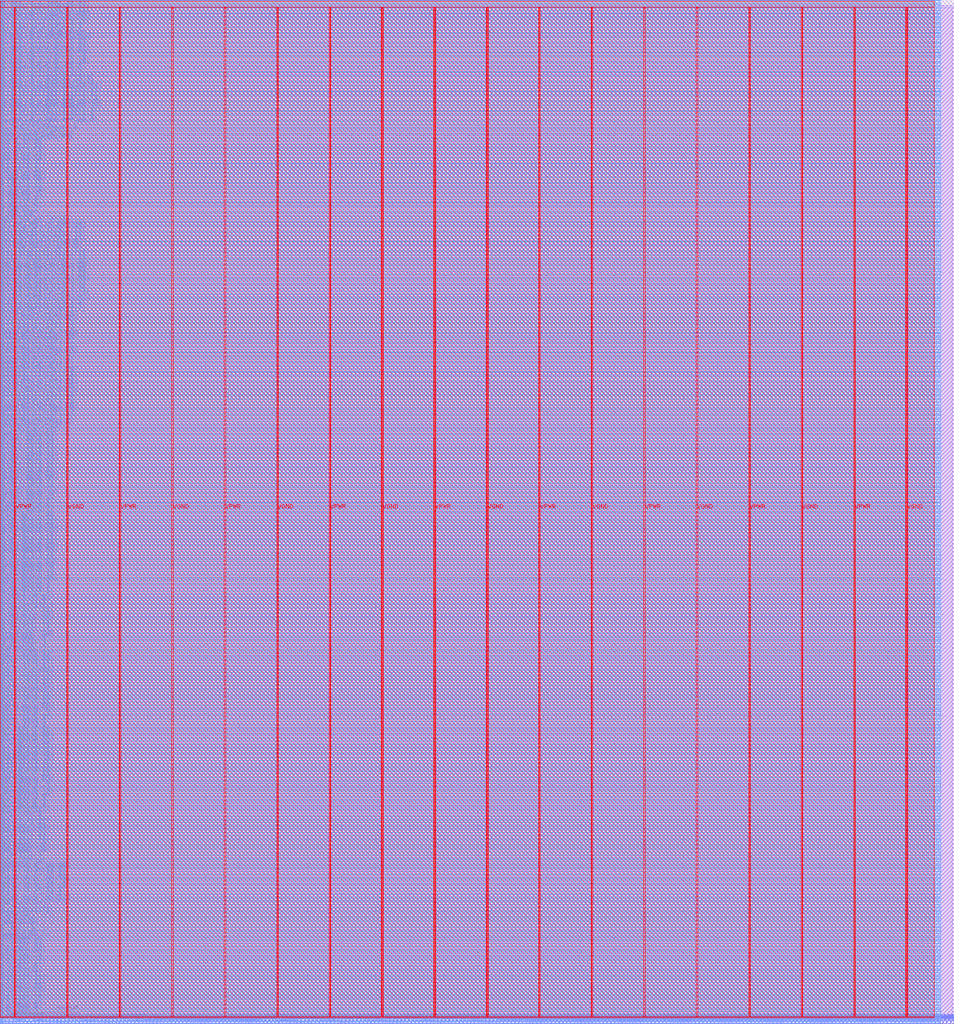
<source format=lef>
VERSION 5.7 ;
  NOWIREEXTENSIONATPIN ON ;
  DIVIDERCHAR "/" ;
  BUSBITCHARS "[]" ;
MACRO el2_swerv_wrapper
  CLASS BLOCK ;
  FOREIGN el2_swerv_wrapper ;
  ORIGIN 0.000 0.000 ;
  SIZE 1396.950 BY 1499.360 ;
  PIN clk
    DIRECTION INPUT ;
    USE SIGNAL ;
    PORT
      LAYER met2 ;
        RECT 2.390 0.000 2.670 4.000 ;
    END
  END clk
  PIN core_id[0]
    DIRECTION INPUT ;
    USE SIGNAL ;
    PORT
      LAYER met3 ;
        RECT 0.000 1239.680 4.000 1240.280 ;
    END
  END core_id[0]
  PIN core_id[10]
    DIRECTION INPUT ;
    USE SIGNAL ;
    PORT
      LAYER met3 ;
        RECT 0.000 1257.360 4.000 1257.960 ;
    END
  END core_id[10]
  PIN core_id[11]
    DIRECTION INPUT ;
    USE SIGNAL ;
    PORT
      LAYER met3 ;
        RECT 0.000 1259.400 4.000 1260.000 ;
    END
  END core_id[11]
  PIN core_id[12]
    DIRECTION INPUT ;
    USE SIGNAL ;
    PORT
      LAYER met3 ;
        RECT 0.000 1261.440 4.000 1262.040 ;
    END
  END core_id[12]
  PIN core_id[13]
    DIRECTION INPUT ;
    USE SIGNAL ;
    PORT
      LAYER met3 ;
        RECT 0.000 1262.800 4.000 1263.400 ;
    END
  END core_id[13]
  PIN core_id[14]
    DIRECTION INPUT ;
    USE SIGNAL ;
    PORT
      LAYER met3 ;
        RECT 0.000 1264.840 4.000 1265.440 ;
    END
  END core_id[14]
  PIN core_id[15]
    DIRECTION INPUT ;
    USE SIGNAL ;
    PORT
      LAYER met3 ;
        RECT 0.000 1266.200 4.000 1266.800 ;
    END
  END core_id[15]
  PIN core_id[16]
    DIRECTION INPUT ;
    USE SIGNAL ;
    PORT
      LAYER met3 ;
        RECT 0.000 1268.240 4.000 1268.840 ;
    END
  END core_id[16]
  PIN core_id[17]
    DIRECTION INPUT ;
    USE SIGNAL ;
    PORT
      LAYER met3 ;
        RECT 0.000 1270.280 4.000 1270.880 ;
    END
  END core_id[17]
  PIN core_id[18]
    DIRECTION INPUT ;
    USE SIGNAL ;
    PORT
      LAYER met3 ;
        RECT 0.000 1271.640 4.000 1272.240 ;
    END
  END core_id[18]
  PIN core_id[19]
    DIRECTION INPUT ;
    USE SIGNAL ;
    PORT
      LAYER met3 ;
        RECT 0.000 1273.680 4.000 1274.280 ;
    END
  END core_id[19]
  PIN core_id[1]
    DIRECTION INPUT ;
    USE SIGNAL ;
    PORT
      LAYER met3 ;
        RECT 0.000 1241.720 4.000 1242.320 ;
    END
  END core_id[1]
  PIN core_id[20]
    DIRECTION INPUT ;
    USE SIGNAL ;
    PORT
      LAYER met3 ;
        RECT 0.000 1275.720 4.000 1276.320 ;
    END
  END core_id[20]
  PIN core_id[21]
    DIRECTION INPUT ;
    USE SIGNAL ;
    PORT
      LAYER met3 ;
        RECT 0.000 1277.080 4.000 1277.680 ;
    END
  END core_id[21]
  PIN core_id[22]
    DIRECTION INPUT ;
    USE SIGNAL ;
    PORT
      LAYER met3 ;
        RECT 0.000 1279.120 4.000 1279.720 ;
    END
  END core_id[22]
  PIN core_id[23]
    DIRECTION INPUT ;
    USE SIGNAL ;
    PORT
      LAYER met3 ;
        RECT 0.000 1280.480 4.000 1281.080 ;
    END
  END core_id[23]
  PIN core_id[24]
    DIRECTION INPUT ;
    USE SIGNAL ;
    PORT
      LAYER met3 ;
        RECT 0.000 1282.520 4.000 1283.120 ;
    END
  END core_id[24]
  PIN core_id[25]
    DIRECTION INPUT ;
    USE SIGNAL ;
    PORT
      LAYER met3 ;
        RECT 0.000 1284.560 4.000 1285.160 ;
    END
  END core_id[25]
  PIN core_id[26]
    DIRECTION INPUT ;
    USE SIGNAL ;
    PORT
      LAYER met3 ;
        RECT 0.000 1285.920 4.000 1286.520 ;
    END
  END core_id[26]
  PIN core_id[27]
    DIRECTION INPUT ;
    USE SIGNAL ;
    PORT
      LAYER met3 ;
        RECT 0.000 1287.960 4.000 1288.560 ;
    END
  END core_id[27]
  PIN core_id[2]
    DIRECTION INPUT ;
    USE SIGNAL ;
    PORT
      LAYER met3 ;
        RECT 0.000 1243.080 4.000 1243.680 ;
    END
  END core_id[2]
  PIN core_id[3]
    DIRECTION INPUT ;
    USE SIGNAL ;
    PORT
      LAYER met3 ;
        RECT 0.000 1245.120 4.000 1245.720 ;
    END
  END core_id[3]
  PIN core_id[4]
    DIRECTION INPUT ;
    USE SIGNAL ;
    PORT
      LAYER met3 ;
        RECT 0.000 1247.160 4.000 1247.760 ;
    END
  END core_id[4]
  PIN core_id[5]
    DIRECTION INPUT ;
    USE SIGNAL ;
    PORT
      LAYER met3 ;
        RECT 0.000 1248.520 4.000 1249.120 ;
    END
  END core_id[5]
  PIN core_id[6]
    DIRECTION INPUT ;
    USE SIGNAL ;
    PORT
      LAYER met3 ;
        RECT 0.000 1250.560 4.000 1251.160 ;
    END
  END core_id[6]
  PIN core_id[7]
    DIRECTION INPUT ;
    USE SIGNAL ;
    PORT
      LAYER met3 ;
        RECT 0.000 1251.920 4.000 1252.520 ;
    END
  END core_id[7]
  PIN core_id[8]
    DIRECTION INPUT ;
    USE SIGNAL ;
    PORT
      LAYER met3 ;
        RECT 0.000 1253.960 4.000 1254.560 ;
    END
  END core_id[8]
  PIN core_id[9]
    DIRECTION INPUT ;
    USE SIGNAL ;
    PORT
      LAYER met3 ;
        RECT 0.000 1256.000 4.000 1256.600 ;
    END
  END core_id[9]
  PIN dbg_bus_clk_en
    DIRECTION INPUT ;
    USE SIGNAL ;
    PORT
      LAYER met3 ;
        RECT 0.000 865.000 4.000 865.600 ;
    END
  END dbg_bus_clk_en
  PIN dbg_rst_l
    DIRECTION INPUT ;
    USE SIGNAL ;
    PORT
      LAYER met2 ;
        RECT 12.970 0.000 13.250 4.000 ;
    END
  END dbg_rst_l
  PIN dccm_ext_in_pkt[0]
    DIRECTION INPUT ;
    USE SIGNAL ;
    PORT
      LAYER met3 ;
        RECT 0.000 868.400 4.000 869.000 ;
    END
  END dccm_ext_in_pkt[0]
  PIN dccm_ext_in_pkt[10]
    DIRECTION INPUT ;
    USE SIGNAL ;
    PORT
      LAYER met3 ;
        RECT 0.000 886.080 4.000 886.680 ;
    END
  END dccm_ext_in_pkt[10]
  PIN dccm_ext_in_pkt[11]
    DIRECTION INPUT ;
    USE SIGNAL ;
    PORT
      LAYER met3 ;
        RECT 0.000 888.120 4.000 888.720 ;
    END
  END dccm_ext_in_pkt[11]
  PIN dccm_ext_in_pkt[12]
    DIRECTION INPUT ;
    USE SIGNAL ;
    PORT
      LAYER met3 ;
        RECT 0.000 889.480 4.000 890.080 ;
    END
  END dccm_ext_in_pkt[12]
  PIN dccm_ext_in_pkt[13]
    DIRECTION INPUT ;
    USE SIGNAL ;
    PORT
      LAYER met3 ;
        RECT 0.000 891.520 4.000 892.120 ;
    END
  END dccm_ext_in_pkt[13]
  PIN dccm_ext_in_pkt[14]
    DIRECTION INPUT ;
    USE SIGNAL ;
    PORT
      LAYER met3 ;
        RECT 0.000 893.560 4.000 894.160 ;
    END
  END dccm_ext_in_pkt[14]
  PIN dccm_ext_in_pkt[15]
    DIRECTION INPUT ;
    USE SIGNAL ;
    PORT
      LAYER met3 ;
        RECT 0.000 894.920 4.000 895.520 ;
    END
  END dccm_ext_in_pkt[15]
  PIN dccm_ext_in_pkt[16]
    DIRECTION INPUT ;
    USE SIGNAL ;
    PORT
      LAYER met3 ;
        RECT 0.000 896.960 4.000 897.560 ;
    END
  END dccm_ext_in_pkt[16]
  PIN dccm_ext_in_pkt[17]
    DIRECTION INPUT ;
    USE SIGNAL ;
    PORT
      LAYER met3 ;
        RECT 0.000 898.320 4.000 898.920 ;
    END
  END dccm_ext_in_pkt[17]
  PIN dccm_ext_in_pkt[18]
    DIRECTION INPUT ;
    USE SIGNAL ;
    PORT
      LAYER met3 ;
        RECT 0.000 900.360 4.000 900.960 ;
    END
  END dccm_ext_in_pkt[18]
  PIN dccm_ext_in_pkt[19]
    DIRECTION INPUT ;
    USE SIGNAL ;
    PORT
      LAYER met3 ;
        RECT 0.000 902.400 4.000 903.000 ;
    END
  END dccm_ext_in_pkt[19]
  PIN dccm_ext_in_pkt[1]
    DIRECTION INPUT ;
    USE SIGNAL ;
    PORT
      LAYER met3 ;
        RECT 0.000 869.760 4.000 870.360 ;
    END
  END dccm_ext_in_pkt[1]
  PIN dccm_ext_in_pkt[20]
    DIRECTION INPUT ;
    USE SIGNAL ;
    PORT
      LAYER met3 ;
        RECT 0.000 903.760 4.000 904.360 ;
    END
  END dccm_ext_in_pkt[20]
  PIN dccm_ext_in_pkt[21]
    DIRECTION INPUT ;
    USE SIGNAL ;
    PORT
      LAYER met3 ;
        RECT 0.000 905.800 4.000 906.400 ;
    END
  END dccm_ext_in_pkt[21]
  PIN dccm_ext_in_pkt[22]
    DIRECTION INPUT ;
    USE SIGNAL ;
    PORT
      LAYER met3 ;
        RECT 0.000 907.840 4.000 908.440 ;
    END
  END dccm_ext_in_pkt[22]
  PIN dccm_ext_in_pkt[23]
    DIRECTION INPUT ;
    USE SIGNAL ;
    PORT
      LAYER met3 ;
        RECT 0.000 909.200 4.000 909.800 ;
    END
  END dccm_ext_in_pkt[23]
  PIN dccm_ext_in_pkt[24]
    DIRECTION INPUT ;
    USE SIGNAL ;
    PORT
      LAYER met3 ;
        RECT 0.000 911.240 4.000 911.840 ;
    END
  END dccm_ext_in_pkt[24]
  PIN dccm_ext_in_pkt[25]
    DIRECTION INPUT ;
    USE SIGNAL ;
    PORT
      LAYER met3 ;
        RECT 0.000 912.600 4.000 913.200 ;
    END
  END dccm_ext_in_pkt[25]
  PIN dccm_ext_in_pkt[26]
    DIRECTION INPUT ;
    USE SIGNAL ;
    PORT
      LAYER met3 ;
        RECT 0.000 914.640 4.000 915.240 ;
    END
  END dccm_ext_in_pkt[26]
  PIN dccm_ext_in_pkt[27]
    DIRECTION INPUT ;
    USE SIGNAL ;
    PORT
      LAYER met3 ;
        RECT 0.000 916.680 4.000 917.280 ;
    END
  END dccm_ext_in_pkt[27]
  PIN dccm_ext_in_pkt[28]
    DIRECTION INPUT ;
    USE SIGNAL ;
    PORT
      LAYER met3 ;
        RECT 0.000 918.040 4.000 918.640 ;
    END
  END dccm_ext_in_pkt[28]
  PIN dccm_ext_in_pkt[29]
    DIRECTION INPUT ;
    USE SIGNAL ;
    PORT
      LAYER met3 ;
        RECT 0.000 920.080 4.000 920.680 ;
    END
  END dccm_ext_in_pkt[29]
  PIN dccm_ext_in_pkt[2]
    DIRECTION INPUT ;
    USE SIGNAL ;
    PORT
      LAYER met3 ;
        RECT 0.000 871.800 4.000 872.400 ;
    END
  END dccm_ext_in_pkt[2]
  PIN dccm_ext_in_pkt[30]
    DIRECTION INPUT ;
    USE SIGNAL ;
    PORT
      LAYER met3 ;
        RECT 0.000 922.120 4.000 922.720 ;
    END
  END dccm_ext_in_pkt[30]
  PIN dccm_ext_in_pkt[31]
    DIRECTION INPUT ;
    USE SIGNAL ;
    PORT
      LAYER met3 ;
        RECT 0.000 923.480 4.000 924.080 ;
    END
  END dccm_ext_in_pkt[31]
  PIN dccm_ext_in_pkt[32]
    DIRECTION INPUT ;
    USE SIGNAL ;
    PORT
      LAYER met3 ;
        RECT 0.000 925.520 4.000 926.120 ;
    END
  END dccm_ext_in_pkt[32]
  PIN dccm_ext_in_pkt[33]
    DIRECTION INPUT ;
    USE SIGNAL ;
    PORT
      LAYER met3 ;
        RECT 0.000 926.880 4.000 927.480 ;
    END
  END dccm_ext_in_pkt[33]
  PIN dccm_ext_in_pkt[34]
    DIRECTION INPUT ;
    USE SIGNAL ;
    PORT
      LAYER met3 ;
        RECT 0.000 928.920 4.000 929.520 ;
    END
  END dccm_ext_in_pkt[34]
  PIN dccm_ext_in_pkt[35]
    DIRECTION INPUT ;
    USE SIGNAL ;
    PORT
      LAYER met3 ;
        RECT 0.000 930.960 4.000 931.560 ;
    END
  END dccm_ext_in_pkt[35]
  PIN dccm_ext_in_pkt[36]
    DIRECTION INPUT ;
    USE SIGNAL ;
    PORT
      LAYER met3 ;
        RECT 0.000 932.320 4.000 932.920 ;
    END
  END dccm_ext_in_pkt[36]
  PIN dccm_ext_in_pkt[37]
    DIRECTION INPUT ;
    USE SIGNAL ;
    PORT
      LAYER met3 ;
        RECT 0.000 934.360 4.000 934.960 ;
    END
  END dccm_ext_in_pkt[37]
  PIN dccm_ext_in_pkt[38]
    DIRECTION INPUT ;
    USE SIGNAL ;
    PORT
      LAYER met3 ;
        RECT 0.000 936.400 4.000 937.000 ;
    END
  END dccm_ext_in_pkt[38]
  PIN dccm_ext_in_pkt[39]
    DIRECTION INPUT ;
    USE SIGNAL ;
    PORT
      LAYER met3 ;
        RECT 0.000 937.760 4.000 938.360 ;
    END
  END dccm_ext_in_pkt[39]
  PIN dccm_ext_in_pkt[3]
    DIRECTION INPUT ;
    USE SIGNAL ;
    PORT
      LAYER met3 ;
        RECT 0.000 873.840 4.000 874.440 ;
    END
  END dccm_ext_in_pkt[3]
  PIN dccm_ext_in_pkt[40]
    DIRECTION INPUT ;
    USE SIGNAL ;
    PORT
      LAYER met3 ;
        RECT 0.000 939.800 4.000 940.400 ;
    END
  END dccm_ext_in_pkt[40]
  PIN dccm_ext_in_pkt[41]
    DIRECTION INPUT ;
    USE SIGNAL ;
    PORT
      LAYER met3 ;
        RECT 0.000 941.840 4.000 942.440 ;
    END
  END dccm_ext_in_pkt[41]
  PIN dccm_ext_in_pkt[42]
    DIRECTION INPUT ;
    USE SIGNAL ;
    PORT
      LAYER met3 ;
        RECT 0.000 943.200 4.000 943.800 ;
    END
  END dccm_ext_in_pkt[42]
  PIN dccm_ext_in_pkt[43]
    DIRECTION INPUT ;
    USE SIGNAL ;
    PORT
      LAYER met3 ;
        RECT 0.000 945.240 4.000 945.840 ;
    END
  END dccm_ext_in_pkt[43]
  PIN dccm_ext_in_pkt[44]
    DIRECTION INPUT ;
    USE SIGNAL ;
    PORT
      LAYER met3 ;
        RECT 0.000 946.600 4.000 947.200 ;
    END
  END dccm_ext_in_pkt[44]
  PIN dccm_ext_in_pkt[45]
    DIRECTION INPUT ;
    USE SIGNAL ;
    PORT
      LAYER met3 ;
        RECT 0.000 948.640 4.000 949.240 ;
    END
  END dccm_ext_in_pkt[45]
  PIN dccm_ext_in_pkt[46]
    DIRECTION INPUT ;
    USE SIGNAL ;
    PORT
      LAYER met3 ;
        RECT 0.000 950.680 4.000 951.280 ;
    END
  END dccm_ext_in_pkt[46]
  PIN dccm_ext_in_pkt[47]
    DIRECTION INPUT ;
    USE SIGNAL ;
    PORT
      LAYER met3 ;
        RECT 0.000 952.040 4.000 952.640 ;
    END
  END dccm_ext_in_pkt[47]
  PIN dccm_ext_in_pkt[4]
    DIRECTION INPUT ;
    USE SIGNAL ;
    PORT
      LAYER met3 ;
        RECT 0.000 875.200 4.000 875.800 ;
    END
  END dccm_ext_in_pkt[4]
  PIN dccm_ext_in_pkt[5]
    DIRECTION INPUT ;
    USE SIGNAL ;
    PORT
      LAYER met3 ;
        RECT 0.000 877.240 4.000 877.840 ;
    END
  END dccm_ext_in_pkt[5]
  PIN dccm_ext_in_pkt[6]
    DIRECTION INPUT ;
    USE SIGNAL ;
    PORT
      LAYER met3 ;
        RECT 0.000 879.280 4.000 879.880 ;
    END
  END dccm_ext_in_pkt[6]
  PIN dccm_ext_in_pkt[7]
    DIRECTION INPUT ;
    USE SIGNAL ;
    PORT
      LAYER met3 ;
        RECT 0.000 880.640 4.000 881.240 ;
    END
  END dccm_ext_in_pkt[7]
  PIN dccm_ext_in_pkt[8]
    DIRECTION INPUT ;
    USE SIGNAL ;
    PORT
      LAYER met3 ;
        RECT 0.000 882.680 4.000 883.280 ;
    END
  END dccm_ext_in_pkt[8]
  PIN dccm_ext_in_pkt[9]
    DIRECTION INPUT ;
    USE SIGNAL ;
    PORT
      LAYER met3 ;
        RECT 0.000 884.040 4.000 884.640 ;
    END
  END dccm_ext_in_pkt[9]
  PIN debug_brkpt_status
    DIRECTION OUTPUT TRISTATE ;
    USE SIGNAL ;
    PORT
      LAYER met3 ;
        RECT 0.000 1298.840 4.000 1299.440 ;
    END
  END debug_brkpt_status
  PIN dec_tlu_perfcnt0
    DIRECTION OUTPUT TRISTATE ;
    USE SIGNAL ;
    PORT
      LAYER met3 ;
        RECT 0.000 1168.280 4.000 1168.880 ;
    END
  END dec_tlu_perfcnt0
  PIN dec_tlu_perfcnt1
    DIRECTION OUTPUT TRISTATE ;
    USE SIGNAL ;
    PORT
      LAYER met3 ;
        RECT 0.000 1170.320 4.000 1170.920 ;
    END
  END dec_tlu_perfcnt1
  PIN dec_tlu_perfcnt2
    DIRECTION OUTPUT TRISTATE ;
    USE SIGNAL ;
    PORT
      LAYER met3 ;
        RECT 0.000 1171.680 4.000 1172.280 ;
    END
  END dec_tlu_perfcnt2
  PIN dec_tlu_perfcnt3
    DIRECTION OUTPUT TRISTATE ;
    USE SIGNAL ;
    PORT
      LAYER met3 ;
        RECT 0.000 1173.720 4.000 1174.320 ;
    END
  END dec_tlu_perfcnt3
  PIN dma_bus_clk_en
    DIRECTION INPUT ;
    USE SIGNAL ;
    PORT
      LAYER met3 ;
        RECT 0.000 866.360 4.000 866.960 ;
    END
  END dma_bus_clk_en
  PIN dma_haddr[0]
    DIRECTION INPUT ;
    USE SIGNAL ;
    PORT
      LAYER met3 ;
        RECT 0.000 544.720 4.000 545.320 ;
    END
  END dma_haddr[0]
  PIN dma_haddr[10]
    DIRECTION INPUT ;
    USE SIGNAL ;
    PORT
      LAYER met3 ;
        RECT 0.000 563.080 4.000 563.680 ;
    END
  END dma_haddr[10]
  PIN dma_haddr[11]
    DIRECTION INPUT ;
    USE SIGNAL ;
    PORT
      LAYER met3 ;
        RECT 0.000 564.440 4.000 565.040 ;
    END
  END dma_haddr[11]
  PIN dma_haddr[12]
    DIRECTION INPUT ;
    USE SIGNAL ;
    PORT
      LAYER met3 ;
        RECT 0.000 566.480 4.000 567.080 ;
    END
  END dma_haddr[12]
  PIN dma_haddr[13]
    DIRECTION INPUT ;
    USE SIGNAL ;
    PORT
      LAYER met3 ;
        RECT 0.000 568.520 4.000 569.120 ;
    END
  END dma_haddr[13]
  PIN dma_haddr[14]
    DIRECTION INPUT ;
    USE SIGNAL ;
    PORT
      LAYER met3 ;
        RECT 0.000 569.880 4.000 570.480 ;
    END
  END dma_haddr[14]
  PIN dma_haddr[15]
    DIRECTION INPUT ;
    USE SIGNAL ;
    PORT
      LAYER met3 ;
        RECT 0.000 571.920 4.000 572.520 ;
    END
  END dma_haddr[15]
  PIN dma_haddr[16]
    DIRECTION INPUT ;
    USE SIGNAL ;
    PORT
      LAYER met3 ;
        RECT 0.000 573.960 4.000 574.560 ;
    END
  END dma_haddr[16]
  PIN dma_haddr[17]
    DIRECTION INPUT ;
    USE SIGNAL ;
    PORT
      LAYER met3 ;
        RECT 0.000 575.320 4.000 575.920 ;
    END
  END dma_haddr[17]
  PIN dma_haddr[18]
    DIRECTION INPUT ;
    USE SIGNAL ;
    PORT
      LAYER met3 ;
        RECT 0.000 577.360 4.000 577.960 ;
    END
  END dma_haddr[18]
  PIN dma_haddr[19]
    DIRECTION INPUT ;
    USE SIGNAL ;
    PORT
      LAYER met3 ;
        RECT 0.000 578.720 4.000 579.320 ;
    END
  END dma_haddr[19]
  PIN dma_haddr[1]
    DIRECTION INPUT ;
    USE SIGNAL ;
    PORT
      LAYER met3 ;
        RECT 0.000 546.760 4.000 547.360 ;
    END
  END dma_haddr[1]
  PIN dma_haddr[20]
    DIRECTION INPUT ;
    USE SIGNAL ;
    PORT
      LAYER met3 ;
        RECT 0.000 580.760 4.000 581.360 ;
    END
  END dma_haddr[20]
  PIN dma_haddr[21]
    DIRECTION INPUT ;
    USE SIGNAL ;
    PORT
      LAYER met3 ;
        RECT 0.000 582.800 4.000 583.400 ;
    END
  END dma_haddr[21]
  PIN dma_haddr[22]
    DIRECTION INPUT ;
    USE SIGNAL ;
    PORT
      LAYER met3 ;
        RECT 0.000 584.160 4.000 584.760 ;
    END
  END dma_haddr[22]
  PIN dma_haddr[23]
    DIRECTION INPUT ;
    USE SIGNAL ;
    PORT
      LAYER met3 ;
        RECT 0.000 586.200 4.000 586.800 ;
    END
  END dma_haddr[23]
  PIN dma_haddr[24]
    DIRECTION INPUT ;
    USE SIGNAL ;
    PORT
      LAYER met3 ;
        RECT 0.000 588.240 4.000 588.840 ;
    END
  END dma_haddr[24]
  PIN dma_haddr[25]
    DIRECTION INPUT ;
    USE SIGNAL ;
    PORT
      LAYER met3 ;
        RECT 0.000 589.600 4.000 590.200 ;
    END
  END dma_haddr[25]
  PIN dma_haddr[26]
    DIRECTION INPUT ;
    USE SIGNAL ;
    PORT
      LAYER met3 ;
        RECT 0.000 591.640 4.000 592.240 ;
    END
  END dma_haddr[26]
  PIN dma_haddr[27]
    DIRECTION INPUT ;
    USE SIGNAL ;
    PORT
      LAYER met3 ;
        RECT 0.000 593.000 4.000 593.600 ;
    END
  END dma_haddr[27]
  PIN dma_haddr[28]
    DIRECTION INPUT ;
    USE SIGNAL ;
    PORT
      LAYER met3 ;
        RECT 0.000 595.040 4.000 595.640 ;
    END
  END dma_haddr[28]
  PIN dma_haddr[29]
    DIRECTION INPUT ;
    USE SIGNAL ;
    PORT
      LAYER met3 ;
        RECT 0.000 597.080 4.000 597.680 ;
    END
  END dma_haddr[29]
  PIN dma_haddr[2]
    DIRECTION INPUT ;
    USE SIGNAL ;
    PORT
      LAYER met3 ;
        RECT 0.000 548.800 4.000 549.400 ;
    END
  END dma_haddr[2]
  PIN dma_haddr[30]
    DIRECTION INPUT ;
    USE SIGNAL ;
    PORT
      LAYER met3 ;
        RECT 0.000 598.440 4.000 599.040 ;
    END
  END dma_haddr[30]
  PIN dma_haddr[31]
    DIRECTION INPUT ;
    USE SIGNAL ;
    PORT
      LAYER met3 ;
        RECT 0.000 600.480 4.000 601.080 ;
    END
  END dma_haddr[31]
  PIN dma_haddr[3]
    DIRECTION INPUT ;
    USE SIGNAL ;
    PORT
      LAYER met3 ;
        RECT 0.000 550.160 4.000 550.760 ;
    END
  END dma_haddr[3]
  PIN dma_haddr[4]
    DIRECTION INPUT ;
    USE SIGNAL ;
    PORT
      LAYER met3 ;
        RECT 0.000 552.200 4.000 552.800 ;
    END
  END dma_haddr[4]
  PIN dma_haddr[5]
    DIRECTION INPUT ;
    USE SIGNAL ;
    PORT
      LAYER met3 ;
        RECT 0.000 554.240 4.000 554.840 ;
    END
  END dma_haddr[5]
  PIN dma_haddr[6]
    DIRECTION INPUT ;
    USE SIGNAL ;
    PORT
      LAYER met3 ;
        RECT 0.000 555.600 4.000 556.200 ;
    END
  END dma_haddr[6]
  PIN dma_haddr[7]
    DIRECTION INPUT ;
    USE SIGNAL ;
    PORT
      LAYER met3 ;
        RECT 0.000 557.640 4.000 558.240 ;
    END
  END dma_haddr[7]
  PIN dma_haddr[8]
    DIRECTION INPUT ;
    USE SIGNAL ;
    PORT
      LAYER met3 ;
        RECT 0.000 559.000 4.000 559.600 ;
    END
  END dma_haddr[8]
  PIN dma_haddr[9]
    DIRECTION INPUT ;
    USE SIGNAL ;
    PORT
      LAYER met3 ;
        RECT 0.000 561.040 4.000 561.640 ;
    END
  END dma_haddr[9]
  PIN dma_hburst[0]
    DIRECTION INPUT ;
    USE SIGNAL ;
    PORT
      LAYER met3 ;
        RECT 0.000 602.520 4.000 603.120 ;
    END
  END dma_hburst[0]
  PIN dma_hburst[1]
    DIRECTION INPUT ;
    USE SIGNAL ;
    PORT
      LAYER met3 ;
        RECT 0.000 603.880 4.000 604.480 ;
    END
  END dma_hburst[1]
  PIN dma_hburst[2]
    DIRECTION INPUT ;
    USE SIGNAL ;
    PORT
      LAYER met3 ;
        RECT 0.000 605.920 4.000 606.520 ;
    END
  END dma_hburst[2]
  PIN dma_hmastlock
    DIRECTION INPUT ;
    USE SIGNAL ;
    PORT
      LAYER met3 ;
        RECT 0.000 607.280 4.000 607.880 ;
    END
  END dma_hmastlock
  PIN dma_hprot[0]
    DIRECTION INPUT ;
    USE SIGNAL ;
    PORT
      LAYER met3 ;
        RECT 0.000 609.320 4.000 609.920 ;
    END
  END dma_hprot[0]
  PIN dma_hprot[1]
    DIRECTION INPUT ;
    USE SIGNAL ;
    PORT
      LAYER met3 ;
        RECT 0.000 611.360 4.000 611.960 ;
    END
  END dma_hprot[1]
  PIN dma_hprot[2]
    DIRECTION INPUT ;
    USE SIGNAL ;
    PORT
      LAYER met3 ;
        RECT 0.000 612.720 4.000 613.320 ;
    END
  END dma_hprot[2]
  PIN dma_hprot[3]
    DIRECTION INPUT ;
    USE SIGNAL ;
    PORT
      LAYER met3 ;
        RECT 0.000 614.760 4.000 615.360 ;
    END
  END dma_hprot[3]
  PIN dma_hrdata[0]
    DIRECTION OUTPUT TRISTATE ;
    USE SIGNAL ;
    PORT
      LAYER met3 ;
        RECT 0.000 743.280 4.000 743.880 ;
    END
  END dma_hrdata[0]
  PIN dma_hrdata[10]
    DIRECTION OUTPUT TRISTATE ;
    USE SIGNAL ;
    PORT
      LAYER met3 ;
        RECT 0.000 760.960 4.000 761.560 ;
    END
  END dma_hrdata[10]
  PIN dma_hrdata[11]
    DIRECTION OUTPUT TRISTATE ;
    USE SIGNAL ;
    PORT
      LAYER met3 ;
        RECT 0.000 763.000 4.000 763.600 ;
    END
  END dma_hrdata[11]
  PIN dma_hrdata[12]
    DIRECTION OUTPUT TRISTATE ;
    USE SIGNAL ;
    PORT
      LAYER met3 ;
        RECT 0.000 765.040 4.000 765.640 ;
    END
  END dma_hrdata[12]
  PIN dma_hrdata[13]
    DIRECTION OUTPUT TRISTATE ;
    USE SIGNAL ;
    PORT
      LAYER met3 ;
        RECT 0.000 766.400 4.000 767.000 ;
    END
  END dma_hrdata[13]
  PIN dma_hrdata[14]
    DIRECTION OUTPUT TRISTATE ;
    USE SIGNAL ;
    PORT
      LAYER met3 ;
        RECT 0.000 768.440 4.000 769.040 ;
    END
  END dma_hrdata[14]
  PIN dma_hrdata[15]
    DIRECTION OUTPUT TRISTATE ;
    USE SIGNAL ;
    PORT
      LAYER met3 ;
        RECT 0.000 769.800 4.000 770.400 ;
    END
  END dma_hrdata[15]
  PIN dma_hrdata[16]
    DIRECTION OUTPUT TRISTATE ;
    USE SIGNAL ;
    PORT
      LAYER met3 ;
        RECT 0.000 771.840 4.000 772.440 ;
    END
  END dma_hrdata[16]
  PIN dma_hrdata[17]
    DIRECTION OUTPUT TRISTATE ;
    USE SIGNAL ;
    PORT
      LAYER met3 ;
        RECT 0.000 773.880 4.000 774.480 ;
    END
  END dma_hrdata[17]
  PIN dma_hrdata[18]
    DIRECTION OUTPUT TRISTATE ;
    USE SIGNAL ;
    PORT
      LAYER met3 ;
        RECT 0.000 775.240 4.000 775.840 ;
    END
  END dma_hrdata[18]
  PIN dma_hrdata[19]
    DIRECTION OUTPUT TRISTATE ;
    USE SIGNAL ;
    PORT
      LAYER met3 ;
        RECT 0.000 777.280 4.000 777.880 ;
    END
  END dma_hrdata[19]
  PIN dma_hrdata[1]
    DIRECTION OUTPUT TRISTATE ;
    USE SIGNAL ;
    PORT
      LAYER met3 ;
        RECT 0.000 745.320 4.000 745.920 ;
    END
  END dma_hrdata[1]
  PIN dma_hrdata[20]
    DIRECTION OUTPUT TRISTATE ;
    USE SIGNAL ;
    PORT
      LAYER met3 ;
        RECT 0.000 779.320 4.000 779.920 ;
    END
  END dma_hrdata[20]
  PIN dma_hrdata[21]
    DIRECTION OUTPUT TRISTATE ;
    USE SIGNAL ;
    PORT
      LAYER met3 ;
        RECT 0.000 780.680 4.000 781.280 ;
    END
  END dma_hrdata[21]
  PIN dma_hrdata[22]
    DIRECTION OUTPUT TRISTATE ;
    USE SIGNAL ;
    PORT
      LAYER met3 ;
        RECT 0.000 782.720 4.000 783.320 ;
    END
  END dma_hrdata[22]
  PIN dma_hrdata[23]
    DIRECTION OUTPUT TRISTATE ;
    USE SIGNAL ;
    PORT
      LAYER met3 ;
        RECT 0.000 784.080 4.000 784.680 ;
    END
  END dma_hrdata[23]
  PIN dma_hrdata[24]
    DIRECTION OUTPUT TRISTATE ;
    USE SIGNAL ;
    PORT
      LAYER met3 ;
        RECT 0.000 786.120 4.000 786.720 ;
    END
  END dma_hrdata[24]
  PIN dma_hrdata[25]
    DIRECTION OUTPUT TRISTATE ;
    USE SIGNAL ;
    PORT
      LAYER met3 ;
        RECT 0.000 788.160 4.000 788.760 ;
    END
  END dma_hrdata[25]
  PIN dma_hrdata[26]
    DIRECTION OUTPUT TRISTATE ;
    USE SIGNAL ;
    PORT
      LAYER met3 ;
        RECT 0.000 789.520 4.000 790.120 ;
    END
  END dma_hrdata[26]
  PIN dma_hrdata[27]
    DIRECTION OUTPUT TRISTATE ;
    USE SIGNAL ;
    PORT
      LAYER met3 ;
        RECT 0.000 791.560 4.000 792.160 ;
    END
  END dma_hrdata[27]
  PIN dma_hrdata[28]
    DIRECTION OUTPUT TRISTATE ;
    USE SIGNAL ;
    PORT
      LAYER met3 ;
        RECT 0.000 793.600 4.000 794.200 ;
    END
  END dma_hrdata[28]
  PIN dma_hrdata[29]
    DIRECTION OUTPUT TRISTATE ;
    USE SIGNAL ;
    PORT
      LAYER met3 ;
        RECT 0.000 794.960 4.000 795.560 ;
    END
  END dma_hrdata[29]
  PIN dma_hrdata[2]
    DIRECTION OUTPUT TRISTATE ;
    USE SIGNAL ;
    PORT
      LAYER met3 ;
        RECT 0.000 746.680 4.000 747.280 ;
    END
  END dma_hrdata[2]
  PIN dma_hrdata[30]
    DIRECTION OUTPUT TRISTATE ;
    USE SIGNAL ;
    PORT
      LAYER met3 ;
        RECT 0.000 797.000 4.000 797.600 ;
    END
  END dma_hrdata[30]
  PIN dma_hrdata[31]
    DIRECTION OUTPUT TRISTATE ;
    USE SIGNAL ;
    PORT
      LAYER met3 ;
        RECT 0.000 798.360 4.000 798.960 ;
    END
  END dma_hrdata[31]
  PIN dma_hrdata[32]
    DIRECTION OUTPUT TRISTATE ;
    USE SIGNAL ;
    PORT
      LAYER met3 ;
        RECT 0.000 800.400 4.000 801.000 ;
    END
  END dma_hrdata[32]
  PIN dma_hrdata[33]
    DIRECTION OUTPUT TRISTATE ;
    USE SIGNAL ;
    PORT
      LAYER met3 ;
        RECT 0.000 802.440 4.000 803.040 ;
    END
  END dma_hrdata[33]
  PIN dma_hrdata[34]
    DIRECTION OUTPUT TRISTATE ;
    USE SIGNAL ;
    PORT
      LAYER met3 ;
        RECT 0.000 803.800 4.000 804.400 ;
    END
  END dma_hrdata[34]
  PIN dma_hrdata[35]
    DIRECTION OUTPUT TRISTATE ;
    USE SIGNAL ;
    PORT
      LAYER met3 ;
        RECT 0.000 805.840 4.000 806.440 ;
    END
  END dma_hrdata[35]
  PIN dma_hrdata[36]
    DIRECTION OUTPUT TRISTATE ;
    USE SIGNAL ;
    PORT
      LAYER met3 ;
        RECT 0.000 807.880 4.000 808.480 ;
    END
  END dma_hrdata[36]
  PIN dma_hrdata[37]
    DIRECTION OUTPUT TRISTATE ;
    USE SIGNAL ;
    PORT
      LAYER met3 ;
        RECT 0.000 809.240 4.000 809.840 ;
    END
  END dma_hrdata[37]
  PIN dma_hrdata[38]
    DIRECTION OUTPUT TRISTATE ;
    USE SIGNAL ;
    PORT
      LAYER met3 ;
        RECT 0.000 811.280 4.000 811.880 ;
    END
  END dma_hrdata[38]
  PIN dma_hrdata[39]
    DIRECTION OUTPUT TRISTATE ;
    USE SIGNAL ;
    PORT
      LAYER met3 ;
        RECT 0.000 812.640 4.000 813.240 ;
    END
  END dma_hrdata[39]
  PIN dma_hrdata[3]
    DIRECTION OUTPUT TRISTATE ;
    USE SIGNAL ;
    PORT
      LAYER met3 ;
        RECT 0.000 748.720 4.000 749.320 ;
    END
  END dma_hrdata[3]
  PIN dma_hrdata[40]
    DIRECTION OUTPUT TRISTATE ;
    USE SIGNAL ;
    PORT
      LAYER met3 ;
        RECT 0.000 814.680 4.000 815.280 ;
    END
  END dma_hrdata[40]
  PIN dma_hrdata[41]
    DIRECTION OUTPUT TRISTATE ;
    USE SIGNAL ;
    PORT
      LAYER met3 ;
        RECT 0.000 816.720 4.000 817.320 ;
    END
  END dma_hrdata[41]
  PIN dma_hrdata[42]
    DIRECTION OUTPUT TRISTATE ;
    USE SIGNAL ;
    PORT
      LAYER met3 ;
        RECT 0.000 818.080 4.000 818.680 ;
    END
  END dma_hrdata[42]
  PIN dma_hrdata[43]
    DIRECTION OUTPUT TRISTATE ;
    USE SIGNAL ;
    PORT
      LAYER met3 ;
        RECT 0.000 820.120 4.000 820.720 ;
    END
  END dma_hrdata[43]
  PIN dma_hrdata[44]
    DIRECTION OUTPUT TRISTATE ;
    USE SIGNAL ;
    PORT
      LAYER met3 ;
        RECT 0.000 822.160 4.000 822.760 ;
    END
  END dma_hrdata[44]
  PIN dma_hrdata[45]
    DIRECTION OUTPUT TRISTATE ;
    USE SIGNAL ;
    PORT
      LAYER met3 ;
        RECT 0.000 823.520 4.000 824.120 ;
    END
  END dma_hrdata[45]
  PIN dma_hrdata[46]
    DIRECTION OUTPUT TRISTATE ;
    USE SIGNAL ;
    PORT
      LAYER met3 ;
        RECT 0.000 825.560 4.000 826.160 ;
    END
  END dma_hrdata[46]
  PIN dma_hrdata[47]
    DIRECTION OUTPUT TRISTATE ;
    USE SIGNAL ;
    PORT
      LAYER met3 ;
        RECT 0.000 826.920 4.000 827.520 ;
    END
  END dma_hrdata[47]
  PIN dma_hrdata[48]
    DIRECTION OUTPUT TRISTATE ;
    USE SIGNAL ;
    PORT
      LAYER met3 ;
        RECT 0.000 828.960 4.000 829.560 ;
    END
  END dma_hrdata[48]
  PIN dma_hrdata[49]
    DIRECTION OUTPUT TRISTATE ;
    USE SIGNAL ;
    PORT
      LAYER met3 ;
        RECT 0.000 831.000 4.000 831.600 ;
    END
  END dma_hrdata[49]
  PIN dma_hrdata[4]
    DIRECTION OUTPUT TRISTATE ;
    USE SIGNAL ;
    PORT
      LAYER met3 ;
        RECT 0.000 750.760 4.000 751.360 ;
    END
  END dma_hrdata[4]
  PIN dma_hrdata[50]
    DIRECTION OUTPUT TRISTATE ;
    USE SIGNAL ;
    PORT
      LAYER met3 ;
        RECT 0.000 832.360 4.000 832.960 ;
    END
  END dma_hrdata[50]
  PIN dma_hrdata[51]
    DIRECTION OUTPUT TRISTATE ;
    USE SIGNAL ;
    PORT
      LAYER met3 ;
        RECT 0.000 834.400 4.000 835.000 ;
    END
  END dma_hrdata[51]
  PIN dma_hrdata[52]
    DIRECTION OUTPUT TRISTATE ;
    USE SIGNAL ;
    PORT
      LAYER met3 ;
        RECT 0.000 836.440 4.000 837.040 ;
    END
  END dma_hrdata[52]
  PIN dma_hrdata[53]
    DIRECTION OUTPUT TRISTATE ;
    USE SIGNAL ;
    PORT
      LAYER met3 ;
        RECT 0.000 837.800 4.000 838.400 ;
    END
  END dma_hrdata[53]
  PIN dma_hrdata[54]
    DIRECTION OUTPUT TRISTATE ;
    USE SIGNAL ;
    PORT
      LAYER met3 ;
        RECT 0.000 839.840 4.000 840.440 ;
    END
  END dma_hrdata[54]
  PIN dma_hrdata[55]
    DIRECTION OUTPUT TRISTATE ;
    USE SIGNAL ;
    PORT
      LAYER met3 ;
        RECT 0.000 841.200 4.000 841.800 ;
    END
  END dma_hrdata[55]
  PIN dma_hrdata[56]
    DIRECTION OUTPUT TRISTATE ;
    USE SIGNAL ;
    PORT
      LAYER met3 ;
        RECT 0.000 843.240 4.000 843.840 ;
    END
  END dma_hrdata[56]
  PIN dma_hrdata[57]
    DIRECTION OUTPUT TRISTATE ;
    USE SIGNAL ;
    PORT
      LAYER met3 ;
        RECT 0.000 845.280 4.000 845.880 ;
    END
  END dma_hrdata[57]
  PIN dma_hrdata[58]
    DIRECTION OUTPUT TRISTATE ;
    USE SIGNAL ;
    PORT
      LAYER met3 ;
        RECT 0.000 846.640 4.000 847.240 ;
    END
  END dma_hrdata[58]
  PIN dma_hrdata[59]
    DIRECTION OUTPUT TRISTATE ;
    USE SIGNAL ;
    PORT
      LAYER met3 ;
        RECT 0.000 848.680 4.000 849.280 ;
    END
  END dma_hrdata[59]
  PIN dma_hrdata[5]
    DIRECTION OUTPUT TRISTATE ;
    USE SIGNAL ;
    PORT
      LAYER met3 ;
        RECT 0.000 752.120 4.000 752.720 ;
    END
  END dma_hrdata[5]
  PIN dma_hrdata[60]
    DIRECTION OUTPUT TRISTATE ;
    USE SIGNAL ;
    PORT
      LAYER met3 ;
        RECT 0.000 850.720 4.000 851.320 ;
    END
  END dma_hrdata[60]
  PIN dma_hrdata[61]
    DIRECTION OUTPUT TRISTATE ;
    USE SIGNAL ;
    PORT
      LAYER met3 ;
        RECT 0.000 852.080 4.000 852.680 ;
    END
  END dma_hrdata[61]
  PIN dma_hrdata[62]
    DIRECTION OUTPUT TRISTATE ;
    USE SIGNAL ;
    PORT
      LAYER met3 ;
        RECT 0.000 854.120 4.000 854.720 ;
    END
  END dma_hrdata[62]
  PIN dma_hrdata[63]
    DIRECTION OUTPUT TRISTATE ;
    USE SIGNAL ;
    PORT
      LAYER met3 ;
        RECT 0.000 855.480 4.000 856.080 ;
    END
  END dma_hrdata[63]
  PIN dma_hrdata[6]
    DIRECTION OUTPUT TRISTATE ;
    USE SIGNAL ;
    PORT
      LAYER met3 ;
        RECT 0.000 754.160 4.000 754.760 ;
    END
  END dma_hrdata[6]
  PIN dma_hrdata[7]
    DIRECTION OUTPUT TRISTATE ;
    USE SIGNAL ;
    PORT
      LAYER met3 ;
        RECT 0.000 755.520 4.000 756.120 ;
    END
  END dma_hrdata[7]
  PIN dma_hrdata[8]
    DIRECTION OUTPUT TRISTATE ;
    USE SIGNAL ;
    PORT
      LAYER met3 ;
        RECT 0.000 757.560 4.000 758.160 ;
    END
  END dma_hrdata[8]
  PIN dma_hrdata[9]
    DIRECTION OUTPUT TRISTATE ;
    USE SIGNAL ;
    PORT
      LAYER met3 ;
        RECT 0.000 759.600 4.000 760.200 ;
    END
  END dma_hrdata[9]
  PIN dma_hreadyin
    DIRECTION INPUT ;
    USE SIGNAL ;
    PORT
      LAYER met3 ;
        RECT 0.000 741.240 4.000 741.840 ;
    END
  END dma_hreadyin
  PIN dma_hreadyout
    DIRECTION OUTPUT TRISTATE ;
    USE SIGNAL ;
    PORT
      LAYER met3 ;
        RECT 0.000 857.520 4.000 858.120 ;
    END
  END dma_hreadyout
  PIN dma_hresp
    DIRECTION OUTPUT TRISTATE ;
    USE SIGNAL ;
    PORT
      LAYER met3 ;
        RECT 0.000 859.560 4.000 860.160 ;
    END
  END dma_hresp
  PIN dma_hsel
    DIRECTION INPUT ;
    USE SIGNAL ;
    PORT
      LAYER met3 ;
        RECT 0.000 543.360 4.000 543.960 ;
    END
  END dma_hsel
  PIN dma_hsize[0]
    DIRECTION INPUT ;
    USE SIGNAL ;
    PORT
      LAYER met3 ;
        RECT 0.000 616.800 4.000 617.400 ;
    END
  END dma_hsize[0]
  PIN dma_hsize[1]
    DIRECTION INPUT ;
    USE SIGNAL ;
    PORT
      LAYER met3 ;
        RECT 0.000 618.160 4.000 618.760 ;
    END
  END dma_hsize[1]
  PIN dma_hsize[2]
    DIRECTION INPUT ;
    USE SIGNAL ;
    PORT
      LAYER met3 ;
        RECT 0.000 620.200 4.000 620.800 ;
    END
  END dma_hsize[2]
  PIN dma_htrans[0]
    DIRECTION INPUT ;
    USE SIGNAL ;
    PORT
      LAYER met3 ;
        RECT 0.000 621.560 4.000 622.160 ;
    END
  END dma_htrans[0]
  PIN dma_htrans[1]
    DIRECTION INPUT ;
    USE SIGNAL ;
    PORT
      LAYER met3 ;
        RECT 0.000 623.600 4.000 624.200 ;
    END
  END dma_htrans[1]
  PIN dma_hwdata[0]
    DIRECTION INPUT ;
    USE SIGNAL ;
    PORT
      LAYER met3 ;
        RECT 0.000 627.000 4.000 627.600 ;
    END
  END dma_hwdata[0]
  PIN dma_hwdata[10]
    DIRECTION INPUT ;
    USE SIGNAL ;
    PORT
      LAYER met3 ;
        RECT 0.000 645.360 4.000 645.960 ;
    END
  END dma_hwdata[10]
  PIN dma_hwdata[11]
    DIRECTION INPUT ;
    USE SIGNAL ;
    PORT
      LAYER met3 ;
        RECT 0.000 646.720 4.000 647.320 ;
    END
  END dma_hwdata[11]
  PIN dma_hwdata[12]
    DIRECTION INPUT ;
    USE SIGNAL ;
    PORT
      LAYER met3 ;
        RECT 0.000 648.760 4.000 649.360 ;
    END
  END dma_hwdata[12]
  PIN dma_hwdata[13]
    DIRECTION INPUT ;
    USE SIGNAL ;
    PORT
      LAYER met3 ;
        RECT 0.000 650.120 4.000 650.720 ;
    END
  END dma_hwdata[13]
  PIN dma_hwdata[14]
    DIRECTION INPUT ;
    USE SIGNAL ;
    PORT
      LAYER met3 ;
        RECT 0.000 652.160 4.000 652.760 ;
    END
  END dma_hwdata[14]
  PIN dma_hwdata[15]
    DIRECTION INPUT ;
    USE SIGNAL ;
    PORT
      LAYER met3 ;
        RECT 0.000 654.200 4.000 654.800 ;
    END
  END dma_hwdata[15]
  PIN dma_hwdata[16]
    DIRECTION INPUT ;
    USE SIGNAL ;
    PORT
      LAYER met3 ;
        RECT 0.000 655.560 4.000 656.160 ;
    END
  END dma_hwdata[16]
  PIN dma_hwdata[17]
    DIRECTION INPUT ;
    USE SIGNAL ;
    PORT
      LAYER met3 ;
        RECT 0.000 657.600 4.000 658.200 ;
    END
  END dma_hwdata[17]
  PIN dma_hwdata[18]
    DIRECTION INPUT ;
    USE SIGNAL ;
    PORT
      LAYER met3 ;
        RECT 0.000 659.640 4.000 660.240 ;
    END
  END dma_hwdata[18]
  PIN dma_hwdata[19]
    DIRECTION INPUT ;
    USE SIGNAL ;
    PORT
      LAYER met3 ;
        RECT 0.000 661.000 4.000 661.600 ;
    END
  END dma_hwdata[19]
  PIN dma_hwdata[1]
    DIRECTION INPUT ;
    USE SIGNAL ;
    PORT
      LAYER met3 ;
        RECT 0.000 629.040 4.000 629.640 ;
    END
  END dma_hwdata[1]
  PIN dma_hwdata[20]
    DIRECTION INPUT ;
    USE SIGNAL ;
    PORT
      LAYER met3 ;
        RECT 0.000 663.040 4.000 663.640 ;
    END
  END dma_hwdata[20]
  PIN dma_hwdata[21]
    DIRECTION INPUT ;
    USE SIGNAL ;
    PORT
      LAYER met3 ;
        RECT 0.000 664.400 4.000 665.000 ;
    END
  END dma_hwdata[21]
  PIN dma_hwdata[22]
    DIRECTION INPUT ;
    USE SIGNAL ;
    PORT
      LAYER met3 ;
        RECT 0.000 666.440 4.000 667.040 ;
    END
  END dma_hwdata[22]
  PIN dma_hwdata[23]
    DIRECTION INPUT ;
    USE SIGNAL ;
    PORT
      LAYER met3 ;
        RECT 0.000 668.480 4.000 669.080 ;
    END
  END dma_hwdata[23]
  PIN dma_hwdata[24]
    DIRECTION INPUT ;
    USE SIGNAL ;
    PORT
      LAYER met3 ;
        RECT 0.000 669.840 4.000 670.440 ;
    END
  END dma_hwdata[24]
  PIN dma_hwdata[25]
    DIRECTION INPUT ;
    USE SIGNAL ;
    PORT
      LAYER met3 ;
        RECT 0.000 671.880 4.000 672.480 ;
    END
  END dma_hwdata[25]
  PIN dma_hwdata[26]
    DIRECTION INPUT ;
    USE SIGNAL ;
    PORT
      LAYER met3 ;
        RECT 0.000 673.920 4.000 674.520 ;
    END
  END dma_hwdata[26]
  PIN dma_hwdata[27]
    DIRECTION INPUT ;
    USE SIGNAL ;
    PORT
      LAYER met3 ;
        RECT 0.000 675.280 4.000 675.880 ;
    END
  END dma_hwdata[27]
  PIN dma_hwdata[28]
    DIRECTION INPUT ;
    USE SIGNAL ;
    PORT
      LAYER met3 ;
        RECT 0.000 677.320 4.000 677.920 ;
    END
  END dma_hwdata[28]
  PIN dma_hwdata[29]
    DIRECTION INPUT ;
    USE SIGNAL ;
    PORT
      LAYER met3 ;
        RECT 0.000 678.680 4.000 679.280 ;
    END
  END dma_hwdata[29]
  PIN dma_hwdata[2]
    DIRECTION INPUT ;
    USE SIGNAL ;
    PORT
      LAYER met3 ;
        RECT 0.000 631.080 4.000 631.680 ;
    END
  END dma_hwdata[2]
  PIN dma_hwdata[30]
    DIRECTION INPUT ;
    USE SIGNAL ;
    PORT
      LAYER met3 ;
        RECT 0.000 680.720 4.000 681.320 ;
    END
  END dma_hwdata[30]
  PIN dma_hwdata[31]
    DIRECTION INPUT ;
    USE SIGNAL ;
    PORT
      LAYER met3 ;
        RECT 0.000 682.760 4.000 683.360 ;
    END
  END dma_hwdata[31]
  PIN dma_hwdata[32]
    DIRECTION INPUT ;
    USE SIGNAL ;
    PORT
      LAYER met3 ;
        RECT 0.000 684.120 4.000 684.720 ;
    END
  END dma_hwdata[32]
  PIN dma_hwdata[33]
    DIRECTION INPUT ;
    USE SIGNAL ;
    PORT
      LAYER met3 ;
        RECT 0.000 686.160 4.000 686.760 ;
    END
  END dma_hwdata[33]
  PIN dma_hwdata[34]
    DIRECTION INPUT ;
    USE SIGNAL ;
    PORT
      LAYER met3 ;
        RECT 0.000 688.200 4.000 688.800 ;
    END
  END dma_hwdata[34]
  PIN dma_hwdata[35]
    DIRECTION INPUT ;
    USE SIGNAL ;
    PORT
      LAYER met3 ;
        RECT 0.000 689.560 4.000 690.160 ;
    END
  END dma_hwdata[35]
  PIN dma_hwdata[36]
    DIRECTION INPUT ;
    USE SIGNAL ;
    PORT
      LAYER met3 ;
        RECT 0.000 691.600 4.000 692.200 ;
    END
  END dma_hwdata[36]
  PIN dma_hwdata[37]
    DIRECTION INPUT ;
    USE SIGNAL ;
    PORT
      LAYER met3 ;
        RECT 0.000 692.960 4.000 693.560 ;
    END
  END dma_hwdata[37]
  PIN dma_hwdata[38]
    DIRECTION INPUT ;
    USE SIGNAL ;
    PORT
      LAYER met3 ;
        RECT 0.000 695.000 4.000 695.600 ;
    END
  END dma_hwdata[38]
  PIN dma_hwdata[39]
    DIRECTION INPUT ;
    USE SIGNAL ;
    PORT
      LAYER met3 ;
        RECT 0.000 697.040 4.000 697.640 ;
    END
  END dma_hwdata[39]
  PIN dma_hwdata[3]
    DIRECTION INPUT ;
    USE SIGNAL ;
    PORT
      LAYER met3 ;
        RECT 0.000 632.440 4.000 633.040 ;
    END
  END dma_hwdata[3]
  PIN dma_hwdata[40]
    DIRECTION INPUT ;
    USE SIGNAL ;
    PORT
      LAYER met3 ;
        RECT 0.000 698.400 4.000 699.000 ;
    END
  END dma_hwdata[40]
  PIN dma_hwdata[41]
    DIRECTION INPUT ;
    USE SIGNAL ;
    PORT
      LAYER met3 ;
        RECT 0.000 700.440 4.000 701.040 ;
    END
  END dma_hwdata[41]
  PIN dma_hwdata[42]
    DIRECTION INPUT ;
    USE SIGNAL ;
    PORT
      LAYER met3 ;
        RECT 0.000 702.480 4.000 703.080 ;
    END
  END dma_hwdata[42]
  PIN dma_hwdata[43]
    DIRECTION INPUT ;
    USE SIGNAL ;
    PORT
      LAYER met3 ;
        RECT 0.000 703.840 4.000 704.440 ;
    END
  END dma_hwdata[43]
  PIN dma_hwdata[44]
    DIRECTION INPUT ;
    USE SIGNAL ;
    PORT
      LAYER met3 ;
        RECT 0.000 705.880 4.000 706.480 ;
    END
  END dma_hwdata[44]
  PIN dma_hwdata[45]
    DIRECTION INPUT ;
    USE SIGNAL ;
    PORT
      LAYER met3 ;
        RECT 0.000 707.240 4.000 707.840 ;
    END
  END dma_hwdata[45]
  PIN dma_hwdata[46]
    DIRECTION INPUT ;
    USE SIGNAL ;
    PORT
      LAYER met3 ;
        RECT 0.000 709.280 4.000 709.880 ;
    END
  END dma_hwdata[46]
  PIN dma_hwdata[47]
    DIRECTION INPUT ;
    USE SIGNAL ;
    PORT
      LAYER met3 ;
        RECT 0.000 711.320 4.000 711.920 ;
    END
  END dma_hwdata[47]
  PIN dma_hwdata[48]
    DIRECTION INPUT ;
    USE SIGNAL ;
    PORT
      LAYER met3 ;
        RECT 0.000 712.680 4.000 713.280 ;
    END
  END dma_hwdata[48]
  PIN dma_hwdata[49]
    DIRECTION INPUT ;
    USE SIGNAL ;
    PORT
      LAYER met3 ;
        RECT 0.000 714.720 4.000 715.320 ;
    END
  END dma_hwdata[49]
  PIN dma_hwdata[4]
    DIRECTION INPUT ;
    USE SIGNAL ;
    PORT
      LAYER met3 ;
        RECT 0.000 634.480 4.000 635.080 ;
    END
  END dma_hwdata[4]
  PIN dma_hwdata[50]
    DIRECTION INPUT ;
    USE SIGNAL ;
    PORT
      LAYER met3 ;
        RECT 0.000 716.760 4.000 717.360 ;
    END
  END dma_hwdata[50]
  PIN dma_hwdata[51]
    DIRECTION INPUT ;
    USE SIGNAL ;
    PORT
      LAYER met3 ;
        RECT 0.000 718.120 4.000 718.720 ;
    END
  END dma_hwdata[51]
  PIN dma_hwdata[52]
    DIRECTION INPUT ;
    USE SIGNAL ;
    PORT
      LAYER met3 ;
        RECT 0.000 720.160 4.000 720.760 ;
    END
  END dma_hwdata[52]
  PIN dma_hwdata[53]
    DIRECTION INPUT ;
    USE SIGNAL ;
    PORT
      LAYER met3 ;
        RECT 0.000 721.520 4.000 722.120 ;
    END
  END dma_hwdata[53]
  PIN dma_hwdata[54]
    DIRECTION INPUT ;
    USE SIGNAL ;
    PORT
      LAYER met3 ;
        RECT 0.000 723.560 4.000 724.160 ;
    END
  END dma_hwdata[54]
  PIN dma_hwdata[55]
    DIRECTION INPUT ;
    USE SIGNAL ;
    PORT
      LAYER met3 ;
        RECT 0.000 725.600 4.000 726.200 ;
    END
  END dma_hwdata[55]
  PIN dma_hwdata[56]
    DIRECTION INPUT ;
    USE SIGNAL ;
    PORT
      LAYER met3 ;
        RECT 0.000 726.960 4.000 727.560 ;
    END
  END dma_hwdata[56]
  PIN dma_hwdata[57]
    DIRECTION INPUT ;
    USE SIGNAL ;
    PORT
      LAYER met3 ;
        RECT 0.000 729.000 4.000 729.600 ;
    END
  END dma_hwdata[57]
  PIN dma_hwdata[58]
    DIRECTION INPUT ;
    USE SIGNAL ;
    PORT
      LAYER met3 ;
        RECT 0.000 731.040 4.000 731.640 ;
    END
  END dma_hwdata[58]
  PIN dma_hwdata[59]
    DIRECTION INPUT ;
    USE SIGNAL ;
    PORT
      LAYER met3 ;
        RECT 0.000 732.400 4.000 733.000 ;
    END
  END dma_hwdata[59]
  PIN dma_hwdata[5]
    DIRECTION INPUT ;
    USE SIGNAL ;
    PORT
      LAYER met3 ;
        RECT 0.000 635.840 4.000 636.440 ;
    END
  END dma_hwdata[5]
  PIN dma_hwdata[60]
    DIRECTION INPUT ;
    USE SIGNAL ;
    PORT
      LAYER met3 ;
        RECT 0.000 734.440 4.000 735.040 ;
    END
  END dma_hwdata[60]
  PIN dma_hwdata[61]
    DIRECTION INPUT ;
    USE SIGNAL ;
    PORT
      LAYER met3 ;
        RECT 0.000 735.800 4.000 736.400 ;
    END
  END dma_hwdata[61]
  PIN dma_hwdata[62]
    DIRECTION INPUT ;
    USE SIGNAL ;
    PORT
      LAYER met3 ;
        RECT 0.000 737.840 4.000 738.440 ;
    END
  END dma_hwdata[62]
  PIN dma_hwdata[63]
    DIRECTION INPUT ;
    USE SIGNAL ;
    PORT
      LAYER met3 ;
        RECT 0.000 739.880 4.000 740.480 ;
    END
  END dma_hwdata[63]
  PIN dma_hwdata[6]
    DIRECTION INPUT ;
    USE SIGNAL ;
    PORT
      LAYER met3 ;
        RECT 0.000 637.880 4.000 638.480 ;
    END
  END dma_hwdata[6]
  PIN dma_hwdata[7]
    DIRECTION INPUT ;
    USE SIGNAL ;
    PORT
      LAYER met3 ;
        RECT 0.000 639.920 4.000 640.520 ;
    END
  END dma_hwdata[7]
  PIN dma_hwdata[8]
    DIRECTION INPUT ;
    USE SIGNAL ;
    PORT
      LAYER met3 ;
        RECT 0.000 641.280 4.000 641.880 ;
    END
  END dma_hwdata[8]
  PIN dma_hwdata[9]
    DIRECTION INPUT ;
    USE SIGNAL ;
    PORT
      LAYER met3 ;
        RECT 0.000 643.320 4.000 643.920 ;
    END
  END dma_hwdata[9]
  PIN dma_hwrite
    DIRECTION INPUT ;
    USE SIGNAL ;
    PORT
      LAYER met3 ;
        RECT 0.000 625.640 4.000 626.240 ;
    END
  END dma_hwrite
  PIN extintsrc_req[0]
    DIRECTION INPUT ;
    USE SIGNAL ;
    PORT
      LAYER met3 ;
        RECT 0.000 173.440 4.000 174.040 ;
    END
  END extintsrc_req[0]
  PIN extintsrc_req[10]
    DIRECTION INPUT ;
    USE SIGNAL ;
    PORT
      LAYER met3 ;
        RECT 0.000 191.800 4.000 192.400 ;
    END
  END extintsrc_req[10]
  PIN extintsrc_req[11]
    DIRECTION INPUT ;
    USE SIGNAL ;
    PORT
      LAYER met3 ;
        RECT 0.000 193.160 4.000 193.760 ;
    END
  END extintsrc_req[11]
  PIN extintsrc_req[12]
    DIRECTION INPUT ;
    USE SIGNAL ;
    PORT
      LAYER met3 ;
        RECT 0.000 195.200 4.000 195.800 ;
    END
  END extintsrc_req[12]
  PIN extintsrc_req[13]
    DIRECTION INPUT ;
    USE SIGNAL ;
    PORT
      LAYER met3 ;
        RECT 0.000 196.560 4.000 197.160 ;
    END
  END extintsrc_req[13]
  PIN extintsrc_req[14]
    DIRECTION INPUT ;
    USE SIGNAL ;
    PORT
      LAYER met3 ;
        RECT 0.000 198.600 4.000 199.200 ;
    END
  END extintsrc_req[14]
  PIN extintsrc_req[15]
    DIRECTION INPUT ;
    USE SIGNAL ;
    PORT
      LAYER met3 ;
        RECT 0.000 200.640 4.000 201.240 ;
    END
  END extintsrc_req[15]
  PIN extintsrc_req[16]
    DIRECTION INPUT ;
    USE SIGNAL ;
    PORT
      LAYER met3 ;
        RECT 0.000 202.000 4.000 202.600 ;
    END
  END extintsrc_req[16]
  PIN extintsrc_req[17]
    DIRECTION INPUT ;
    USE SIGNAL ;
    PORT
      LAYER met3 ;
        RECT 0.000 204.040 4.000 204.640 ;
    END
  END extintsrc_req[17]
  PIN extintsrc_req[18]
    DIRECTION INPUT ;
    USE SIGNAL ;
    PORT
      LAYER met3 ;
        RECT 0.000 206.080 4.000 206.680 ;
    END
  END extintsrc_req[18]
  PIN extintsrc_req[19]
    DIRECTION INPUT ;
    USE SIGNAL ;
    PORT
      LAYER met3 ;
        RECT 0.000 207.440 4.000 208.040 ;
    END
  END extintsrc_req[19]
  PIN extintsrc_req[1]
    DIRECTION INPUT ;
    USE SIGNAL ;
    PORT
      LAYER met3 ;
        RECT 0.000 175.480 4.000 176.080 ;
    END
  END extintsrc_req[1]
  PIN extintsrc_req[20]
    DIRECTION INPUT ;
    USE SIGNAL ;
    PORT
      LAYER met3 ;
        RECT 0.000 209.480 4.000 210.080 ;
    END
  END extintsrc_req[20]
  PIN extintsrc_req[21]
    DIRECTION INPUT ;
    USE SIGNAL ;
    PORT
      LAYER met3 ;
        RECT 0.000 210.840 4.000 211.440 ;
    END
  END extintsrc_req[21]
  PIN extintsrc_req[22]
    DIRECTION INPUT ;
    USE SIGNAL ;
    PORT
      LAYER met3 ;
        RECT 0.000 212.880 4.000 213.480 ;
    END
  END extintsrc_req[22]
  PIN extintsrc_req[23]
    DIRECTION INPUT ;
    USE SIGNAL ;
    PORT
      LAYER met3 ;
        RECT 0.000 214.920 4.000 215.520 ;
    END
  END extintsrc_req[23]
  PIN extintsrc_req[24]
    DIRECTION INPUT ;
    USE SIGNAL ;
    PORT
      LAYER met3 ;
        RECT 0.000 216.280 4.000 216.880 ;
    END
  END extintsrc_req[24]
  PIN extintsrc_req[25]
    DIRECTION INPUT ;
    USE SIGNAL ;
    PORT
      LAYER met3 ;
        RECT 0.000 218.320 4.000 218.920 ;
    END
  END extintsrc_req[25]
  PIN extintsrc_req[26]
    DIRECTION INPUT ;
    USE SIGNAL ;
    PORT
      LAYER met3 ;
        RECT 0.000 220.360 4.000 220.960 ;
    END
  END extintsrc_req[26]
  PIN extintsrc_req[27]
    DIRECTION INPUT ;
    USE SIGNAL ;
    PORT
      LAYER met3 ;
        RECT 0.000 221.720 4.000 222.320 ;
    END
  END extintsrc_req[27]
  PIN extintsrc_req[28]
    DIRECTION INPUT ;
    USE SIGNAL ;
    PORT
      LAYER met3 ;
        RECT 0.000 223.760 4.000 224.360 ;
    END
  END extintsrc_req[28]
  PIN extintsrc_req[29]
    DIRECTION INPUT ;
    USE SIGNAL ;
    PORT
      LAYER met3 ;
        RECT 0.000 225.120 4.000 225.720 ;
    END
  END extintsrc_req[29]
  PIN extintsrc_req[2]
    DIRECTION INPUT ;
    USE SIGNAL ;
    PORT
      LAYER met3 ;
        RECT 0.000 176.840 4.000 177.440 ;
    END
  END extintsrc_req[2]
  PIN extintsrc_req[30]
    DIRECTION INPUT ;
    USE SIGNAL ;
    PORT
      LAYER met3 ;
        RECT 0.000 227.160 4.000 227.760 ;
    END
  END extintsrc_req[30]
  PIN extintsrc_req[3]
    DIRECTION INPUT ;
    USE SIGNAL ;
    PORT
      LAYER met3 ;
        RECT 0.000 178.880 4.000 179.480 ;
    END
  END extintsrc_req[3]
  PIN extintsrc_req[4]
    DIRECTION INPUT ;
    USE SIGNAL ;
    PORT
      LAYER met3 ;
        RECT 0.000 180.920 4.000 181.520 ;
    END
  END extintsrc_req[4]
  PIN extintsrc_req[5]
    DIRECTION INPUT ;
    USE SIGNAL ;
    PORT
      LAYER met3 ;
        RECT 0.000 182.280 4.000 182.880 ;
    END
  END extintsrc_req[5]
  PIN extintsrc_req[6]
    DIRECTION INPUT ;
    USE SIGNAL ;
    PORT
      LAYER met3 ;
        RECT 0.000 184.320 4.000 184.920 ;
    END
  END extintsrc_req[6]
  PIN extintsrc_req[7]
    DIRECTION INPUT ;
    USE SIGNAL ;
    PORT
      LAYER met3 ;
        RECT 0.000 186.360 4.000 186.960 ;
    END
  END extintsrc_req[7]
  PIN extintsrc_req[8]
    DIRECTION INPUT ;
    USE SIGNAL ;
    PORT
      LAYER met3 ;
        RECT 0.000 187.720 4.000 188.320 ;
    END
  END extintsrc_req[8]
  PIN extintsrc_req[9]
    DIRECTION INPUT ;
    USE SIGNAL ;
    PORT
      LAYER met3 ;
        RECT 0.000 189.760 4.000 190.360 ;
    END
  END extintsrc_req[9]
  PIN haddr[0]
    DIRECTION OUTPUT TRISTATE ;
    USE SIGNAL ;
    PORT
      LAYER met2 ;
        RECT 18.490 0.000 18.770 4.000 ;
    END
  END haddr[0]
  PIN haddr[10]
    DIRECTION OUTPUT TRISTATE ;
    USE SIGNAL ;
    PORT
      LAYER met2 ;
        RECT 72.310 0.000 72.590 4.000 ;
    END
  END haddr[10]
  PIN haddr[11]
    DIRECTION OUTPUT TRISTATE ;
    USE SIGNAL ;
    PORT
      LAYER met2 ;
        RECT 77.830 0.000 78.110 4.000 ;
    END
  END haddr[11]
  PIN haddr[12]
    DIRECTION OUTPUT TRISTATE ;
    USE SIGNAL ;
    PORT
      LAYER met2 ;
        RECT 83.350 0.000 83.630 4.000 ;
    END
  END haddr[12]
  PIN haddr[13]
    DIRECTION OUTPUT TRISTATE ;
    USE SIGNAL ;
    PORT
      LAYER met2 ;
        RECT 88.410 0.000 88.690 4.000 ;
    END
  END haddr[13]
  PIN haddr[14]
    DIRECTION OUTPUT TRISTATE ;
    USE SIGNAL ;
    PORT
      LAYER met2 ;
        RECT 93.930 0.000 94.210 4.000 ;
    END
  END haddr[14]
  PIN haddr[15]
    DIRECTION OUTPUT TRISTATE ;
    USE SIGNAL ;
    PORT
      LAYER met2 ;
        RECT 99.450 0.000 99.730 4.000 ;
    END
  END haddr[15]
  PIN haddr[16]
    DIRECTION OUTPUT TRISTATE ;
    USE SIGNAL ;
    PORT
      LAYER met2 ;
        RECT 104.970 0.000 105.250 4.000 ;
    END
  END haddr[16]
  PIN haddr[17]
    DIRECTION OUTPUT TRISTATE ;
    USE SIGNAL ;
    PORT
      LAYER met2 ;
        RECT 110.030 0.000 110.310 4.000 ;
    END
  END haddr[17]
  PIN haddr[18]
    DIRECTION OUTPUT TRISTATE ;
    USE SIGNAL ;
    PORT
      LAYER met2 ;
        RECT 115.550 0.000 115.830 4.000 ;
    END
  END haddr[18]
  PIN haddr[19]
    DIRECTION OUTPUT TRISTATE ;
    USE SIGNAL ;
    PORT
      LAYER met2 ;
        RECT 121.070 0.000 121.350 4.000 ;
    END
  END haddr[19]
  PIN haddr[1]
    DIRECTION OUTPUT TRISTATE ;
    USE SIGNAL ;
    PORT
      LAYER met2 ;
        RECT 23.550 0.000 23.830 4.000 ;
    END
  END haddr[1]
  PIN haddr[20]
    DIRECTION OUTPUT TRISTATE ;
    USE SIGNAL ;
    PORT
      LAYER met2 ;
        RECT 126.590 0.000 126.870 4.000 ;
    END
  END haddr[20]
  PIN haddr[21]
    DIRECTION OUTPUT TRISTATE ;
    USE SIGNAL ;
    PORT
      LAYER met2 ;
        RECT 131.650 0.000 131.930 4.000 ;
    END
  END haddr[21]
  PIN haddr[22]
    DIRECTION OUTPUT TRISTATE ;
    USE SIGNAL ;
    PORT
      LAYER met2 ;
        RECT 137.170 0.000 137.450 4.000 ;
    END
  END haddr[22]
  PIN haddr[23]
    DIRECTION OUTPUT TRISTATE ;
    USE SIGNAL ;
    PORT
      LAYER met2 ;
        RECT 142.690 0.000 142.970 4.000 ;
    END
  END haddr[23]
  PIN haddr[24]
    DIRECTION OUTPUT TRISTATE ;
    USE SIGNAL ;
    PORT
      LAYER met2 ;
        RECT 148.210 0.000 148.490 4.000 ;
    END
  END haddr[24]
  PIN haddr[25]
    DIRECTION OUTPUT TRISTATE ;
    USE SIGNAL ;
    PORT
      LAYER met2 ;
        RECT 153.270 0.000 153.550 4.000 ;
    END
  END haddr[25]
  PIN haddr[26]
    DIRECTION OUTPUT TRISTATE ;
    USE SIGNAL ;
    PORT
      LAYER met2 ;
        RECT 158.790 0.000 159.070 4.000 ;
    END
  END haddr[26]
  PIN haddr[27]
    DIRECTION OUTPUT TRISTATE ;
    USE SIGNAL ;
    PORT
      LAYER met2 ;
        RECT 164.310 0.000 164.590 4.000 ;
    END
  END haddr[27]
  PIN haddr[28]
    DIRECTION OUTPUT TRISTATE ;
    USE SIGNAL ;
    PORT
      LAYER met2 ;
        RECT 169.830 0.000 170.110 4.000 ;
    END
  END haddr[28]
  PIN haddr[29]
    DIRECTION OUTPUT TRISTATE ;
    USE SIGNAL ;
    PORT
      LAYER met2 ;
        RECT 174.890 0.000 175.170 4.000 ;
    END
  END haddr[29]
  PIN haddr[2]
    DIRECTION OUTPUT TRISTATE ;
    USE SIGNAL ;
    PORT
      LAYER met2 ;
        RECT 29.070 0.000 29.350 4.000 ;
    END
  END haddr[2]
  PIN haddr[30]
    DIRECTION OUTPUT TRISTATE ;
    USE SIGNAL ;
    PORT
      LAYER met2 ;
        RECT 180.410 0.000 180.690 4.000 ;
    END
  END haddr[30]
  PIN haddr[31]
    DIRECTION OUTPUT TRISTATE ;
    USE SIGNAL ;
    PORT
      LAYER met2 ;
        RECT 185.930 0.000 186.210 4.000 ;
    END
  END haddr[31]
  PIN haddr[3]
    DIRECTION OUTPUT TRISTATE ;
    USE SIGNAL ;
    PORT
      LAYER met2 ;
        RECT 34.590 0.000 34.870 4.000 ;
    END
  END haddr[3]
  PIN haddr[4]
    DIRECTION OUTPUT TRISTATE ;
    USE SIGNAL ;
    PORT
      LAYER met2 ;
        RECT 40.110 0.000 40.390 4.000 ;
    END
  END haddr[4]
  PIN haddr[5]
    DIRECTION OUTPUT TRISTATE ;
    USE SIGNAL ;
    PORT
      LAYER met2 ;
        RECT 45.170 0.000 45.450 4.000 ;
    END
  END haddr[5]
  PIN haddr[6]
    DIRECTION OUTPUT TRISTATE ;
    USE SIGNAL ;
    PORT
      LAYER met2 ;
        RECT 50.690 0.000 50.970 4.000 ;
    END
  END haddr[6]
  PIN haddr[7]
    DIRECTION OUTPUT TRISTATE ;
    USE SIGNAL ;
    PORT
      LAYER met2 ;
        RECT 56.210 0.000 56.490 4.000 ;
    END
  END haddr[7]
  PIN haddr[8]
    DIRECTION OUTPUT TRISTATE ;
    USE SIGNAL ;
    PORT
      LAYER met2 ;
        RECT 61.730 0.000 62.010 4.000 ;
    END
  END haddr[8]
  PIN haddr[9]
    DIRECTION OUTPUT TRISTATE ;
    USE SIGNAL ;
    PORT
      LAYER met2 ;
        RECT 66.790 0.000 67.070 4.000 ;
    END
  END haddr[9]
  PIN hburst[0]
    DIRECTION OUTPUT TRISTATE ;
    USE SIGNAL ;
    PORT
      LAYER met3 ;
        RECT 0.000 141.480 4.000 142.080 ;
    END
  END hburst[0]
  PIN hburst[1]
    DIRECTION OUTPUT TRISTATE ;
    USE SIGNAL ;
    PORT
      LAYER met3 ;
        RECT 0.000 143.520 4.000 144.120 ;
    END
  END hburst[1]
  PIN hburst[2]
    DIRECTION OUTPUT TRISTATE ;
    USE SIGNAL ;
    PORT
      LAYER met3 ;
        RECT 0.000 144.880 4.000 145.480 ;
    END
  END hburst[2]
  PIN hmastlock
    DIRECTION OUTPUT TRISTATE ;
    USE SIGNAL ;
    PORT
      LAYER met3 ;
        RECT 0.000 146.920 4.000 147.520 ;
    END
  END hmastlock
  PIN hprot[0]
    DIRECTION OUTPUT TRISTATE ;
    USE SIGNAL ;
    PORT
      LAYER met3 ;
        RECT 0.000 148.280 4.000 148.880 ;
    END
  END hprot[0]
  PIN hprot[1]
    DIRECTION OUTPUT TRISTATE ;
    USE SIGNAL ;
    PORT
      LAYER met3 ;
        RECT 0.000 150.320 4.000 150.920 ;
    END
  END hprot[1]
  PIN hprot[2]
    DIRECTION OUTPUT TRISTATE ;
    USE SIGNAL ;
    PORT
      LAYER met3 ;
        RECT 0.000 152.360 4.000 152.960 ;
    END
  END hprot[2]
  PIN hprot[3]
    DIRECTION OUTPUT TRISTATE ;
    USE SIGNAL ;
    PORT
      LAYER met3 ;
        RECT 0.000 153.720 4.000 154.320 ;
    END
  END hprot[3]
  PIN hrdata[0]
    DIRECTION INPUT ;
    USE SIGNAL ;
    PORT
      LAYER met2 ;
        RECT 364.410 0.000 364.690 4.000 ;
    END
  END hrdata[0]
  PIN hrdata[10]
    DIRECTION INPUT ;
    USE SIGNAL ;
    PORT
      LAYER met2 ;
        RECT 418.230 0.000 418.510 4.000 ;
    END
  END hrdata[10]
  PIN hrdata[11]
    DIRECTION INPUT ;
    USE SIGNAL ;
    PORT
      LAYER met2 ;
        RECT 423.750 0.000 424.030 4.000 ;
    END
  END hrdata[11]
  PIN hrdata[12]
    DIRECTION INPUT ;
    USE SIGNAL ;
    PORT
      LAYER met2 ;
        RECT 429.270 0.000 429.550 4.000 ;
    END
  END hrdata[12]
  PIN hrdata[13]
    DIRECTION INPUT ;
    USE SIGNAL ;
    PORT
      LAYER met2 ;
        RECT 434.330 0.000 434.610 4.000 ;
    END
  END hrdata[13]
  PIN hrdata[14]
    DIRECTION INPUT ;
    USE SIGNAL ;
    PORT
      LAYER met2 ;
        RECT 439.850 0.000 440.130 4.000 ;
    END
  END hrdata[14]
  PIN hrdata[15]
    DIRECTION INPUT ;
    USE SIGNAL ;
    PORT
      LAYER met2 ;
        RECT 445.370 0.000 445.650 4.000 ;
    END
  END hrdata[15]
  PIN hrdata[16]
    DIRECTION INPUT ;
    USE SIGNAL ;
    PORT
      LAYER met2 ;
        RECT 450.890 0.000 451.170 4.000 ;
    END
  END hrdata[16]
  PIN hrdata[17]
    DIRECTION INPUT ;
    USE SIGNAL ;
    PORT
      LAYER met2 ;
        RECT 455.950 0.000 456.230 4.000 ;
    END
  END hrdata[17]
  PIN hrdata[18]
    DIRECTION INPUT ;
    USE SIGNAL ;
    PORT
      LAYER met2 ;
        RECT 461.470 0.000 461.750 4.000 ;
    END
  END hrdata[18]
  PIN hrdata[19]
    DIRECTION INPUT ;
    USE SIGNAL ;
    PORT
      LAYER met2 ;
        RECT 466.990 0.000 467.270 4.000 ;
    END
  END hrdata[19]
  PIN hrdata[1]
    DIRECTION INPUT ;
    USE SIGNAL ;
    PORT
      LAYER met2 ;
        RECT 369.470 0.000 369.750 4.000 ;
    END
  END hrdata[1]
  PIN hrdata[20]
    DIRECTION INPUT ;
    USE SIGNAL ;
    PORT
      LAYER met2 ;
        RECT 472.510 0.000 472.790 4.000 ;
    END
  END hrdata[20]
  PIN hrdata[21]
    DIRECTION INPUT ;
    USE SIGNAL ;
    PORT
      LAYER met2 ;
        RECT 477.570 0.000 477.850 4.000 ;
    END
  END hrdata[21]
  PIN hrdata[22]
    DIRECTION INPUT ;
    USE SIGNAL ;
    PORT
      LAYER met2 ;
        RECT 483.090 0.000 483.370 4.000 ;
    END
  END hrdata[22]
  PIN hrdata[23]
    DIRECTION INPUT ;
    USE SIGNAL ;
    PORT
      LAYER met2 ;
        RECT 488.610 0.000 488.890 4.000 ;
    END
  END hrdata[23]
  PIN hrdata[24]
    DIRECTION INPUT ;
    USE SIGNAL ;
    PORT
      LAYER met2 ;
        RECT 494.130 0.000 494.410 4.000 ;
    END
  END hrdata[24]
  PIN hrdata[25]
    DIRECTION INPUT ;
    USE SIGNAL ;
    PORT
      LAYER met2 ;
        RECT 499.190 0.000 499.470 4.000 ;
    END
  END hrdata[25]
  PIN hrdata[26]
    DIRECTION INPUT ;
    USE SIGNAL ;
    PORT
      LAYER met2 ;
        RECT 504.710 0.000 504.990 4.000 ;
    END
  END hrdata[26]
  PIN hrdata[27]
    DIRECTION INPUT ;
    USE SIGNAL ;
    PORT
      LAYER met2 ;
        RECT 510.230 0.000 510.510 4.000 ;
    END
  END hrdata[27]
  PIN hrdata[28]
    DIRECTION INPUT ;
    USE SIGNAL ;
    PORT
      LAYER met2 ;
        RECT 515.750 0.000 516.030 4.000 ;
    END
  END hrdata[28]
  PIN hrdata[29]
    DIRECTION INPUT ;
    USE SIGNAL ;
    PORT
      LAYER met2 ;
        RECT 520.810 0.000 521.090 4.000 ;
    END
  END hrdata[29]
  PIN hrdata[2]
    DIRECTION INPUT ;
    USE SIGNAL ;
    PORT
      LAYER met2 ;
        RECT 374.990 0.000 375.270 4.000 ;
    END
  END hrdata[2]
  PIN hrdata[30]
    DIRECTION INPUT ;
    USE SIGNAL ;
    PORT
      LAYER met2 ;
        RECT 526.330 0.000 526.610 4.000 ;
    END
  END hrdata[30]
  PIN hrdata[31]
    DIRECTION INPUT ;
    USE SIGNAL ;
    PORT
      LAYER met2 ;
        RECT 531.850 0.000 532.130 4.000 ;
    END
  END hrdata[31]
  PIN hrdata[32]
    DIRECTION INPUT ;
    USE SIGNAL ;
    PORT
      LAYER met2 ;
        RECT 537.370 0.000 537.650 4.000 ;
    END
  END hrdata[32]
  PIN hrdata[33]
    DIRECTION INPUT ;
    USE SIGNAL ;
    PORT
      LAYER met2 ;
        RECT 542.430 0.000 542.710 4.000 ;
    END
  END hrdata[33]
  PIN hrdata[34]
    DIRECTION INPUT ;
    USE SIGNAL ;
    PORT
      LAYER met2 ;
        RECT 547.950 0.000 548.230 4.000 ;
    END
  END hrdata[34]
  PIN hrdata[35]
    DIRECTION INPUT ;
    USE SIGNAL ;
    PORT
      LAYER met2 ;
        RECT 553.470 0.000 553.750 4.000 ;
    END
  END hrdata[35]
  PIN hrdata[36]
    DIRECTION INPUT ;
    USE SIGNAL ;
    PORT
      LAYER met2 ;
        RECT 558.990 0.000 559.270 4.000 ;
    END
  END hrdata[36]
  PIN hrdata[37]
    DIRECTION INPUT ;
    USE SIGNAL ;
    PORT
      LAYER met2 ;
        RECT 564.050 0.000 564.330 4.000 ;
    END
  END hrdata[37]
  PIN hrdata[38]
    DIRECTION INPUT ;
    USE SIGNAL ;
    PORT
      LAYER met2 ;
        RECT 569.570 0.000 569.850 4.000 ;
    END
  END hrdata[38]
  PIN hrdata[39]
    DIRECTION INPUT ;
    USE SIGNAL ;
    PORT
      LAYER met2 ;
        RECT 575.090 0.000 575.370 4.000 ;
    END
  END hrdata[39]
  PIN hrdata[3]
    DIRECTION INPUT ;
    USE SIGNAL ;
    PORT
      LAYER met2 ;
        RECT 380.510 0.000 380.790 4.000 ;
    END
  END hrdata[3]
  PIN hrdata[40]
    DIRECTION INPUT ;
    USE SIGNAL ;
    PORT
      LAYER met2 ;
        RECT 580.610 0.000 580.890 4.000 ;
    END
  END hrdata[40]
  PIN hrdata[41]
    DIRECTION INPUT ;
    USE SIGNAL ;
    PORT
      LAYER met2 ;
        RECT 585.670 0.000 585.950 4.000 ;
    END
  END hrdata[41]
  PIN hrdata[42]
    DIRECTION INPUT ;
    USE SIGNAL ;
    PORT
      LAYER met2 ;
        RECT 591.190 0.000 591.470 4.000 ;
    END
  END hrdata[42]
  PIN hrdata[43]
    DIRECTION INPUT ;
    USE SIGNAL ;
    PORT
      LAYER met2 ;
        RECT 596.710 0.000 596.990 4.000 ;
    END
  END hrdata[43]
  PIN hrdata[44]
    DIRECTION INPUT ;
    USE SIGNAL ;
    PORT
      LAYER met2 ;
        RECT 602.230 0.000 602.510 4.000 ;
    END
  END hrdata[44]
  PIN hrdata[45]
    DIRECTION INPUT ;
    USE SIGNAL ;
    PORT
      LAYER met2 ;
        RECT 607.290 0.000 607.570 4.000 ;
    END
  END hrdata[45]
  PIN hrdata[46]
    DIRECTION INPUT ;
    USE SIGNAL ;
    PORT
      LAYER met2 ;
        RECT 612.810 0.000 613.090 4.000 ;
    END
  END hrdata[46]
  PIN hrdata[47]
    DIRECTION INPUT ;
    USE SIGNAL ;
    PORT
      LAYER met2 ;
        RECT 618.330 0.000 618.610 4.000 ;
    END
  END hrdata[47]
  PIN hrdata[48]
    DIRECTION INPUT ;
    USE SIGNAL ;
    PORT
      LAYER met2 ;
        RECT 623.850 0.000 624.130 4.000 ;
    END
  END hrdata[48]
  PIN hrdata[49]
    DIRECTION INPUT ;
    USE SIGNAL ;
    PORT
      LAYER met2 ;
        RECT 628.910 0.000 629.190 4.000 ;
    END
  END hrdata[49]
  PIN hrdata[4]
    DIRECTION INPUT ;
    USE SIGNAL ;
    PORT
      LAYER met2 ;
        RECT 386.030 0.000 386.310 4.000 ;
    END
  END hrdata[4]
  PIN hrdata[50]
    DIRECTION INPUT ;
    USE SIGNAL ;
    PORT
      LAYER met2 ;
        RECT 634.430 0.000 634.710 4.000 ;
    END
  END hrdata[50]
  PIN hrdata[51]
    DIRECTION INPUT ;
    USE SIGNAL ;
    PORT
      LAYER met2 ;
        RECT 639.950 0.000 640.230 4.000 ;
    END
  END hrdata[51]
  PIN hrdata[52]
    DIRECTION INPUT ;
    USE SIGNAL ;
    PORT
      LAYER met2 ;
        RECT 645.470 0.000 645.750 4.000 ;
    END
  END hrdata[52]
  PIN hrdata[53]
    DIRECTION INPUT ;
    USE SIGNAL ;
    PORT
      LAYER met2 ;
        RECT 650.530 0.000 650.810 4.000 ;
    END
  END hrdata[53]
  PIN hrdata[54]
    DIRECTION INPUT ;
    USE SIGNAL ;
    PORT
      LAYER met2 ;
        RECT 656.050 0.000 656.330 4.000 ;
    END
  END hrdata[54]
  PIN hrdata[55]
    DIRECTION INPUT ;
    USE SIGNAL ;
    PORT
      LAYER met2 ;
        RECT 661.570 0.000 661.850 4.000 ;
    END
  END hrdata[55]
  PIN hrdata[56]
    DIRECTION INPUT ;
    USE SIGNAL ;
    PORT
      LAYER met2 ;
        RECT 667.090 0.000 667.370 4.000 ;
    END
  END hrdata[56]
  PIN hrdata[57]
    DIRECTION INPUT ;
    USE SIGNAL ;
    PORT
      LAYER met2 ;
        RECT 672.150 0.000 672.430 4.000 ;
    END
  END hrdata[57]
  PIN hrdata[58]
    DIRECTION INPUT ;
    USE SIGNAL ;
    PORT
      LAYER met2 ;
        RECT 677.670 0.000 677.950 4.000 ;
    END
  END hrdata[58]
  PIN hrdata[59]
    DIRECTION INPUT ;
    USE SIGNAL ;
    PORT
      LAYER met2 ;
        RECT 683.190 0.000 683.470 4.000 ;
    END
  END hrdata[59]
  PIN hrdata[5]
    DIRECTION INPUT ;
    USE SIGNAL ;
    PORT
      LAYER met2 ;
        RECT 391.090 0.000 391.370 4.000 ;
    END
  END hrdata[5]
  PIN hrdata[60]
    DIRECTION INPUT ;
    USE SIGNAL ;
    PORT
      LAYER met2 ;
        RECT 688.710 0.000 688.990 4.000 ;
    END
  END hrdata[60]
  PIN hrdata[61]
    DIRECTION INPUT ;
    USE SIGNAL ;
    PORT
      LAYER met2 ;
        RECT 693.770 0.000 694.050 4.000 ;
    END
  END hrdata[61]
  PIN hrdata[62]
    DIRECTION INPUT ;
    USE SIGNAL ;
    PORT
      LAYER met2 ;
        RECT 699.290 0.000 699.570 4.000 ;
    END
  END hrdata[62]
  PIN hrdata[63]
    DIRECTION INPUT ;
    USE SIGNAL ;
    PORT
      LAYER met2 ;
        RECT 704.810 0.000 705.090 4.000 ;
    END
  END hrdata[63]
  PIN hrdata[6]
    DIRECTION INPUT ;
    USE SIGNAL ;
    PORT
      LAYER met2 ;
        RECT 396.610 0.000 396.890 4.000 ;
    END
  END hrdata[6]
  PIN hrdata[7]
    DIRECTION INPUT ;
    USE SIGNAL ;
    PORT
      LAYER met2 ;
        RECT 402.130 0.000 402.410 4.000 ;
    END
  END hrdata[7]
  PIN hrdata[8]
    DIRECTION INPUT ;
    USE SIGNAL ;
    PORT
      LAYER met2 ;
        RECT 407.650 0.000 407.930 4.000 ;
    END
  END hrdata[8]
  PIN hrdata[9]
    DIRECTION INPUT ;
    USE SIGNAL ;
    PORT
      LAYER met2 ;
        RECT 412.710 0.000 412.990 4.000 ;
    END
  END hrdata[9]
  PIN hready
    DIRECTION INPUT ;
    USE SIGNAL ;
    PORT
      LAYER met3 ;
        RECT 0.000 4.120 4.000 4.720 ;
    END
  END hready
  PIN hresp
    DIRECTION INPUT ;
    USE SIGNAL ;
    PORT
      LAYER met3 ;
        RECT 0.000 138.080 4.000 138.680 ;
    END
  END hresp
  PIN hsize[0]
    DIRECTION OUTPUT TRISTATE ;
    USE SIGNAL ;
    PORT
      LAYER met3 ;
        RECT 0.000 119.720 4.000 120.320 ;
    END
  END hsize[0]
  PIN hsize[1]
    DIRECTION OUTPUT TRISTATE ;
    USE SIGNAL ;
    PORT
      LAYER met3 ;
        RECT 0.000 121.760 4.000 122.360 ;
    END
  END hsize[1]
  PIN hsize[2]
    DIRECTION OUTPUT TRISTATE ;
    USE SIGNAL ;
    PORT
      LAYER met3 ;
        RECT 0.000 123.800 4.000 124.400 ;
    END
  END hsize[2]
  PIN htrans[0]
    DIRECTION OUTPUT TRISTATE ;
    USE SIGNAL ;
    PORT
      LAYER met3 ;
        RECT 0.000 130.600 4.000 131.200 ;
    END
  END htrans[0]
  PIN htrans[1]
    DIRECTION OUTPUT TRISTATE ;
    USE SIGNAL ;
    PORT
      LAYER met3 ;
        RECT 0.000 132.640 4.000 133.240 ;
    END
  END htrans[1]
  PIN hwrite
    DIRECTION OUTPUT TRISTATE ;
    USE SIGNAL ;
    PORT
      LAYER met3 ;
        RECT 0.000 0.720 4.000 1.320 ;
    END
  END hwrite
  PIN i_cpu_halt_req
    DIRECTION INPUT ;
    USE SIGNAL ;
    PORT
      LAYER met3 ;
        RECT 0.000 1300.200 4.000 1300.800 ;
    END
  END i_cpu_halt_req
  PIN i_cpu_run_req
    DIRECTION INPUT ;
    USE SIGNAL ;
    PORT
      LAYER met3 ;
        RECT 0.000 1307.680 4.000 1308.280 ;
    END
  END i_cpu_run_req
  PIN ic_data_ext_in_pkt[0]
    DIRECTION INPUT ;
    USE SIGNAL ;
    PORT
      LAYER met3 ;
        RECT 0.000 1039.760 4.000 1040.360 ;
    END
  END ic_data_ext_in_pkt[0]
  PIN ic_data_ext_in_pkt[10]
    DIRECTION INPUT ;
    USE SIGNAL ;
    PORT
      LAYER met3 ;
        RECT 0.000 1057.440 4.000 1058.040 ;
    END
  END ic_data_ext_in_pkt[10]
  PIN ic_data_ext_in_pkt[11]
    DIRECTION INPUT ;
    USE SIGNAL ;
    PORT
      LAYER met3 ;
        RECT 0.000 1059.480 4.000 1060.080 ;
    END
  END ic_data_ext_in_pkt[11]
  PIN ic_data_ext_in_pkt[12]
    DIRECTION INPUT ;
    USE SIGNAL ;
    PORT
      LAYER met3 ;
        RECT 0.000 1060.840 4.000 1061.440 ;
    END
  END ic_data_ext_in_pkt[12]
  PIN ic_data_ext_in_pkt[13]
    DIRECTION INPUT ;
    USE SIGNAL ;
    PORT
      LAYER met3 ;
        RECT 0.000 1062.880 4.000 1063.480 ;
    END
  END ic_data_ext_in_pkt[13]
  PIN ic_data_ext_in_pkt[14]
    DIRECTION INPUT ;
    USE SIGNAL ;
    PORT
      LAYER met3 ;
        RECT 0.000 1064.920 4.000 1065.520 ;
    END
  END ic_data_ext_in_pkt[14]
  PIN ic_data_ext_in_pkt[15]
    DIRECTION INPUT ;
    USE SIGNAL ;
    PORT
      LAYER met3 ;
        RECT 0.000 1066.280 4.000 1066.880 ;
    END
  END ic_data_ext_in_pkt[15]
  PIN ic_data_ext_in_pkt[16]
    DIRECTION INPUT ;
    USE SIGNAL ;
    PORT
      LAYER met3 ;
        RECT 0.000 1068.320 4.000 1068.920 ;
    END
  END ic_data_ext_in_pkt[16]
  PIN ic_data_ext_in_pkt[17]
    DIRECTION INPUT ;
    USE SIGNAL ;
    PORT
      LAYER met3 ;
        RECT 0.000 1070.360 4.000 1070.960 ;
    END
  END ic_data_ext_in_pkt[17]
  PIN ic_data_ext_in_pkt[18]
    DIRECTION INPUT ;
    USE SIGNAL ;
    PORT
      LAYER met3 ;
        RECT 0.000 1071.720 4.000 1072.320 ;
    END
  END ic_data_ext_in_pkt[18]
  PIN ic_data_ext_in_pkt[19]
    DIRECTION INPUT ;
    USE SIGNAL ;
    PORT
      LAYER met3 ;
        RECT 0.000 1073.760 4.000 1074.360 ;
    END
  END ic_data_ext_in_pkt[19]
  PIN ic_data_ext_in_pkt[1]
    DIRECTION INPUT ;
    USE SIGNAL ;
    PORT
      LAYER met3 ;
        RECT 0.000 1041.800 4.000 1042.400 ;
    END
  END ic_data_ext_in_pkt[1]
  PIN ic_data_ext_in_pkt[20]
    DIRECTION INPUT ;
    USE SIGNAL ;
    PORT
      LAYER met3 ;
        RECT 0.000 1075.120 4.000 1075.720 ;
    END
  END ic_data_ext_in_pkt[20]
  PIN ic_data_ext_in_pkt[21]
    DIRECTION INPUT ;
    USE SIGNAL ;
    PORT
      LAYER met3 ;
        RECT 0.000 1077.160 4.000 1077.760 ;
    END
  END ic_data_ext_in_pkt[21]
  PIN ic_data_ext_in_pkt[22]
    DIRECTION INPUT ;
    USE SIGNAL ;
    PORT
      LAYER met3 ;
        RECT 0.000 1079.200 4.000 1079.800 ;
    END
  END ic_data_ext_in_pkt[22]
  PIN ic_data_ext_in_pkt[23]
    DIRECTION INPUT ;
    USE SIGNAL ;
    PORT
      LAYER met3 ;
        RECT 0.000 1080.560 4.000 1081.160 ;
    END
  END ic_data_ext_in_pkt[23]
  PIN ic_data_ext_in_pkt[24]
    DIRECTION INPUT ;
    USE SIGNAL ;
    PORT
      LAYER met3 ;
        RECT 0.000 1082.600 4.000 1083.200 ;
    END
  END ic_data_ext_in_pkt[24]
  PIN ic_data_ext_in_pkt[25]
    DIRECTION INPUT ;
    USE SIGNAL ;
    PORT
      LAYER met3 ;
        RECT 0.000 1084.640 4.000 1085.240 ;
    END
  END ic_data_ext_in_pkt[25]
  PIN ic_data_ext_in_pkt[26]
    DIRECTION INPUT ;
    USE SIGNAL ;
    PORT
      LAYER met3 ;
        RECT 0.000 1086.000 4.000 1086.600 ;
    END
  END ic_data_ext_in_pkt[26]
  PIN ic_data_ext_in_pkt[27]
    DIRECTION INPUT ;
    USE SIGNAL ;
    PORT
      LAYER met3 ;
        RECT 0.000 1088.040 4.000 1088.640 ;
    END
  END ic_data_ext_in_pkt[27]
  PIN ic_data_ext_in_pkt[28]
    DIRECTION INPUT ;
    USE SIGNAL ;
    PORT
      LAYER met3 ;
        RECT 0.000 1089.400 4.000 1090.000 ;
    END
  END ic_data_ext_in_pkt[28]
  PIN ic_data_ext_in_pkt[29]
    DIRECTION INPUT ;
    USE SIGNAL ;
    PORT
      LAYER met3 ;
        RECT 0.000 1091.440 4.000 1092.040 ;
    END
  END ic_data_ext_in_pkt[29]
  PIN ic_data_ext_in_pkt[2]
    DIRECTION INPUT ;
    USE SIGNAL ;
    PORT
      LAYER met3 ;
        RECT 0.000 1043.160 4.000 1043.760 ;
    END
  END ic_data_ext_in_pkt[2]
  PIN ic_data_ext_in_pkt[30]
    DIRECTION INPUT ;
    USE SIGNAL ;
    PORT
      LAYER met3 ;
        RECT 0.000 1093.480 4.000 1094.080 ;
    END
  END ic_data_ext_in_pkt[30]
  PIN ic_data_ext_in_pkt[31]
    DIRECTION INPUT ;
    USE SIGNAL ;
    PORT
      LAYER met3 ;
        RECT 0.000 1094.840 4.000 1095.440 ;
    END
  END ic_data_ext_in_pkt[31]
  PIN ic_data_ext_in_pkt[32]
    DIRECTION INPUT ;
    USE SIGNAL ;
    PORT
      LAYER met3 ;
        RECT 0.000 1096.880 4.000 1097.480 ;
    END
  END ic_data_ext_in_pkt[32]
  PIN ic_data_ext_in_pkt[33]
    DIRECTION INPUT ;
    USE SIGNAL ;
    PORT
      LAYER met3 ;
        RECT 0.000 1098.920 4.000 1099.520 ;
    END
  END ic_data_ext_in_pkt[33]
  PIN ic_data_ext_in_pkt[34]
    DIRECTION INPUT ;
    USE SIGNAL ;
    PORT
      LAYER met3 ;
        RECT 0.000 1100.280 4.000 1100.880 ;
    END
  END ic_data_ext_in_pkt[34]
  PIN ic_data_ext_in_pkt[35]
    DIRECTION INPUT ;
    USE SIGNAL ;
    PORT
      LAYER met3 ;
        RECT 0.000 1102.320 4.000 1102.920 ;
    END
  END ic_data_ext_in_pkt[35]
  PIN ic_data_ext_in_pkt[36]
    DIRECTION INPUT ;
    USE SIGNAL ;
    PORT
      LAYER met3 ;
        RECT 0.000 1103.680 4.000 1104.280 ;
    END
  END ic_data_ext_in_pkt[36]
  PIN ic_data_ext_in_pkt[37]
    DIRECTION INPUT ;
    USE SIGNAL ;
    PORT
      LAYER met3 ;
        RECT 0.000 1105.720 4.000 1106.320 ;
    END
  END ic_data_ext_in_pkt[37]
  PIN ic_data_ext_in_pkt[38]
    DIRECTION INPUT ;
    USE SIGNAL ;
    PORT
      LAYER met3 ;
        RECT 0.000 1107.760 4.000 1108.360 ;
    END
  END ic_data_ext_in_pkt[38]
  PIN ic_data_ext_in_pkt[39]
    DIRECTION INPUT ;
    USE SIGNAL ;
    PORT
      LAYER met3 ;
        RECT 0.000 1109.120 4.000 1109.720 ;
    END
  END ic_data_ext_in_pkt[39]
  PIN ic_data_ext_in_pkt[3]
    DIRECTION INPUT ;
    USE SIGNAL ;
    PORT
      LAYER met3 ;
        RECT 0.000 1045.200 4.000 1045.800 ;
    END
  END ic_data_ext_in_pkt[3]
  PIN ic_data_ext_in_pkt[40]
    DIRECTION INPUT ;
    USE SIGNAL ;
    PORT
      LAYER met3 ;
        RECT 0.000 1111.160 4.000 1111.760 ;
    END
  END ic_data_ext_in_pkt[40]
  PIN ic_data_ext_in_pkt[41]
    DIRECTION INPUT ;
    USE SIGNAL ;
    PORT
      LAYER met3 ;
        RECT 0.000 1113.200 4.000 1113.800 ;
    END
  END ic_data_ext_in_pkt[41]
  PIN ic_data_ext_in_pkt[42]
    DIRECTION INPUT ;
    USE SIGNAL ;
    PORT
      LAYER met3 ;
        RECT 0.000 1114.560 4.000 1115.160 ;
    END
  END ic_data_ext_in_pkt[42]
  PIN ic_data_ext_in_pkt[43]
    DIRECTION INPUT ;
    USE SIGNAL ;
    PORT
      LAYER met3 ;
        RECT 0.000 1116.600 4.000 1117.200 ;
    END
  END ic_data_ext_in_pkt[43]
  PIN ic_data_ext_in_pkt[44]
    DIRECTION INPUT ;
    USE SIGNAL ;
    PORT
      LAYER met3 ;
        RECT 0.000 1117.960 4.000 1118.560 ;
    END
  END ic_data_ext_in_pkt[44]
  PIN ic_data_ext_in_pkt[45]
    DIRECTION INPUT ;
    USE SIGNAL ;
    PORT
      LAYER met3 ;
        RECT 0.000 1120.000 4.000 1120.600 ;
    END
  END ic_data_ext_in_pkt[45]
  PIN ic_data_ext_in_pkt[46]
    DIRECTION INPUT ;
    USE SIGNAL ;
    PORT
      LAYER met3 ;
        RECT 0.000 1122.040 4.000 1122.640 ;
    END
  END ic_data_ext_in_pkt[46]
  PIN ic_data_ext_in_pkt[47]
    DIRECTION INPUT ;
    USE SIGNAL ;
    PORT
      LAYER met3 ;
        RECT 0.000 1123.400 4.000 1124.000 ;
    END
  END ic_data_ext_in_pkt[47]
  PIN ic_data_ext_in_pkt[4]
    DIRECTION INPUT ;
    USE SIGNAL ;
    PORT
      LAYER met3 ;
        RECT 0.000 1046.560 4.000 1047.160 ;
    END
  END ic_data_ext_in_pkt[4]
  PIN ic_data_ext_in_pkt[5]
    DIRECTION INPUT ;
    USE SIGNAL ;
    PORT
      LAYER met3 ;
        RECT 0.000 1048.600 4.000 1049.200 ;
    END
  END ic_data_ext_in_pkt[5]
  PIN ic_data_ext_in_pkt[6]
    DIRECTION INPUT ;
    USE SIGNAL ;
    PORT
      LAYER met3 ;
        RECT 0.000 1050.640 4.000 1051.240 ;
    END
  END ic_data_ext_in_pkt[6]
  PIN ic_data_ext_in_pkt[7]
    DIRECTION INPUT ;
    USE SIGNAL ;
    PORT
      LAYER met3 ;
        RECT 0.000 1052.000 4.000 1052.600 ;
    END
  END ic_data_ext_in_pkt[7]
  PIN ic_data_ext_in_pkt[8]
    DIRECTION INPUT ;
    USE SIGNAL ;
    PORT
      LAYER met3 ;
        RECT 0.000 1054.040 4.000 1054.640 ;
    END
  END ic_data_ext_in_pkt[8]
  PIN ic_data_ext_in_pkt[9]
    DIRECTION INPUT ;
    USE SIGNAL ;
    PORT
      LAYER met3 ;
        RECT 0.000 1056.080 4.000 1056.680 ;
    END
  END ic_data_ext_in_pkt[9]
  PIN ic_tag_ext_in_pkt[0]
    DIRECTION INPUT ;
    USE SIGNAL ;
    PORT
      LAYER met3 ;
        RECT 0.000 1125.440 4.000 1126.040 ;
    END
  END ic_tag_ext_in_pkt[0]
  PIN ic_tag_ext_in_pkt[10]
    DIRECTION INPUT ;
    USE SIGNAL ;
    PORT
      LAYER met3 ;
        RECT 0.000 1143.120 4.000 1143.720 ;
    END
  END ic_tag_ext_in_pkt[10]
  PIN ic_tag_ext_in_pkt[11]
    DIRECTION INPUT ;
    USE SIGNAL ;
    PORT
      LAYER met3 ;
        RECT 0.000 1145.160 4.000 1145.760 ;
    END
  END ic_tag_ext_in_pkt[11]
  PIN ic_tag_ext_in_pkt[12]
    DIRECTION INPUT ;
    USE SIGNAL ;
    PORT
      LAYER met3 ;
        RECT 0.000 1147.200 4.000 1147.800 ;
    END
  END ic_tag_ext_in_pkt[12]
  PIN ic_tag_ext_in_pkt[13]
    DIRECTION INPUT ;
    USE SIGNAL ;
    PORT
      LAYER met3 ;
        RECT 0.000 1148.560 4.000 1149.160 ;
    END
  END ic_tag_ext_in_pkt[13]
  PIN ic_tag_ext_in_pkt[14]
    DIRECTION INPUT ;
    USE SIGNAL ;
    PORT
      LAYER met3 ;
        RECT 0.000 1150.600 4.000 1151.200 ;
    END
  END ic_tag_ext_in_pkt[14]
  PIN ic_tag_ext_in_pkt[15]
    DIRECTION INPUT ;
    USE SIGNAL ;
    PORT
      LAYER met3 ;
        RECT 0.000 1151.960 4.000 1152.560 ;
    END
  END ic_tag_ext_in_pkt[15]
  PIN ic_tag_ext_in_pkt[16]
    DIRECTION INPUT ;
    USE SIGNAL ;
    PORT
      LAYER met3 ;
        RECT 0.000 1154.000 4.000 1154.600 ;
    END
  END ic_tag_ext_in_pkt[16]
  PIN ic_tag_ext_in_pkt[17]
    DIRECTION INPUT ;
    USE SIGNAL ;
    PORT
      LAYER met3 ;
        RECT 0.000 1156.040 4.000 1156.640 ;
    END
  END ic_tag_ext_in_pkt[17]
  PIN ic_tag_ext_in_pkt[18]
    DIRECTION INPUT ;
    USE SIGNAL ;
    PORT
      LAYER met3 ;
        RECT 0.000 1157.400 4.000 1158.000 ;
    END
  END ic_tag_ext_in_pkt[18]
  PIN ic_tag_ext_in_pkt[19]
    DIRECTION INPUT ;
    USE SIGNAL ;
    PORT
      LAYER met3 ;
        RECT 0.000 1159.440 4.000 1160.040 ;
    END
  END ic_tag_ext_in_pkt[19]
  PIN ic_tag_ext_in_pkt[1]
    DIRECTION INPUT ;
    USE SIGNAL ;
    PORT
      LAYER met3 ;
        RECT 0.000 1127.480 4.000 1128.080 ;
    END
  END ic_tag_ext_in_pkt[1]
  PIN ic_tag_ext_in_pkt[20]
    DIRECTION INPUT ;
    USE SIGNAL ;
    PORT
      LAYER met3 ;
        RECT 0.000 1161.480 4.000 1162.080 ;
    END
  END ic_tag_ext_in_pkt[20]
  PIN ic_tag_ext_in_pkt[21]
    DIRECTION INPUT ;
    USE SIGNAL ;
    PORT
      LAYER met3 ;
        RECT 0.000 1162.840 4.000 1163.440 ;
    END
  END ic_tag_ext_in_pkt[21]
  PIN ic_tag_ext_in_pkt[22]
    DIRECTION INPUT ;
    USE SIGNAL ;
    PORT
      LAYER met3 ;
        RECT 0.000 1164.880 4.000 1165.480 ;
    END
  END ic_tag_ext_in_pkt[22]
  PIN ic_tag_ext_in_pkt[23]
    DIRECTION INPUT ;
    USE SIGNAL ;
    PORT
      LAYER met3 ;
        RECT 0.000 1166.240 4.000 1166.840 ;
    END
  END ic_tag_ext_in_pkt[23]
  PIN ic_tag_ext_in_pkt[2]
    DIRECTION INPUT ;
    USE SIGNAL ;
    PORT
      LAYER met3 ;
        RECT 0.000 1128.840 4.000 1129.440 ;
    END
  END ic_tag_ext_in_pkt[2]
  PIN ic_tag_ext_in_pkt[3]
    DIRECTION INPUT ;
    USE SIGNAL ;
    PORT
      LAYER met3 ;
        RECT 0.000 1130.880 4.000 1131.480 ;
    END
  END ic_tag_ext_in_pkt[3]
  PIN ic_tag_ext_in_pkt[4]
    DIRECTION INPUT ;
    USE SIGNAL ;
    PORT
      LAYER met3 ;
        RECT 0.000 1132.920 4.000 1133.520 ;
    END
  END ic_tag_ext_in_pkt[4]
  PIN ic_tag_ext_in_pkt[5]
    DIRECTION INPUT ;
    USE SIGNAL ;
    PORT
      LAYER met3 ;
        RECT 0.000 1134.280 4.000 1134.880 ;
    END
  END ic_tag_ext_in_pkt[5]
  PIN ic_tag_ext_in_pkt[6]
    DIRECTION INPUT ;
    USE SIGNAL ;
    PORT
      LAYER met3 ;
        RECT 0.000 1136.320 4.000 1136.920 ;
    END
  END ic_tag_ext_in_pkt[6]
  PIN ic_tag_ext_in_pkt[7]
    DIRECTION INPUT ;
    USE SIGNAL ;
    PORT
      LAYER met3 ;
        RECT 0.000 1137.680 4.000 1138.280 ;
    END
  END ic_tag_ext_in_pkt[7]
  PIN ic_tag_ext_in_pkt[8]
    DIRECTION INPUT ;
    USE SIGNAL ;
    PORT
      LAYER met3 ;
        RECT 0.000 1139.720 4.000 1140.320 ;
    END
  END ic_tag_ext_in_pkt[8]
  PIN ic_tag_ext_in_pkt[9]
    DIRECTION INPUT ;
    USE SIGNAL ;
    PORT
      LAYER met3 ;
        RECT 0.000 1141.760 4.000 1142.360 ;
    END
  END ic_tag_ext_in_pkt[9]
  PIN iccm_ext_in_pkt[0]
    DIRECTION INPUT ;
    USE SIGNAL ;
    PORT
      LAYER met3 ;
        RECT 0.000 954.080 4.000 954.680 ;
    END
  END iccm_ext_in_pkt[0]
  PIN iccm_ext_in_pkt[10]
    DIRECTION INPUT ;
    USE SIGNAL ;
    PORT
      LAYER met3 ;
        RECT 0.000 971.760 4.000 972.360 ;
    END
  END iccm_ext_in_pkt[10]
  PIN iccm_ext_in_pkt[11]
    DIRECTION INPUT ;
    USE SIGNAL ;
    PORT
      LAYER met3 ;
        RECT 0.000 973.800 4.000 974.400 ;
    END
  END iccm_ext_in_pkt[11]
  PIN iccm_ext_in_pkt[12]
    DIRECTION INPUT ;
    USE SIGNAL ;
    PORT
      LAYER met3 ;
        RECT 0.000 975.160 4.000 975.760 ;
    END
  END iccm_ext_in_pkt[12]
  PIN iccm_ext_in_pkt[13]
    DIRECTION INPUT ;
    USE SIGNAL ;
    PORT
      LAYER met3 ;
        RECT 0.000 977.200 4.000 977.800 ;
    END
  END iccm_ext_in_pkt[13]
  PIN iccm_ext_in_pkt[14]
    DIRECTION INPUT ;
    USE SIGNAL ;
    PORT
      LAYER met3 ;
        RECT 0.000 979.240 4.000 979.840 ;
    END
  END iccm_ext_in_pkt[14]
  PIN iccm_ext_in_pkt[15]
    DIRECTION INPUT ;
    USE SIGNAL ;
    PORT
      LAYER met3 ;
        RECT 0.000 980.600 4.000 981.200 ;
    END
  END iccm_ext_in_pkt[15]
  PIN iccm_ext_in_pkt[16]
    DIRECTION INPUT ;
    USE SIGNAL ;
    PORT
      LAYER met3 ;
        RECT 0.000 982.640 4.000 983.240 ;
    END
  END iccm_ext_in_pkt[16]
  PIN iccm_ext_in_pkt[17]
    DIRECTION INPUT ;
    USE SIGNAL ;
    PORT
      LAYER met3 ;
        RECT 0.000 984.680 4.000 985.280 ;
    END
  END iccm_ext_in_pkt[17]
  PIN iccm_ext_in_pkt[18]
    DIRECTION INPUT ;
    USE SIGNAL ;
    PORT
      LAYER met3 ;
        RECT 0.000 986.040 4.000 986.640 ;
    END
  END iccm_ext_in_pkt[18]
  PIN iccm_ext_in_pkt[19]
    DIRECTION INPUT ;
    USE SIGNAL ;
    PORT
      LAYER met3 ;
        RECT 0.000 988.080 4.000 988.680 ;
    END
  END iccm_ext_in_pkt[19]
  PIN iccm_ext_in_pkt[1]
    DIRECTION INPUT ;
    USE SIGNAL ;
    PORT
      LAYER met3 ;
        RECT 0.000 956.120 4.000 956.720 ;
    END
  END iccm_ext_in_pkt[1]
  PIN iccm_ext_in_pkt[20]
    DIRECTION INPUT ;
    USE SIGNAL ;
    PORT
      LAYER met3 ;
        RECT 0.000 989.440 4.000 990.040 ;
    END
  END iccm_ext_in_pkt[20]
  PIN iccm_ext_in_pkt[21]
    DIRECTION INPUT ;
    USE SIGNAL ;
    PORT
      LAYER met3 ;
        RECT 0.000 991.480 4.000 992.080 ;
    END
  END iccm_ext_in_pkt[21]
  PIN iccm_ext_in_pkt[22]
    DIRECTION INPUT ;
    USE SIGNAL ;
    PORT
      LAYER met3 ;
        RECT 0.000 993.520 4.000 994.120 ;
    END
  END iccm_ext_in_pkt[22]
  PIN iccm_ext_in_pkt[23]
    DIRECTION INPUT ;
    USE SIGNAL ;
    PORT
      LAYER met3 ;
        RECT 0.000 994.880 4.000 995.480 ;
    END
  END iccm_ext_in_pkt[23]
  PIN iccm_ext_in_pkt[24]
    DIRECTION INPUT ;
    USE SIGNAL ;
    PORT
      LAYER met3 ;
        RECT 0.000 996.920 4.000 997.520 ;
    END
  END iccm_ext_in_pkt[24]
  PIN iccm_ext_in_pkt[25]
    DIRECTION INPUT ;
    USE SIGNAL ;
    PORT
      LAYER met3 ;
        RECT 0.000 998.960 4.000 999.560 ;
    END
  END iccm_ext_in_pkt[25]
  PIN iccm_ext_in_pkt[26]
    DIRECTION INPUT ;
    USE SIGNAL ;
    PORT
      LAYER met3 ;
        RECT 0.000 1000.320 4.000 1000.920 ;
    END
  END iccm_ext_in_pkt[26]
  PIN iccm_ext_in_pkt[27]
    DIRECTION INPUT ;
    USE SIGNAL ;
    PORT
      LAYER met3 ;
        RECT 0.000 1002.360 4.000 1002.960 ;
    END
  END iccm_ext_in_pkt[27]
  PIN iccm_ext_in_pkt[28]
    DIRECTION INPUT ;
    USE SIGNAL ;
    PORT
      LAYER met3 ;
        RECT 0.000 1003.720 4.000 1004.320 ;
    END
  END iccm_ext_in_pkt[28]
  PIN iccm_ext_in_pkt[29]
    DIRECTION INPUT ;
    USE SIGNAL ;
    PORT
      LAYER met3 ;
        RECT 0.000 1005.760 4.000 1006.360 ;
    END
  END iccm_ext_in_pkt[29]
  PIN iccm_ext_in_pkt[2]
    DIRECTION INPUT ;
    USE SIGNAL ;
    PORT
      LAYER met3 ;
        RECT 0.000 957.480 4.000 958.080 ;
    END
  END iccm_ext_in_pkt[2]
  PIN iccm_ext_in_pkt[30]
    DIRECTION INPUT ;
    USE SIGNAL ;
    PORT
      LAYER met3 ;
        RECT 0.000 1007.800 4.000 1008.400 ;
    END
  END iccm_ext_in_pkt[30]
  PIN iccm_ext_in_pkt[31]
    DIRECTION INPUT ;
    USE SIGNAL ;
    PORT
      LAYER met3 ;
        RECT 0.000 1009.160 4.000 1009.760 ;
    END
  END iccm_ext_in_pkt[31]
  PIN iccm_ext_in_pkt[32]
    DIRECTION INPUT ;
    USE SIGNAL ;
    PORT
      LAYER met3 ;
        RECT 0.000 1011.200 4.000 1011.800 ;
    END
  END iccm_ext_in_pkt[32]
  PIN iccm_ext_in_pkt[33]
    DIRECTION INPUT ;
    USE SIGNAL ;
    PORT
      LAYER met3 ;
        RECT 0.000 1013.240 4.000 1013.840 ;
    END
  END iccm_ext_in_pkt[33]
  PIN iccm_ext_in_pkt[34]
    DIRECTION INPUT ;
    USE SIGNAL ;
    PORT
      LAYER met3 ;
        RECT 0.000 1014.600 4.000 1015.200 ;
    END
  END iccm_ext_in_pkt[34]
  PIN iccm_ext_in_pkt[35]
    DIRECTION INPUT ;
    USE SIGNAL ;
    PORT
      LAYER met3 ;
        RECT 0.000 1016.640 4.000 1017.240 ;
    END
  END iccm_ext_in_pkt[35]
  PIN iccm_ext_in_pkt[36]
    DIRECTION INPUT ;
    USE SIGNAL ;
    PORT
      LAYER met3 ;
        RECT 0.000 1018.000 4.000 1018.600 ;
    END
  END iccm_ext_in_pkt[36]
  PIN iccm_ext_in_pkt[37]
    DIRECTION INPUT ;
    USE SIGNAL ;
    PORT
      LAYER met3 ;
        RECT 0.000 1020.040 4.000 1020.640 ;
    END
  END iccm_ext_in_pkt[37]
  PIN iccm_ext_in_pkt[38]
    DIRECTION INPUT ;
    USE SIGNAL ;
    PORT
      LAYER met3 ;
        RECT 0.000 1022.080 4.000 1022.680 ;
    END
  END iccm_ext_in_pkt[38]
  PIN iccm_ext_in_pkt[39]
    DIRECTION INPUT ;
    USE SIGNAL ;
    PORT
      LAYER met3 ;
        RECT 0.000 1023.440 4.000 1024.040 ;
    END
  END iccm_ext_in_pkt[39]
  PIN iccm_ext_in_pkt[3]
    DIRECTION INPUT ;
    USE SIGNAL ;
    PORT
      LAYER met3 ;
        RECT 0.000 959.520 4.000 960.120 ;
    END
  END iccm_ext_in_pkt[3]
  PIN iccm_ext_in_pkt[40]
    DIRECTION INPUT ;
    USE SIGNAL ;
    PORT
      LAYER met3 ;
        RECT 0.000 1025.480 4.000 1026.080 ;
    END
  END iccm_ext_in_pkt[40]
  PIN iccm_ext_in_pkt[41]
    DIRECTION INPUT ;
    USE SIGNAL ;
    PORT
      LAYER met3 ;
        RECT 0.000 1027.520 4.000 1028.120 ;
    END
  END iccm_ext_in_pkt[41]
  PIN iccm_ext_in_pkt[42]
    DIRECTION INPUT ;
    USE SIGNAL ;
    PORT
      LAYER met3 ;
        RECT 0.000 1028.880 4.000 1029.480 ;
    END
  END iccm_ext_in_pkt[42]
  PIN iccm_ext_in_pkt[43]
    DIRECTION INPUT ;
    USE SIGNAL ;
    PORT
      LAYER met3 ;
        RECT 0.000 1030.920 4.000 1031.520 ;
    END
  END iccm_ext_in_pkt[43]
  PIN iccm_ext_in_pkt[44]
    DIRECTION INPUT ;
    USE SIGNAL ;
    PORT
      LAYER met3 ;
        RECT 0.000 1032.280 4.000 1032.880 ;
    END
  END iccm_ext_in_pkt[44]
  PIN iccm_ext_in_pkt[45]
    DIRECTION INPUT ;
    USE SIGNAL ;
    PORT
      LAYER met3 ;
        RECT 0.000 1034.320 4.000 1034.920 ;
    END
  END iccm_ext_in_pkt[45]
  PIN iccm_ext_in_pkt[46]
    DIRECTION INPUT ;
    USE SIGNAL ;
    PORT
      LAYER met3 ;
        RECT 0.000 1036.360 4.000 1036.960 ;
    END
  END iccm_ext_in_pkt[46]
  PIN iccm_ext_in_pkt[47]
    DIRECTION INPUT ;
    USE SIGNAL ;
    PORT
      LAYER met3 ;
        RECT 0.000 1037.720 4.000 1038.320 ;
    END
  END iccm_ext_in_pkt[47]
  PIN iccm_ext_in_pkt[4]
    DIRECTION INPUT ;
    USE SIGNAL ;
    PORT
      LAYER met3 ;
        RECT 0.000 960.880 4.000 961.480 ;
    END
  END iccm_ext_in_pkt[4]
  PIN iccm_ext_in_pkt[5]
    DIRECTION INPUT ;
    USE SIGNAL ;
    PORT
      LAYER met3 ;
        RECT 0.000 962.920 4.000 963.520 ;
    END
  END iccm_ext_in_pkt[5]
  PIN iccm_ext_in_pkt[6]
    DIRECTION INPUT ;
    USE SIGNAL ;
    PORT
      LAYER met3 ;
        RECT 0.000 964.960 4.000 965.560 ;
    END
  END iccm_ext_in_pkt[6]
  PIN iccm_ext_in_pkt[7]
    DIRECTION INPUT ;
    USE SIGNAL ;
    PORT
      LAYER met3 ;
        RECT 0.000 966.320 4.000 966.920 ;
    END
  END iccm_ext_in_pkt[7]
  PIN iccm_ext_in_pkt[8]
    DIRECTION INPUT ;
    USE SIGNAL ;
    PORT
      LAYER met3 ;
        RECT 0.000 968.360 4.000 968.960 ;
    END
  END iccm_ext_in_pkt[8]
  PIN iccm_ext_in_pkt[9]
    DIRECTION INPUT ;
    USE SIGNAL ;
    PORT
      LAYER met3 ;
        RECT 0.000 970.400 4.000 971.000 ;
    END
  END iccm_ext_in_pkt[9]
  PIN ifu_bus_clk_en
    DIRECTION INPUT ;
    USE SIGNAL ;
    PORT
      LAYER met3 ;
        RECT 0.000 862.960 4.000 863.560 ;
    END
  END ifu_bus_clk_en
  PIN jtag_id[0]
    DIRECTION INPUT ;
    USE SIGNAL ;
    PORT
      LAYER met3 ;
        RECT 0.000 1184.600 4.000 1185.200 ;
    END
  END jtag_id[0]
  PIN jtag_id[10]
    DIRECTION INPUT ;
    USE SIGNAL ;
    PORT
      LAYER met3 ;
        RECT 0.000 1202.280 4.000 1202.880 ;
    END
  END jtag_id[10]
  PIN jtag_id[11]
    DIRECTION INPUT ;
    USE SIGNAL ;
    PORT
      LAYER met3 ;
        RECT 0.000 1204.320 4.000 1204.920 ;
    END
  END jtag_id[11]
  PIN jtag_id[12]
    DIRECTION INPUT ;
    USE SIGNAL ;
    PORT
      LAYER met3 ;
        RECT 0.000 1205.680 4.000 1206.280 ;
    END
  END jtag_id[12]
  PIN jtag_id[13]
    DIRECTION INPUT ;
    USE SIGNAL ;
    PORT
      LAYER met3 ;
        RECT 0.000 1207.720 4.000 1208.320 ;
    END
  END jtag_id[13]
  PIN jtag_id[14]
    DIRECTION INPUT ;
    USE SIGNAL ;
    PORT
      LAYER met3 ;
        RECT 0.000 1209.080 4.000 1209.680 ;
    END
  END jtag_id[14]
  PIN jtag_id[15]
    DIRECTION INPUT ;
    USE SIGNAL ;
    PORT
      LAYER met3 ;
        RECT 0.000 1211.120 4.000 1211.720 ;
    END
  END jtag_id[15]
  PIN jtag_id[16]
    DIRECTION INPUT ;
    USE SIGNAL ;
    PORT
      LAYER met3 ;
        RECT 0.000 1213.160 4.000 1213.760 ;
    END
  END jtag_id[16]
  PIN jtag_id[17]
    DIRECTION INPUT ;
    USE SIGNAL ;
    PORT
      LAYER met3 ;
        RECT 0.000 1214.520 4.000 1215.120 ;
    END
  END jtag_id[17]
  PIN jtag_id[18]
    DIRECTION INPUT ;
    USE SIGNAL ;
    PORT
      LAYER met3 ;
        RECT 0.000 1216.560 4.000 1217.160 ;
    END
  END jtag_id[18]
  PIN jtag_id[19]
    DIRECTION INPUT ;
    USE SIGNAL ;
    PORT
      LAYER met3 ;
        RECT 0.000 1218.600 4.000 1219.200 ;
    END
  END jtag_id[19]
  PIN jtag_id[1]
    DIRECTION INPUT ;
    USE SIGNAL ;
    PORT
      LAYER met3 ;
        RECT 0.000 1185.960 4.000 1186.560 ;
    END
  END jtag_id[1]
  PIN jtag_id[20]
    DIRECTION INPUT ;
    USE SIGNAL ;
    PORT
      LAYER met3 ;
        RECT 0.000 1219.960 4.000 1220.560 ;
    END
  END jtag_id[20]
  PIN jtag_id[21]
    DIRECTION INPUT ;
    USE SIGNAL ;
    PORT
      LAYER met3 ;
        RECT 0.000 1222.000 4.000 1222.600 ;
    END
  END jtag_id[21]
  PIN jtag_id[22]
    DIRECTION INPUT ;
    USE SIGNAL ;
    PORT
      LAYER met3 ;
        RECT 0.000 1223.360 4.000 1223.960 ;
    END
  END jtag_id[22]
  PIN jtag_id[23]
    DIRECTION INPUT ;
    USE SIGNAL ;
    PORT
      LAYER met3 ;
        RECT 0.000 1225.400 4.000 1226.000 ;
    END
  END jtag_id[23]
  PIN jtag_id[24]
    DIRECTION INPUT ;
    USE SIGNAL ;
    PORT
      LAYER met3 ;
        RECT 0.000 1227.440 4.000 1228.040 ;
    END
  END jtag_id[24]
  PIN jtag_id[25]
    DIRECTION INPUT ;
    USE SIGNAL ;
    PORT
      LAYER met3 ;
        RECT 0.000 1228.800 4.000 1229.400 ;
    END
  END jtag_id[25]
  PIN jtag_id[26]
    DIRECTION INPUT ;
    USE SIGNAL ;
    PORT
      LAYER met3 ;
        RECT 0.000 1230.840 4.000 1231.440 ;
    END
  END jtag_id[26]
  PIN jtag_id[27]
    DIRECTION INPUT ;
    USE SIGNAL ;
    PORT
      LAYER met3 ;
        RECT 0.000 1232.880 4.000 1233.480 ;
    END
  END jtag_id[27]
  PIN jtag_id[28]
    DIRECTION INPUT ;
    USE SIGNAL ;
    PORT
      LAYER met3 ;
        RECT 0.000 1234.240 4.000 1234.840 ;
    END
  END jtag_id[28]
  PIN jtag_id[29]
    DIRECTION INPUT ;
    USE SIGNAL ;
    PORT
      LAYER met3 ;
        RECT 0.000 1236.280 4.000 1236.880 ;
    END
  END jtag_id[29]
  PIN jtag_id[2]
    DIRECTION INPUT ;
    USE SIGNAL ;
    PORT
      LAYER met3 ;
        RECT 0.000 1188.000 4.000 1188.600 ;
    END
  END jtag_id[2]
  PIN jtag_id[30]
    DIRECTION INPUT ;
    USE SIGNAL ;
    PORT
      LAYER met3 ;
        RECT 0.000 1237.640 4.000 1238.240 ;
    END
  END jtag_id[30]
  PIN jtag_id[3]
    DIRECTION INPUT ;
    USE SIGNAL ;
    PORT
      LAYER met3 ;
        RECT 0.000 1190.040 4.000 1190.640 ;
    END
  END jtag_id[3]
  PIN jtag_id[4]
    DIRECTION INPUT ;
    USE SIGNAL ;
    PORT
      LAYER met3 ;
        RECT 0.000 1191.400 4.000 1192.000 ;
    END
  END jtag_id[4]
  PIN jtag_id[5]
    DIRECTION INPUT ;
    USE SIGNAL ;
    PORT
      LAYER met3 ;
        RECT 0.000 1193.440 4.000 1194.040 ;
    END
  END jtag_id[5]
  PIN jtag_id[6]
    DIRECTION INPUT ;
    USE SIGNAL ;
    PORT
      LAYER met3 ;
        RECT 0.000 1194.800 4.000 1195.400 ;
    END
  END jtag_id[6]
  PIN jtag_id[7]
    DIRECTION INPUT ;
    USE SIGNAL ;
    PORT
      LAYER met3 ;
        RECT 0.000 1196.840 4.000 1197.440 ;
    END
  END jtag_id[7]
  PIN jtag_id[8]
    DIRECTION INPUT ;
    USE SIGNAL ;
    PORT
      LAYER met3 ;
        RECT 0.000 1198.880 4.000 1199.480 ;
    END
  END jtag_id[8]
  PIN jtag_id[9]
    DIRECTION INPUT ;
    USE SIGNAL ;
    PORT
      LAYER met3 ;
        RECT 0.000 1200.240 4.000 1200.840 ;
    END
  END jtag_id[9]
  PIN jtag_tck
    DIRECTION INPUT ;
    USE SIGNAL ;
    PORT
      LAYER met3 ;
        RECT 0.000 1175.760 4.000 1176.360 ;
    END
  END jtag_tck
  PIN jtag_tdi
    DIRECTION INPUT ;
    USE SIGNAL ;
    PORT
      LAYER met3 ;
        RECT 0.000 1179.160 4.000 1179.760 ;
    END
  END jtag_tdi
  PIN jtag_tdo
    DIRECTION OUTPUT TRISTATE ;
    USE SIGNAL ;
    PORT
      LAYER met3 ;
        RECT 0.000 1182.560 4.000 1183.160 ;
    END
  END jtag_tdo
  PIN jtag_tms
    DIRECTION INPUT ;
    USE SIGNAL ;
    PORT
      LAYER met3 ;
        RECT 0.000 1177.120 4.000 1177.720 ;
    END
  END jtag_tms
  PIN jtag_trst_n
    DIRECTION INPUT ;
    USE SIGNAL ;
    PORT
      LAYER met3 ;
        RECT 0.000 1180.520 4.000 1181.120 ;
    END
  END jtag_trst_n
  PIN lsu_bus_clk_en
    DIRECTION INPUT ;
    USE SIGNAL ;
    PORT
      LAYER met3 ;
        RECT 0.000 860.920 4.000 861.520 ;
    END
  END lsu_bus_clk_en
  PIN lsu_haddr[0]
    DIRECTION OUTPUT TRISTATE ;
    USE SIGNAL ;
    PORT
      LAYER met2 ;
        RECT 191.450 0.000 191.730 4.000 ;
    END
  END lsu_haddr[0]
  PIN lsu_haddr[10]
    DIRECTION OUTPUT TRISTATE ;
    USE SIGNAL ;
    PORT
      LAYER met2 ;
        RECT 245.270 0.000 245.550 4.000 ;
    END
  END lsu_haddr[10]
  PIN lsu_haddr[11]
    DIRECTION OUTPUT TRISTATE ;
    USE SIGNAL ;
    PORT
      LAYER met2 ;
        RECT 250.790 0.000 251.070 4.000 ;
    END
  END lsu_haddr[11]
  PIN lsu_haddr[12]
    DIRECTION OUTPUT TRISTATE ;
    USE SIGNAL ;
    PORT
      LAYER met2 ;
        RECT 256.310 0.000 256.590 4.000 ;
    END
  END lsu_haddr[12]
  PIN lsu_haddr[13]
    DIRECTION OUTPUT TRISTATE ;
    USE SIGNAL ;
    PORT
      LAYER met2 ;
        RECT 261.370 0.000 261.650 4.000 ;
    END
  END lsu_haddr[13]
  PIN lsu_haddr[14]
    DIRECTION OUTPUT TRISTATE ;
    USE SIGNAL ;
    PORT
      LAYER met2 ;
        RECT 266.890 0.000 267.170 4.000 ;
    END
  END lsu_haddr[14]
  PIN lsu_haddr[15]
    DIRECTION OUTPUT TRISTATE ;
    USE SIGNAL ;
    PORT
      LAYER met2 ;
        RECT 272.410 0.000 272.690 4.000 ;
    END
  END lsu_haddr[15]
  PIN lsu_haddr[16]
    DIRECTION OUTPUT TRISTATE ;
    USE SIGNAL ;
    PORT
      LAYER met2 ;
        RECT 277.930 0.000 278.210 4.000 ;
    END
  END lsu_haddr[16]
  PIN lsu_haddr[17]
    DIRECTION OUTPUT TRISTATE ;
    USE SIGNAL ;
    PORT
      LAYER met2 ;
        RECT 282.990 0.000 283.270 4.000 ;
    END
  END lsu_haddr[17]
  PIN lsu_haddr[18]
    DIRECTION OUTPUT TRISTATE ;
    USE SIGNAL ;
    PORT
      LAYER met2 ;
        RECT 288.510 0.000 288.790 4.000 ;
    END
  END lsu_haddr[18]
  PIN lsu_haddr[19]
    DIRECTION OUTPUT TRISTATE ;
    USE SIGNAL ;
    PORT
      LAYER met2 ;
        RECT 294.030 0.000 294.310 4.000 ;
    END
  END lsu_haddr[19]
  PIN lsu_haddr[1]
    DIRECTION OUTPUT TRISTATE ;
    USE SIGNAL ;
    PORT
      LAYER met2 ;
        RECT 196.510 0.000 196.790 4.000 ;
    END
  END lsu_haddr[1]
  PIN lsu_haddr[20]
    DIRECTION OUTPUT TRISTATE ;
    USE SIGNAL ;
    PORT
      LAYER met2 ;
        RECT 299.550 0.000 299.830 4.000 ;
    END
  END lsu_haddr[20]
  PIN lsu_haddr[21]
    DIRECTION OUTPUT TRISTATE ;
    USE SIGNAL ;
    PORT
      LAYER met2 ;
        RECT 304.610 0.000 304.890 4.000 ;
    END
  END lsu_haddr[21]
  PIN lsu_haddr[22]
    DIRECTION OUTPUT TRISTATE ;
    USE SIGNAL ;
    PORT
      LAYER met2 ;
        RECT 310.130 0.000 310.410 4.000 ;
    END
  END lsu_haddr[22]
  PIN lsu_haddr[23]
    DIRECTION OUTPUT TRISTATE ;
    USE SIGNAL ;
    PORT
      LAYER met2 ;
        RECT 315.650 0.000 315.930 4.000 ;
    END
  END lsu_haddr[23]
  PIN lsu_haddr[24]
    DIRECTION OUTPUT TRISTATE ;
    USE SIGNAL ;
    PORT
      LAYER met2 ;
        RECT 321.170 0.000 321.450 4.000 ;
    END
  END lsu_haddr[24]
  PIN lsu_haddr[25]
    DIRECTION OUTPUT TRISTATE ;
    USE SIGNAL ;
    PORT
      LAYER met2 ;
        RECT 326.230 0.000 326.510 4.000 ;
    END
  END lsu_haddr[25]
  PIN lsu_haddr[26]
    DIRECTION OUTPUT TRISTATE ;
    USE SIGNAL ;
    PORT
      LAYER met2 ;
        RECT 331.750 0.000 332.030 4.000 ;
    END
  END lsu_haddr[26]
  PIN lsu_haddr[27]
    DIRECTION OUTPUT TRISTATE ;
    USE SIGNAL ;
    PORT
      LAYER met2 ;
        RECT 337.270 0.000 337.550 4.000 ;
    END
  END lsu_haddr[27]
  PIN lsu_haddr[28]
    DIRECTION OUTPUT TRISTATE ;
    USE SIGNAL ;
    PORT
      LAYER met2 ;
        RECT 342.790 0.000 343.070 4.000 ;
    END
  END lsu_haddr[28]
  PIN lsu_haddr[29]
    DIRECTION OUTPUT TRISTATE ;
    USE SIGNAL ;
    PORT
      LAYER met2 ;
        RECT 347.850 0.000 348.130 4.000 ;
    END
  END lsu_haddr[29]
  PIN lsu_haddr[2]
    DIRECTION OUTPUT TRISTATE ;
    USE SIGNAL ;
    PORT
      LAYER met2 ;
        RECT 202.030 0.000 202.310 4.000 ;
    END
  END lsu_haddr[2]
  PIN lsu_haddr[30]
    DIRECTION OUTPUT TRISTATE ;
    USE SIGNAL ;
    PORT
      LAYER met2 ;
        RECT 353.370 0.000 353.650 4.000 ;
    END
  END lsu_haddr[30]
  PIN lsu_haddr[31]
    DIRECTION OUTPUT TRISTATE ;
    USE SIGNAL ;
    PORT
      LAYER met2 ;
        RECT 358.890 0.000 359.170 4.000 ;
    END
  END lsu_haddr[31]
  PIN lsu_haddr[3]
    DIRECTION OUTPUT TRISTATE ;
    USE SIGNAL ;
    PORT
      LAYER met2 ;
        RECT 207.550 0.000 207.830 4.000 ;
    END
  END lsu_haddr[3]
  PIN lsu_haddr[4]
    DIRECTION OUTPUT TRISTATE ;
    USE SIGNAL ;
    PORT
      LAYER met2 ;
        RECT 213.070 0.000 213.350 4.000 ;
    END
  END lsu_haddr[4]
  PIN lsu_haddr[5]
    DIRECTION OUTPUT TRISTATE ;
    USE SIGNAL ;
    PORT
      LAYER met2 ;
        RECT 218.130 0.000 218.410 4.000 ;
    END
  END lsu_haddr[5]
  PIN lsu_haddr[6]
    DIRECTION OUTPUT TRISTATE ;
    USE SIGNAL ;
    PORT
      LAYER met2 ;
        RECT 223.650 0.000 223.930 4.000 ;
    END
  END lsu_haddr[6]
  PIN lsu_haddr[7]
    DIRECTION OUTPUT TRISTATE ;
    USE SIGNAL ;
    PORT
      LAYER met2 ;
        RECT 229.170 0.000 229.450 4.000 ;
    END
  END lsu_haddr[7]
  PIN lsu_haddr[8]
    DIRECTION OUTPUT TRISTATE ;
    USE SIGNAL ;
    PORT
      LAYER met2 ;
        RECT 234.690 0.000 234.970 4.000 ;
    END
  END lsu_haddr[8]
  PIN lsu_haddr[9]
    DIRECTION OUTPUT TRISTATE ;
    USE SIGNAL ;
    PORT
      LAYER met2 ;
        RECT 239.750 0.000 240.030 4.000 ;
    END
  END lsu_haddr[9]
  PIN lsu_hburst[0]
    DIRECTION OUTPUT TRISTATE ;
    USE SIGNAL ;
    PORT
      LAYER met3 ;
        RECT 0.000 155.760 4.000 156.360 ;
    END
  END lsu_hburst[0]
  PIN lsu_hburst[1]
    DIRECTION OUTPUT TRISTATE ;
    USE SIGNAL ;
    PORT
      LAYER met3 ;
        RECT 0.000 157.800 4.000 158.400 ;
    END
  END lsu_hburst[1]
  PIN lsu_hburst[2]
    DIRECTION OUTPUT TRISTATE ;
    USE SIGNAL ;
    PORT
      LAYER met3 ;
        RECT 0.000 159.160 4.000 159.760 ;
    END
  END lsu_hburst[2]
  PIN lsu_hmastlock
    DIRECTION OUTPUT TRISTATE ;
    USE SIGNAL ;
    PORT
      LAYER met3 ;
        RECT 0.000 161.200 4.000 161.800 ;
    END
  END lsu_hmastlock
  PIN lsu_hprot[0]
    DIRECTION OUTPUT TRISTATE ;
    USE SIGNAL ;
    PORT
      LAYER met3 ;
        RECT 0.000 162.560 4.000 163.160 ;
    END
  END lsu_hprot[0]
  PIN lsu_hprot[1]
    DIRECTION OUTPUT TRISTATE ;
    USE SIGNAL ;
    PORT
      LAYER met3 ;
        RECT 0.000 164.600 4.000 165.200 ;
    END
  END lsu_hprot[1]
  PIN lsu_hprot[2]
    DIRECTION OUTPUT TRISTATE ;
    USE SIGNAL ;
    PORT
      LAYER met3 ;
        RECT 0.000 166.640 4.000 167.240 ;
    END
  END lsu_hprot[2]
  PIN lsu_hprot[3]
    DIRECTION OUTPUT TRISTATE ;
    USE SIGNAL ;
    PORT
      LAYER met3 ;
        RECT 0.000 168.000 4.000 168.600 ;
    END
  END lsu_hprot[3]
  PIN lsu_hrdata[0]
    DIRECTION INPUT ;
    USE SIGNAL ;
    PORT
      LAYER met2 ;
        RECT 710.330 0.000 710.610 4.000 ;
    END
  END lsu_hrdata[0]
  PIN lsu_hrdata[10]
    DIRECTION INPUT ;
    USE SIGNAL ;
    PORT
      LAYER met2 ;
        RECT 764.150 0.000 764.430 4.000 ;
    END
  END lsu_hrdata[10]
  PIN lsu_hrdata[11]
    DIRECTION INPUT ;
    USE SIGNAL ;
    PORT
      LAYER met2 ;
        RECT 769.670 0.000 769.950 4.000 ;
    END
  END lsu_hrdata[11]
  PIN lsu_hrdata[12]
    DIRECTION INPUT ;
    USE SIGNAL ;
    PORT
      LAYER met2 ;
        RECT 775.190 0.000 775.470 4.000 ;
    END
  END lsu_hrdata[12]
  PIN lsu_hrdata[13]
    DIRECTION INPUT ;
    USE SIGNAL ;
    PORT
      LAYER met2 ;
        RECT 780.250 0.000 780.530 4.000 ;
    END
  END lsu_hrdata[13]
  PIN lsu_hrdata[14]
    DIRECTION INPUT ;
    USE SIGNAL ;
    PORT
      LAYER met2 ;
        RECT 785.770 0.000 786.050 4.000 ;
    END
  END lsu_hrdata[14]
  PIN lsu_hrdata[15]
    DIRECTION INPUT ;
    USE SIGNAL ;
    PORT
      LAYER met2 ;
        RECT 791.290 0.000 791.570 4.000 ;
    END
  END lsu_hrdata[15]
  PIN lsu_hrdata[16]
    DIRECTION INPUT ;
    USE SIGNAL ;
    PORT
      LAYER met2 ;
        RECT 796.810 0.000 797.090 4.000 ;
    END
  END lsu_hrdata[16]
  PIN lsu_hrdata[17]
    DIRECTION INPUT ;
    USE SIGNAL ;
    PORT
      LAYER met2 ;
        RECT 801.870 0.000 802.150 4.000 ;
    END
  END lsu_hrdata[17]
  PIN lsu_hrdata[18]
    DIRECTION INPUT ;
    USE SIGNAL ;
    PORT
      LAYER met2 ;
        RECT 807.390 0.000 807.670 4.000 ;
    END
  END lsu_hrdata[18]
  PIN lsu_hrdata[19]
    DIRECTION INPUT ;
    USE SIGNAL ;
    PORT
      LAYER met2 ;
        RECT 812.910 0.000 813.190 4.000 ;
    END
  END lsu_hrdata[19]
  PIN lsu_hrdata[1]
    DIRECTION INPUT ;
    USE SIGNAL ;
    PORT
      LAYER met2 ;
        RECT 715.390 0.000 715.670 4.000 ;
    END
  END lsu_hrdata[1]
  PIN lsu_hrdata[20]
    DIRECTION INPUT ;
    USE SIGNAL ;
    PORT
      LAYER met2 ;
        RECT 818.430 0.000 818.710 4.000 ;
    END
  END lsu_hrdata[20]
  PIN lsu_hrdata[21]
    DIRECTION INPUT ;
    USE SIGNAL ;
    PORT
      LAYER met2 ;
        RECT 823.490 0.000 823.770 4.000 ;
    END
  END lsu_hrdata[21]
  PIN lsu_hrdata[22]
    DIRECTION INPUT ;
    USE SIGNAL ;
    PORT
      LAYER met2 ;
        RECT 829.010 0.000 829.290 4.000 ;
    END
  END lsu_hrdata[22]
  PIN lsu_hrdata[23]
    DIRECTION INPUT ;
    USE SIGNAL ;
    PORT
      LAYER met2 ;
        RECT 834.530 0.000 834.810 4.000 ;
    END
  END lsu_hrdata[23]
  PIN lsu_hrdata[24]
    DIRECTION INPUT ;
    USE SIGNAL ;
    PORT
      LAYER met2 ;
        RECT 840.050 0.000 840.330 4.000 ;
    END
  END lsu_hrdata[24]
  PIN lsu_hrdata[25]
    DIRECTION INPUT ;
    USE SIGNAL ;
    PORT
      LAYER met2 ;
        RECT 845.110 0.000 845.390 4.000 ;
    END
  END lsu_hrdata[25]
  PIN lsu_hrdata[26]
    DIRECTION INPUT ;
    USE SIGNAL ;
    PORT
      LAYER met2 ;
        RECT 850.630 0.000 850.910 4.000 ;
    END
  END lsu_hrdata[26]
  PIN lsu_hrdata[27]
    DIRECTION INPUT ;
    USE SIGNAL ;
    PORT
      LAYER met2 ;
        RECT 856.150 0.000 856.430 4.000 ;
    END
  END lsu_hrdata[27]
  PIN lsu_hrdata[28]
    DIRECTION INPUT ;
    USE SIGNAL ;
    PORT
      LAYER met2 ;
        RECT 861.670 0.000 861.950 4.000 ;
    END
  END lsu_hrdata[28]
  PIN lsu_hrdata[29]
    DIRECTION INPUT ;
    USE SIGNAL ;
    PORT
      LAYER met2 ;
        RECT 866.730 0.000 867.010 4.000 ;
    END
  END lsu_hrdata[29]
  PIN lsu_hrdata[2]
    DIRECTION INPUT ;
    USE SIGNAL ;
    PORT
      LAYER met2 ;
        RECT 720.910 0.000 721.190 4.000 ;
    END
  END lsu_hrdata[2]
  PIN lsu_hrdata[30]
    DIRECTION INPUT ;
    USE SIGNAL ;
    PORT
      LAYER met2 ;
        RECT 872.250 0.000 872.530 4.000 ;
    END
  END lsu_hrdata[30]
  PIN lsu_hrdata[31]
    DIRECTION INPUT ;
    USE SIGNAL ;
    PORT
      LAYER met2 ;
        RECT 877.770 0.000 878.050 4.000 ;
    END
  END lsu_hrdata[31]
  PIN lsu_hrdata[32]
    DIRECTION INPUT ;
    USE SIGNAL ;
    PORT
      LAYER met2 ;
        RECT 883.290 0.000 883.570 4.000 ;
    END
  END lsu_hrdata[32]
  PIN lsu_hrdata[33]
    DIRECTION INPUT ;
    USE SIGNAL ;
    PORT
      LAYER met2 ;
        RECT 888.350 0.000 888.630 4.000 ;
    END
  END lsu_hrdata[33]
  PIN lsu_hrdata[34]
    DIRECTION INPUT ;
    USE SIGNAL ;
    PORT
      LAYER met2 ;
        RECT 893.870 0.000 894.150 4.000 ;
    END
  END lsu_hrdata[34]
  PIN lsu_hrdata[35]
    DIRECTION INPUT ;
    USE SIGNAL ;
    PORT
      LAYER met2 ;
        RECT 899.390 0.000 899.670 4.000 ;
    END
  END lsu_hrdata[35]
  PIN lsu_hrdata[36]
    DIRECTION INPUT ;
    USE SIGNAL ;
    PORT
      LAYER met2 ;
        RECT 904.910 0.000 905.190 4.000 ;
    END
  END lsu_hrdata[36]
  PIN lsu_hrdata[37]
    DIRECTION INPUT ;
    USE SIGNAL ;
    PORT
      LAYER met2 ;
        RECT 909.970 0.000 910.250 4.000 ;
    END
  END lsu_hrdata[37]
  PIN lsu_hrdata[38]
    DIRECTION INPUT ;
    USE SIGNAL ;
    PORT
      LAYER met2 ;
        RECT 915.490 0.000 915.770 4.000 ;
    END
  END lsu_hrdata[38]
  PIN lsu_hrdata[39]
    DIRECTION INPUT ;
    USE SIGNAL ;
    PORT
      LAYER met2 ;
        RECT 921.010 0.000 921.290 4.000 ;
    END
  END lsu_hrdata[39]
  PIN lsu_hrdata[3]
    DIRECTION INPUT ;
    USE SIGNAL ;
    PORT
      LAYER met2 ;
        RECT 726.430 0.000 726.710 4.000 ;
    END
  END lsu_hrdata[3]
  PIN lsu_hrdata[40]
    DIRECTION INPUT ;
    USE SIGNAL ;
    PORT
      LAYER met2 ;
        RECT 926.530 0.000 926.810 4.000 ;
    END
  END lsu_hrdata[40]
  PIN lsu_hrdata[41]
    DIRECTION INPUT ;
    USE SIGNAL ;
    PORT
      LAYER met2 ;
        RECT 931.590 0.000 931.870 4.000 ;
    END
  END lsu_hrdata[41]
  PIN lsu_hrdata[42]
    DIRECTION INPUT ;
    USE SIGNAL ;
    PORT
      LAYER met2 ;
        RECT 937.110 0.000 937.390 4.000 ;
    END
  END lsu_hrdata[42]
  PIN lsu_hrdata[43]
    DIRECTION INPUT ;
    USE SIGNAL ;
    PORT
      LAYER met2 ;
        RECT 942.630 0.000 942.910 4.000 ;
    END
  END lsu_hrdata[43]
  PIN lsu_hrdata[44]
    DIRECTION INPUT ;
    USE SIGNAL ;
    PORT
      LAYER met2 ;
        RECT 948.150 0.000 948.430 4.000 ;
    END
  END lsu_hrdata[44]
  PIN lsu_hrdata[45]
    DIRECTION INPUT ;
    USE SIGNAL ;
    PORT
      LAYER met2 ;
        RECT 953.210 0.000 953.490 4.000 ;
    END
  END lsu_hrdata[45]
  PIN lsu_hrdata[46]
    DIRECTION INPUT ;
    USE SIGNAL ;
    PORT
      LAYER met2 ;
        RECT 958.730 0.000 959.010 4.000 ;
    END
  END lsu_hrdata[46]
  PIN lsu_hrdata[47]
    DIRECTION INPUT ;
    USE SIGNAL ;
    PORT
      LAYER met2 ;
        RECT 964.250 0.000 964.530 4.000 ;
    END
  END lsu_hrdata[47]
  PIN lsu_hrdata[48]
    DIRECTION INPUT ;
    USE SIGNAL ;
    PORT
      LAYER met2 ;
        RECT 969.770 0.000 970.050 4.000 ;
    END
  END lsu_hrdata[48]
  PIN lsu_hrdata[49]
    DIRECTION INPUT ;
    USE SIGNAL ;
    PORT
      LAYER met2 ;
        RECT 974.830 0.000 975.110 4.000 ;
    END
  END lsu_hrdata[49]
  PIN lsu_hrdata[4]
    DIRECTION INPUT ;
    USE SIGNAL ;
    PORT
      LAYER met2 ;
        RECT 731.950 0.000 732.230 4.000 ;
    END
  END lsu_hrdata[4]
  PIN lsu_hrdata[50]
    DIRECTION INPUT ;
    USE SIGNAL ;
    PORT
      LAYER met2 ;
        RECT 980.350 0.000 980.630 4.000 ;
    END
  END lsu_hrdata[50]
  PIN lsu_hrdata[51]
    DIRECTION INPUT ;
    USE SIGNAL ;
    PORT
      LAYER met2 ;
        RECT 985.870 0.000 986.150 4.000 ;
    END
  END lsu_hrdata[51]
  PIN lsu_hrdata[52]
    DIRECTION INPUT ;
    USE SIGNAL ;
    PORT
      LAYER met2 ;
        RECT 991.390 0.000 991.670 4.000 ;
    END
  END lsu_hrdata[52]
  PIN lsu_hrdata[53]
    DIRECTION INPUT ;
    USE SIGNAL ;
    PORT
      LAYER met2 ;
        RECT 996.450 0.000 996.730 4.000 ;
    END
  END lsu_hrdata[53]
  PIN lsu_hrdata[54]
    DIRECTION INPUT ;
    USE SIGNAL ;
    PORT
      LAYER met2 ;
        RECT 1001.970 0.000 1002.250 4.000 ;
    END
  END lsu_hrdata[54]
  PIN lsu_hrdata[55]
    DIRECTION INPUT ;
    USE SIGNAL ;
    PORT
      LAYER met2 ;
        RECT 1007.490 0.000 1007.770 4.000 ;
    END
  END lsu_hrdata[55]
  PIN lsu_hrdata[56]
    DIRECTION INPUT ;
    USE SIGNAL ;
    PORT
      LAYER met2 ;
        RECT 1013.010 0.000 1013.290 4.000 ;
    END
  END lsu_hrdata[56]
  PIN lsu_hrdata[57]
    DIRECTION INPUT ;
    USE SIGNAL ;
    PORT
      LAYER met2 ;
        RECT 1018.070 0.000 1018.350 4.000 ;
    END
  END lsu_hrdata[57]
  PIN lsu_hrdata[58]
    DIRECTION INPUT ;
    USE SIGNAL ;
    PORT
      LAYER met2 ;
        RECT 1023.590 0.000 1023.870 4.000 ;
    END
  END lsu_hrdata[58]
  PIN lsu_hrdata[59]
    DIRECTION INPUT ;
    USE SIGNAL ;
    PORT
      LAYER met2 ;
        RECT 1029.110 0.000 1029.390 4.000 ;
    END
  END lsu_hrdata[59]
  PIN lsu_hrdata[5]
    DIRECTION INPUT ;
    USE SIGNAL ;
    PORT
      LAYER met2 ;
        RECT 737.010 0.000 737.290 4.000 ;
    END
  END lsu_hrdata[5]
  PIN lsu_hrdata[60]
    DIRECTION INPUT ;
    USE SIGNAL ;
    PORT
      LAYER met2 ;
        RECT 1034.630 0.000 1034.910 4.000 ;
    END
  END lsu_hrdata[60]
  PIN lsu_hrdata[61]
    DIRECTION INPUT ;
    USE SIGNAL ;
    PORT
      LAYER met2 ;
        RECT 1039.690 0.000 1039.970 4.000 ;
    END
  END lsu_hrdata[61]
  PIN lsu_hrdata[62]
    DIRECTION INPUT ;
    USE SIGNAL ;
    PORT
      LAYER met2 ;
        RECT 1045.210 0.000 1045.490 4.000 ;
    END
  END lsu_hrdata[62]
  PIN lsu_hrdata[63]
    DIRECTION INPUT ;
    USE SIGNAL ;
    PORT
      LAYER met2 ;
        RECT 1050.730 0.000 1051.010 4.000 ;
    END
  END lsu_hrdata[63]
  PIN lsu_hrdata[6]
    DIRECTION INPUT ;
    USE SIGNAL ;
    PORT
      LAYER met2 ;
        RECT 742.530 0.000 742.810 4.000 ;
    END
  END lsu_hrdata[6]
  PIN lsu_hrdata[7]
    DIRECTION INPUT ;
    USE SIGNAL ;
    PORT
      LAYER met2 ;
        RECT 748.050 0.000 748.330 4.000 ;
    END
  END lsu_hrdata[7]
  PIN lsu_hrdata[8]
    DIRECTION INPUT ;
    USE SIGNAL ;
    PORT
      LAYER met2 ;
        RECT 753.570 0.000 753.850 4.000 ;
    END
  END lsu_hrdata[8]
  PIN lsu_hrdata[9]
    DIRECTION INPUT ;
    USE SIGNAL ;
    PORT
      LAYER met2 ;
        RECT 758.630 0.000 758.910 4.000 ;
    END
  END lsu_hrdata[9]
  PIN lsu_hready
    DIRECTION INPUT ;
    USE SIGNAL ;
    PORT
      LAYER met3 ;
        RECT 0.000 5.480 4.000 6.080 ;
    END
  END lsu_hready
  PIN lsu_hresp
    DIRECTION INPUT ;
    USE SIGNAL ;
    PORT
      LAYER met3 ;
        RECT 0.000 139.440 4.000 140.040 ;
    END
  END lsu_hresp
  PIN lsu_hsize[0]
    DIRECTION OUTPUT TRISTATE ;
    USE SIGNAL ;
    PORT
      LAYER met3 ;
        RECT 0.000 125.160 4.000 125.760 ;
    END
  END lsu_hsize[0]
  PIN lsu_hsize[1]
    DIRECTION OUTPUT TRISTATE ;
    USE SIGNAL ;
    PORT
      LAYER met3 ;
        RECT 0.000 127.200 4.000 127.800 ;
    END
  END lsu_hsize[1]
  PIN lsu_hsize[2]
    DIRECTION OUTPUT TRISTATE ;
    USE SIGNAL ;
    PORT
      LAYER met3 ;
        RECT 0.000 129.240 4.000 129.840 ;
    END
  END lsu_hsize[2]
  PIN lsu_htrans[0]
    DIRECTION OUTPUT TRISTATE ;
    USE SIGNAL ;
    PORT
      LAYER met3 ;
        RECT 0.000 134.000 4.000 134.600 ;
    END
  END lsu_htrans[0]
  PIN lsu_htrans[1]
    DIRECTION OUTPUT TRISTATE ;
    USE SIGNAL ;
    PORT
      LAYER met3 ;
        RECT 0.000 136.040 4.000 136.640 ;
    END
  END lsu_htrans[1]
  PIN lsu_hwdata[0]
    DIRECTION OUTPUT TRISTATE ;
    USE SIGNAL ;
    PORT
      LAYER met2 ;
        RECT 1056.250 0.000 1056.530 4.000 ;
    END
  END lsu_hwdata[0]
  PIN lsu_hwdata[10]
    DIRECTION OUTPUT TRISTATE ;
    USE SIGNAL ;
    PORT
      LAYER met2 ;
        RECT 1110.070 0.000 1110.350 4.000 ;
    END
  END lsu_hwdata[10]
  PIN lsu_hwdata[11]
    DIRECTION OUTPUT TRISTATE ;
    USE SIGNAL ;
    PORT
      LAYER met2 ;
        RECT 1115.590 0.000 1115.870 4.000 ;
    END
  END lsu_hwdata[11]
  PIN lsu_hwdata[12]
    DIRECTION OUTPUT TRISTATE ;
    USE SIGNAL ;
    PORT
      LAYER met2 ;
        RECT 1121.110 0.000 1121.390 4.000 ;
    END
  END lsu_hwdata[12]
  PIN lsu_hwdata[13]
    DIRECTION OUTPUT TRISTATE ;
    USE SIGNAL ;
    PORT
      LAYER met2 ;
        RECT 1126.170 0.000 1126.450 4.000 ;
    END
  END lsu_hwdata[13]
  PIN lsu_hwdata[14]
    DIRECTION OUTPUT TRISTATE ;
    USE SIGNAL ;
    PORT
      LAYER met2 ;
        RECT 1131.690 0.000 1131.970 4.000 ;
    END
  END lsu_hwdata[14]
  PIN lsu_hwdata[15]
    DIRECTION OUTPUT TRISTATE ;
    USE SIGNAL ;
    PORT
      LAYER met2 ;
        RECT 1137.210 0.000 1137.490 4.000 ;
    END
  END lsu_hwdata[15]
  PIN lsu_hwdata[16]
    DIRECTION OUTPUT TRISTATE ;
    USE SIGNAL ;
    PORT
      LAYER met2 ;
        RECT 1142.730 0.000 1143.010 4.000 ;
    END
  END lsu_hwdata[16]
  PIN lsu_hwdata[17]
    DIRECTION OUTPUT TRISTATE ;
    USE SIGNAL ;
    PORT
      LAYER met2 ;
        RECT 1147.790 0.000 1148.070 4.000 ;
    END
  END lsu_hwdata[17]
  PIN lsu_hwdata[18]
    DIRECTION OUTPUT TRISTATE ;
    USE SIGNAL ;
    PORT
      LAYER met2 ;
        RECT 1153.310 0.000 1153.590 4.000 ;
    END
  END lsu_hwdata[18]
  PIN lsu_hwdata[19]
    DIRECTION OUTPUT TRISTATE ;
    USE SIGNAL ;
    PORT
      LAYER met2 ;
        RECT 1158.830 0.000 1159.110 4.000 ;
    END
  END lsu_hwdata[19]
  PIN lsu_hwdata[1]
    DIRECTION OUTPUT TRISTATE ;
    USE SIGNAL ;
    PORT
      LAYER met2 ;
        RECT 1061.310 0.000 1061.590 4.000 ;
    END
  END lsu_hwdata[1]
  PIN lsu_hwdata[20]
    DIRECTION OUTPUT TRISTATE ;
    USE SIGNAL ;
    PORT
      LAYER met2 ;
        RECT 1164.350 0.000 1164.630 4.000 ;
    END
  END lsu_hwdata[20]
  PIN lsu_hwdata[21]
    DIRECTION OUTPUT TRISTATE ;
    USE SIGNAL ;
    PORT
      LAYER met2 ;
        RECT 1169.410 0.000 1169.690 4.000 ;
    END
  END lsu_hwdata[21]
  PIN lsu_hwdata[22]
    DIRECTION OUTPUT TRISTATE ;
    USE SIGNAL ;
    PORT
      LAYER met2 ;
        RECT 1174.930 0.000 1175.210 4.000 ;
    END
  END lsu_hwdata[22]
  PIN lsu_hwdata[23]
    DIRECTION OUTPUT TRISTATE ;
    USE SIGNAL ;
    PORT
      LAYER met2 ;
        RECT 1180.450 0.000 1180.730 4.000 ;
    END
  END lsu_hwdata[23]
  PIN lsu_hwdata[24]
    DIRECTION OUTPUT TRISTATE ;
    USE SIGNAL ;
    PORT
      LAYER met2 ;
        RECT 1185.970 0.000 1186.250 4.000 ;
    END
  END lsu_hwdata[24]
  PIN lsu_hwdata[25]
    DIRECTION OUTPUT TRISTATE ;
    USE SIGNAL ;
    PORT
      LAYER met2 ;
        RECT 1191.030 0.000 1191.310 4.000 ;
    END
  END lsu_hwdata[25]
  PIN lsu_hwdata[26]
    DIRECTION OUTPUT TRISTATE ;
    USE SIGNAL ;
    PORT
      LAYER met2 ;
        RECT 1196.550 0.000 1196.830 4.000 ;
    END
  END lsu_hwdata[26]
  PIN lsu_hwdata[27]
    DIRECTION OUTPUT TRISTATE ;
    USE SIGNAL ;
    PORT
      LAYER met2 ;
        RECT 1202.070 0.000 1202.350 4.000 ;
    END
  END lsu_hwdata[27]
  PIN lsu_hwdata[28]
    DIRECTION OUTPUT TRISTATE ;
    USE SIGNAL ;
    PORT
      LAYER met2 ;
        RECT 1207.590 0.000 1207.870 4.000 ;
    END
  END lsu_hwdata[28]
  PIN lsu_hwdata[29]
    DIRECTION OUTPUT TRISTATE ;
    USE SIGNAL ;
    PORT
      LAYER met2 ;
        RECT 1212.650 0.000 1212.930 4.000 ;
    END
  END lsu_hwdata[29]
  PIN lsu_hwdata[2]
    DIRECTION OUTPUT TRISTATE ;
    USE SIGNAL ;
    PORT
      LAYER met2 ;
        RECT 1066.830 0.000 1067.110 4.000 ;
    END
  END lsu_hwdata[2]
  PIN lsu_hwdata[30]
    DIRECTION OUTPUT TRISTATE ;
    USE SIGNAL ;
    PORT
      LAYER met2 ;
        RECT 1218.170 0.000 1218.450 4.000 ;
    END
  END lsu_hwdata[30]
  PIN lsu_hwdata[31]
    DIRECTION OUTPUT TRISTATE ;
    USE SIGNAL ;
    PORT
      LAYER met2 ;
        RECT 1223.690 0.000 1223.970 4.000 ;
    END
  END lsu_hwdata[31]
  PIN lsu_hwdata[32]
    DIRECTION OUTPUT TRISTATE ;
    USE SIGNAL ;
    PORT
      LAYER met2 ;
        RECT 1229.210 0.000 1229.490 4.000 ;
    END
  END lsu_hwdata[32]
  PIN lsu_hwdata[33]
    DIRECTION OUTPUT TRISTATE ;
    USE SIGNAL ;
    PORT
      LAYER met2 ;
        RECT 1234.270 0.000 1234.550 4.000 ;
    END
  END lsu_hwdata[33]
  PIN lsu_hwdata[34]
    DIRECTION OUTPUT TRISTATE ;
    USE SIGNAL ;
    PORT
      LAYER met2 ;
        RECT 1239.790 0.000 1240.070 4.000 ;
    END
  END lsu_hwdata[34]
  PIN lsu_hwdata[35]
    DIRECTION OUTPUT TRISTATE ;
    USE SIGNAL ;
    PORT
      LAYER met2 ;
        RECT 1245.310 0.000 1245.590 4.000 ;
    END
  END lsu_hwdata[35]
  PIN lsu_hwdata[36]
    DIRECTION OUTPUT TRISTATE ;
    USE SIGNAL ;
    PORT
      LAYER met2 ;
        RECT 1250.830 0.000 1251.110 4.000 ;
    END
  END lsu_hwdata[36]
  PIN lsu_hwdata[37]
    DIRECTION OUTPUT TRISTATE ;
    USE SIGNAL ;
    PORT
      LAYER met2 ;
        RECT 1255.890 0.000 1256.170 4.000 ;
    END
  END lsu_hwdata[37]
  PIN lsu_hwdata[38]
    DIRECTION OUTPUT TRISTATE ;
    USE SIGNAL ;
    PORT
      LAYER met2 ;
        RECT 1261.410 0.000 1261.690 4.000 ;
    END
  END lsu_hwdata[38]
  PIN lsu_hwdata[39]
    DIRECTION OUTPUT TRISTATE ;
    USE SIGNAL ;
    PORT
      LAYER met2 ;
        RECT 1266.930 0.000 1267.210 4.000 ;
    END
  END lsu_hwdata[39]
  PIN lsu_hwdata[3]
    DIRECTION OUTPUT TRISTATE ;
    USE SIGNAL ;
    PORT
      LAYER met2 ;
        RECT 1072.350 0.000 1072.630 4.000 ;
    END
  END lsu_hwdata[3]
  PIN lsu_hwdata[40]
    DIRECTION OUTPUT TRISTATE ;
    USE SIGNAL ;
    PORT
      LAYER met2 ;
        RECT 1272.450 0.000 1272.730 4.000 ;
    END
  END lsu_hwdata[40]
  PIN lsu_hwdata[41]
    DIRECTION OUTPUT TRISTATE ;
    USE SIGNAL ;
    PORT
      LAYER met2 ;
        RECT 1277.510 0.000 1277.790 4.000 ;
    END
  END lsu_hwdata[41]
  PIN lsu_hwdata[42]
    DIRECTION OUTPUT TRISTATE ;
    USE SIGNAL ;
    PORT
      LAYER met2 ;
        RECT 1283.030 0.000 1283.310 4.000 ;
    END
  END lsu_hwdata[42]
  PIN lsu_hwdata[43]
    DIRECTION OUTPUT TRISTATE ;
    USE SIGNAL ;
    PORT
      LAYER met2 ;
        RECT 1288.550 0.000 1288.830 4.000 ;
    END
  END lsu_hwdata[43]
  PIN lsu_hwdata[44]
    DIRECTION OUTPUT TRISTATE ;
    USE SIGNAL ;
    PORT
      LAYER met2 ;
        RECT 1294.070 0.000 1294.350 4.000 ;
    END
  END lsu_hwdata[44]
  PIN lsu_hwdata[45]
    DIRECTION OUTPUT TRISTATE ;
    USE SIGNAL ;
    PORT
      LAYER met2 ;
        RECT 1299.130 0.000 1299.410 4.000 ;
    END
  END lsu_hwdata[45]
  PIN lsu_hwdata[46]
    DIRECTION OUTPUT TRISTATE ;
    USE SIGNAL ;
    PORT
      LAYER met2 ;
        RECT 1304.650 0.000 1304.930 4.000 ;
    END
  END lsu_hwdata[46]
  PIN lsu_hwdata[47]
    DIRECTION OUTPUT TRISTATE ;
    USE SIGNAL ;
    PORT
      LAYER met2 ;
        RECT 1310.170 0.000 1310.450 4.000 ;
    END
  END lsu_hwdata[47]
  PIN lsu_hwdata[48]
    DIRECTION OUTPUT TRISTATE ;
    USE SIGNAL ;
    PORT
      LAYER met2 ;
        RECT 1315.690 0.000 1315.970 4.000 ;
    END
  END lsu_hwdata[48]
  PIN lsu_hwdata[49]
    DIRECTION OUTPUT TRISTATE ;
    USE SIGNAL ;
    PORT
      LAYER met2 ;
        RECT 1320.750 0.000 1321.030 4.000 ;
    END
  END lsu_hwdata[49]
  PIN lsu_hwdata[4]
    DIRECTION OUTPUT TRISTATE ;
    USE SIGNAL ;
    PORT
      LAYER met2 ;
        RECT 1077.870 0.000 1078.150 4.000 ;
    END
  END lsu_hwdata[4]
  PIN lsu_hwdata[50]
    DIRECTION OUTPUT TRISTATE ;
    USE SIGNAL ;
    PORT
      LAYER met2 ;
        RECT 1326.270 0.000 1326.550 4.000 ;
    END
  END lsu_hwdata[50]
  PIN lsu_hwdata[51]
    DIRECTION OUTPUT TRISTATE ;
    USE SIGNAL ;
    PORT
      LAYER met2 ;
        RECT 1331.790 0.000 1332.070 4.000 ;
    END
  END lsu_hwdata[51]
  PIN lsu_hwdata[52]
    DIRECTION OUTPUT TRISTATE ;
    USE SIGNAL ;
    PORT
      LAYER met2 ;
        RECT 1337.310 0.000 1337.590 4.000 ;
    END
  END lsu_hwdata[52]
  PIN lsu_hwdata[53]
    DIRECTION OUTPUT TRISTATE ;
    USE SIGNAL ;
    PORT
      LAYER met2 ;
        RECT 1342.370 0.000 1342.650 4.000 ;
    END
  END lsu_hwdata[53]
  PIN lsu_hwdata[54]
    DIRECTION OUTPUT TRISTATE ;
    USE SIGNAL ;
    PORT
      LAYER met2 ;
        RECT 1347.890 0.000 1348.170 4.000 ;
    END
  END lsu_hwdata[54]
  PIN lsu_hwdata[55]
    DIRECTION OUTPUT TRISTATE ;
    USE SIGNAL ;
    PORT
      LAYER met2 ;
        RECT 1353.410 0.000 1353.690 4.000 ;
    END
  END lsu_hwdata[55]
  PIN lsu_hwdata[56]
    DIRECTION OUTPUT TRISTATE ;
    USE SIGNAL ;
    PORT
      LAYER met2 ;
        RECT 1358.930 0.000 1359.210 4.000 ;
    END
  END lsu_hwdata[56]
  PIN lsu_hwdata[57]
    DIRECTION OUTPUT TRISTATE ;
    USE SIGNAL ;
    PORT
      LAYER met2 ;
        RECT 1363.990 0.000 1364.270 4.000 ;
    END
  END lsu_hwdata[57]
  PIN lsu_hwdata[58]
    DIRECTION OUTPUT TRISTATE ;
    USE SIGNAL ;
    PORT
      LAYER met2 ;
        RECT 1369.510 0.000 1369.790 4.000 ;
    END
  END lsu_hwdata[58]
  PIN lsu_hwdata[59]
    DIRECTION OUTPUT TRISTATE ;
    USE SIGNAL ;
    PORT
      LAYER met2 ;
        RECT 1375.030 0.000 1375.310 4.000 ;
    END
  END lsu_hwdata[59]
  PIN lsu_hwdata[5]
    DIRECTION OUTPUT TRISTATE ;
    USE SIGNAL ;
    PORT
      LAYER met2 ;
        RECT 1082.930 0.000 1083.210 4.000 ;
    END
  END lsu_hwdata[5]
  PIN lsu_hwdata[60]
    DIRECTION OUTPUT TRISTATE ;
    USE SIGNAL ;
    PORT
      LAYER met2 ;
        RECT 1380.550 0.000 1380.830 4.000 ;
    END
  END lsu_hwdata[60]
  PIN lsu_hwdata[61]
    DIRECTION OUTPUT TRISTATE ;
    USE SIGNAL ;
    PORT
      LAYER met2 ;
        RECT 1385.610 0.000 1385.890 4.000 ;
    END
  END lsu_hwdata[61]
  PIN lsu_hwdata[62]
    DIRECTION OUTPUT TRISTATE ;
    USE SIGNAL ;
    PORT
      LAYER met2 ;
        RECT 1391.130 0.000 1391.410 4.000 ;
    END
  END lsu_hwdata[62]
  PIN lsu_hwdata[63]
    DIRECTION OUTPUT TRISTATE ;
    USE SIGNAL ;
    PORT
      LAYER met2 ;
        RECT 1396.650 0.000 1396.930 4.000 ;
    END
  END lsu_hwdata[63]
  PIN lsu_hwdata[6]
    DIRECTION OUTPUT TRISTATE ;
    USE SIGNAL ;
    PORT
      LAYER met2 ;
        RECT 1088.450 0.000 1088.730 4.000 ;
    END
  END lsu_hwdata[6]
  PIN lsu_hwdata[7]
    DIRECTION OUTPUT TRISTATE ;
    USE SIGNAL ;
    PORT
      LAYER met2 ;
        RECT 1093.970 0.000 1094.250 4.000 ;
    END
  END lsu_hwdata[7]
  PIN lsu_hwdata[8]
    DIRECTION OUTPUT TRISTATE ;
    USE SIGNAL ;
    PORT
      LAYER met2 ;
        RECT 1099.490 0.000 1099.770 4.000 ;
    END
  END lsu_hwdata[8]
  PIN lsu_hwdata[9]
    DIRECTION OUTPUT TRISTATE ;
    USE SIGNAL ;
    PORT
      LAYER met2 ;
        RECT 1104.550 0.000 1104.830 4.000 ;
    END
  END lsu_hwdata[9]
  PIN lsu_hwrite
    DIRECTION OUTPUT TRISTATE ;
    USE SIGNAL ;
    PORT
      LAYER met3 ;
        RECT 0.000 2.080 4.000 2.680 ;
    END
  END lsu_hwrite
  PIN mbist_mode
    DIRECTION INPUT ;
    USE SIGNAL ;
    PORT
      LAYER met3 ;
        RECT 0.000 1313.120 4.000 1313.720 ;
    END
  END mbist_mode
  PIN mpc_debug_halt_ack
    DIRECTION OUTPUT TRISTATE ;
    USE SIGNAL ;
    PORT
      LAYER met3 ;
        RECT 0.000 1294.760 4.000 1295.360 ;
    END
  END mpc_debug_halt_ack
  PIN mpc_debug_halt_req
    DIRECTION INPUT ;
    USE SIGNAL ;
    PORT
      LAYER met3 ;
        RECT 0.000 1290.000 4.000 1290.600 ;
    END
  END mpc_debug_halt_req
  PIN mpc_debug_run_ack
    DIRECTION OUTPUT TRISTATE ;
    USE SIGNAL ;
    PORT
      LAYER met3 ;
        RECT 0.000 1296.800 4.000 1297.400 ;
    END
  END mpc_debug_run_ack
  PIN mpc_debug_run_req
    DIRECTION INPUT ;
    USE SIGNAL ;
    PORT
      LAYER met3 ;
        RECT 0.000 1291.360 4.000 1291.960 ;
    END
  END mpc_debug_run_req
  PIN mpc_reset_run_req
    DIRECTION INPUT ;
    USE SIGNAL ;
    PORT
      LAYER met3 ;
        RECT 0.000 1293.400 4.000 1294.000 ;
    END
  END mpc_reset_run_req
  PIN nmi_int
    DIRECTION INPUT ;
    USE SIGNAL ;
    PORT
      LAYER met3 ;
        RECT 0.000 62.600 4.000 63.200 ;
    END
  END nmi_int
  PIN nmi_vec[0]
    DIRECTION INPUT ;
    USE SIGNAL ;
    PORT
      LAYER met3 ;
        RECT 0.000 64.640 4.000 65.240 ;
    END
  END nmi_vec[0]
  PIN nmi_vec[10]
    DIRECTION INPUT ;
    USE SIGNAL ;
    PORT
      LAYER met3 ;
        RECT 0.000 82.320 4.000 82.920 ;
    END
  END nmi_vec[10]
  PIN nmi_vec[11]
    DIRECTION INPUT ;
    USE SIGNAL ;
    PORT
      LAYER met3 ;
        RECT 0.000 84.360 4.000 84.960 ;
    END
  END nmi_vec[11]
  PIN nmi_vec[12]
    DIRECTION INPUT ;
    USE SIGNAL ;
    PORT
      LAYER met3 ;
        RECT 0.000 86.400 4.000 87.000 ;
    END
  END nmi_vec[12]
  PIN nmi_vec[13]
    DIRECTION INPUT ;
    USE SIGNAL ;
    PORT
      LAYER met3 ;
        RECT 0.000 87.760 4.000 88.360 ;
    END
  END nmi_vec[13]
  PIN nmi_vec[14]
    DIRECTION INPUT ;
    USE SIGNAL ;
    PORT
      LAYER met3 ;
        RECT 0.000 89.800 4.000 90.400 ;
    END
  END nmi_vec[14]
  PIN nmi_vec[15]
    DIRECTION INPUT ;
    USE SIGNAL ;
    PORT
      LAYER met3 ;
        RECT 0.000 91.160 4.000 91.760 ;
    END
  END nmi_vec[15]
  PIN nmi_vec[16]
    DIRECTION INPUT ;
    USE SIGNAL ;
    PORT
      LAYER met3 ;
        RECT 0.000 93.200 4.000 93.800 ;
    END
  END nmi_vec[16]
  PIN nmi_vec[17]
    DIRECTION INPUT ;
    USE SIGNAL ;
    PORT
      LAYER met3 ;
        RECT 0.000 95.240 4.000 95.840 ;
    END
  END nmi_vec[17]
  PIN nmi_vec[18]
    DIRECTION INPUT ;
    USE SIGNAL ;
    PORT
      LAYER met3 ;
        RECT 0.000 96.600 4.000 97.200 ;
    END
  END nmi_vec[18]
  PIN nmi_vec[19]
    DIRECTION INPUT ;
    USE SIGNAL ;
    PORT
      LAYER met3 ;
        RECT 0.000 98.640 4.000 99.240 ;
    END
  END nmi_vec[19]
  PIN nmi_vec[1]
    DIRECTION INPUT ;
    USE SIGNAL ;
    PORT
      LAYER met3 ;
        RECT 0.000 66.680 4.000 67.280 ;
    END
  END nmi_vec[1]
  PIN nmi_vec[20]
    DIRECTION INPUT ;
    USE SIGNAL ;
    PORT
      LAYER met3 ;
        RECT 0.000 100.680 4.000 101.280 ;
    END
  END nmi_vec[20]
  PIN nmi_vec[21]
    DIRECTION INPUT ;
    USE SIGNAL ;
    PORT
      LAYER met3 ;
        RECT 0.000 102.040 4.000 102.640 ;
    END
  END nmi_vec[21]
  PIN nmi_vec[22]
    DIRECTION INPUT ;
    USE SIGNAL ;
    PORT
      LAYER met3 ;
        RECT 0.000 104.080 4.000 104.680 ;
    END
  END nmi_vec[22]
  PIN nmi_vec[23]
    DIRECTION INPUT ;
    USE SIGNAL ;
    PORT
      LAYER met3 ;
        RECT 0.000 105.440 4.000 106.040 ;
    END
  END nmi_vec[23]
  PIN nmi_vec[24]
    DIRECTION INPUT ;
    USE SIGNAL ;
    PORT
      LAYER met3 ;
        RECT 0.000 107.480 4.000 108.080 ;
    END
  END nmi_vec[24]
  PIN nmi_vec[25]
    DIRECTION INPUT ;
    USE SIGNAL ;
    PORT
      LAYER met3 ;
        RECT 0.000 109.520 4.000 110.120 ;
    END
  END nmi_vec[25]
  PIN nmi_vec[26]
    DIRECTION INPUT ;
    USE SIGNAL ;
    PORT
      LAYER met3 ;
        RECT 0.000 110.880 4.000 111.480 ;
    END
  END nmi_vec[26]
  PIN nmi_vec[27]
    DIRECTION INPUT ;
    USE SIGNAL ;
    PORT
      LAYER met3 ;
        RECT 0.000 112.920 4.000 113.520 ;
    END
  END nmi_vec[27]
  PIN nmi_vec[28]
    DIRECTION INPUT ;
    USE SIGNAL ;
    PORT
      LAYER met3 ;
        RECT 0.000 114.960 4.000 115.560 ;
    END
  END nmi_vec[28]
  PIN nmi_vec[29]
    DIRECTION INPUT ;
    USE SIGNAL ;
    PORT
      LAYER met3 ;
        RECT 0.000 116.320 4.000 116.920 ;
    END
  END nmi_vec[29]
  PIN nmi_vec[2]
    DIRECTION INPUT ;
    USE SIGNAL ;
    PORT
      LAYER met3 ;
        RECT 0.000 68.040 4.000 68.640 ;
    END
  END nmi_vec[2]
  PIN nmi_vec[30]
    DIRECTION INPUT ;
    USE SIGNAL ;
    PORT
      LAYER met3 ;
        RECT 0.000 118.360 4.000 118.960 ;
    END
  END nmi_vec[30]
  PIN nmi_vec[3]
    DIRECTION INPUT ;
    USE SIGNAL ;
    PORT
      LAYER met3 ;
        RECT 0.000 70.080 4.000 70.680 ;
    END
  END nmi_vec[3]
  PIN nmi_vec[4]
    DIRECTION INPUT ;
    USE SIGNAL ;
    PORT
      LAYER met3 ;
        RECT 0.000 72.120 4.000 72.720 ;
    END
  END nmi_vec[4]
  PIN nmi_vec[5]
    DIRECTION INPUT ;
    USE SIGNAL ;
    PORT
      LAYER met3 ;
        RECT 0.000 73.480 4.000 74.080 ;
    END
  END nmi_vec[5]
  PIN nmi_vec[6]
    DIRECTION INPUT ;
    USE SIGNAL ;
    PORT
      LAYER met3 ;
        RECT 0.000 75.520 4.000 76.120 ;
    END
  END nmi_vec[6]
  PIN nmi_vec[7]
    DIRECTION INPUT ;
    USE SIGNAL ;
    PORT
      LAYER met3 ;
        RECT 0.000 76.880 4.000 77.480 ;
    END
  END nmi_vec[7]
  PIN nmi_vec[8]
    DIRECTION INPUT ;
    USE SIGNAL ;
    PORT
      LAYER met3 ;
        RECT 0.000 78.920 4.000 79.520 ;
    END
  END nmi_vec[8]
  PIN nmi_vec[9]
    DIRECTION INPUT ;
    USE SIGNAL ;
    PORT
      LAYER met3 ;
        RECT 0.000 80.960 4.000 81.560 ;
    END
  END nmi_vec[9]
  PIN o_cpu_halt_ack
    DIRECTION OUTPUT TRISTATE ;
    USE SIGNAL ;
    PORT
      LAYER met3 ;
        RECT 0.000 1302.240 4.000 1302.840 ;
    END
  END o_cpu_halt_ack
  PIN o_cpu_halt_status
    DIRECTION OUTPUT TRISTATE ;
    USE SIGNAL ;
    PORT
      LAYER met3 ;
        RECT 0.000 1304.280 4.000 1304.880 ;
    END
  END o_cpu_halt_status
  PIN o_cpu_run_ack
    DIRECTION OUTPUT TRISTATE ;
    USE SIGNAL ;
    PORT
      LAYER met3 ;
        RECT 0.000 1309.040 4.000 1309.640 ;
    END
  END o_cpu_run_ack
  PIN o_debug_mode_status
    DIRECTION OUTPUT TRISTATE ;
    USE SIGNAL ;
    PORT
      LAYER met3 ;
        RECT 0.000 1305.640 4.000 1306.240 ;
    END
  END o_debug_mode_status
  PIN rst_l
    DIRECTION INPUT ;
    USE SIGNAL ;
    PORT
      LAYER met2 ;
        RECT 7.450 0.000 7.730 4.000 ;
    END
  END rst_l
  PIN rst_vec[0]
    DIRECTION INPUT ;
    USE SIGNAL ;
    PORT
      LAYER met3 ;
        RECT 0.000 7.520 4.000 8.120 ;
    END
  END rst_vec[0]
  PIN rst_vec[10]
    DIRECTION INPUT ;
    USE SIGNAL ;
    PORT
      LAYER met3 ;
        RECT 0.000 25.200 4.000 25.800 ;
    END
  END rst_vec[10]
  PIN rst_vec[11]
    DIRECTION INPUT ;
    USE SIGNAL ;
    PORT
      LAYER met3 ;
        RECT 0.000 27.240 4.000 27.840 ;
    END
  END rst_vec[11]
  PIN rst_vec[12]
    DIRECTION INPUT ;
    USE SIGNAL ;
    PORT
      LAYER met3 ;
        RECT 0.000 29.280 4.000 29.880 ;
    END
  END rst_vec[12]
  PIN rst_vec[13]
    DIRECTION INPUT ;
    USE SIGNAL ;
    PORT
      LAYER met3 ;
        RECT 0.000 30.640 4.000 31.240 ;
    END
  END rst_vec[13]
  PIN rst_vec[14]
    DIRECTION INPUT ;
    USE SIGNAL ;
    PORT
      LAYER met3 ;
        RECT 0.000 32.680 4.000 33.280 ;
    END
  END rst_vec[14]
  PIN rst_vec[15]
    DIRECTION INPUT ;
    USE SIGNAL ;
    PORT
      LAYER met3 ;
        RECT 0.000 34.040 4.000 34.640 ;
    END
  END rst_vec[15]
  PIN rst_vec[16]
    DIRECTION INPUT ;
    USE SIGNAL ;
    PORT
      LAYER met3 ;
        RECT 0.000 36.080 4.000 36.680 ;
    END
  END rst_vec[16]
  PIN rst_vec[17]
    DIRECTION INPUT ;
    USE SIGNAL ;
    PORT
      LAYER met3 ;
        RECT 0.000 38.120 4.000 38.720 ;
    END
  END rst_vec[17]
  PIN rst_vec[18]
    DIRECTION INPUT ;
    USE SIGNAL ;
    PORT
      LAYER met3 ;
        RECT 0.000 39.480 4.000 40.080 ;
    END
  END rst_vec[18]
  PIN rst_vec[19]
    DIRECTION INPUT ;
    USE SIGNAL ;
    PORT
      LAYER met3 ;
        RECT 0.000 41.520 4.000 42.120 ;
    END
  END rst_vec[19]
  PIN rst_vec[1]
    DIRECTION INPUT ;
    USE SIGNAL ;
    PORT
      LAYER met3 ;
        RECT 0.000 9.560 4.000 10.160 ;
    END
  END rst_vec[1]
  PIN rst_vec[20]
    DIRECTION INPUT ;
    USE SIGNAL ;
    PORT
      LAYER met3 ;
        RECT 0.000 43.560 4.000 44.160 ;
    END
  END rst_vec[20]
  PIN rst_vec[21]
    DIRECTION INPUT ;
    USE SIGNAL ;
    PORT
      LAYER met3 ;
        RECT 0.000 44.920 4.000 45.520 ;
    END
  END rst_vec[21]
  PIN rst_vec[22]
    DIRECTION INPUT ;
    USE SIGNAL ;
    PORT
      LAYER met3 ;
        RECT 0.000 46.960 4.000 47.560 ;
    END
  END rst_vec[22]
  PIN rst_vec[23]
    DIRECTION INPUT ;
    USE SIGNAL ;
    PORT
      LAYER met3 ;
        RECT 0.000 48.320 4.000 48.920 ;
    END
  END rst_vec[23]
  PIN rst_vec[24]
    DIRECTION INPUT ;
    USE SIGNAL ;
    PORT
      LAYER met3 ;
        RECT 0.000 50.360 4.000 50.960 ;
    END
  END rst_vec[24]
  PIN rst_vec[25]
    DIRECTION INPUT ;
    USE SIGNAL ;
    PORT
      LAYER met3 ;
        RECT 0.000 52.400 4.000 53.000 ;
    END
  END rst_vec[25]
  PIN rst_vec[26]
    DIRECTION INPUT ;
    USE SIGNAL ;
    PORT
      LAYER met3 ;
        RECT 0.000 53.760 4.000 54.360 ;
    END
  END rst_vec[26]
  PIN rst_vec[27]
    DIRECTION INPUT ;
    USE SIGNAL ;
    PORT
      LAYER met3 ;
        RECT 0.000 55.800 4.000 56.400 ;
    END
  END rst_vec[27]
  PIN rst_vec[28]
    DIRECTION INPUT ;
    USE SIGNAL ;
    PORT
      LAYER met3 ;
        RECT 0.000 57.840 4.000 58.440 ;
    END
  END rst_vec[28]
  PIN rst_vec[29]
    DIRECTION INPUT ;
    USE SIGNAL ;
    PORT
      LAYER met3 ;
        RECT 0.000 59.200 4.000 59.800 ;
    END
  END rst_vec[29]
  PIN rst_vec[2]
    DIRECTION INPUT ;
    USE SIGNAL ;
    PORT
      LAYER met3 ;
        RECT 0.000 10.920 4.000 11.520 ;
    END
  END rst_vec[2]
  PIN rst_vec[30]
    DIRECTION INPUT ;
    USE SIGNAL ;
    PORT
      LAYER met3 ;
        RECT 0.000 61.240 4.000 61.840 ;
    END
  END rst_vec[30]
  PIN rst_vec[3]
    DIRECTION INPUT ;
    USE SIGNAL ;
    PORT
      LAYER met3 ;
        RECT 0.000 12.960 4.000 13.560 ;
    END
  END rst_vec[3]
  PIN rst_vec[4]
    DIRECTION INPUT ;
    USE SIGNAL ;
    PORT
      LAYER met3 ;
        RECT 0.000 15.000 4.000 15.600 ;
    END
  END rst_vec[4]
  PIN rst_vec[5]
    DIRECTION INPUT ;
    USE SIGNAL ;
    PORT
      LAYER met3 ;
        RECT 0.000 16.360 4.000 16.960 ;
    END
  END rst_vec[5]
  PIN rst_vec[6]
    DIRECTION INPUT ;
    USE SIGNAL ;
    PORT
      LAYER met3 ;
        RECT 0.000 18.400 4.000 19.000 ;
    END
  END rst_vec[6]
  PIN rst_vec[7]
    DIRECTION INPUT ;
    USE SIGNAL ;
    PORT
      LAYER met3 ;
        RECT 0.000 19.760 4.000 20.360 ;
    END
  END rst_vec[7]
  PIN rst_vec[8]
    DIRECTION INPUT ;
    USE SIGNAL ;
    PORT
      LAYER met3 ;
        RECT 0.000 21.800 4.000 22.400 ;
    END
  END rst_vec[8]
  PIN rst_vec[9]
    DIRECTION INPUT ;
    USE SIGNAL ;
    PORT
      LAYER met3 ;
        RECT 0.000 23.840 4.000 24.440 ;
    END
  END rst_vec[9]
  PIN sb_haddr[0]
    DIRECTION OUTPUT TRISTATE ;
    USE SIGNAL ;
    PORT
      LAYER met3 ;
        RECT 0.000 229.200 4.000 229.800 ;
    END
  END sb_haddr[0]
  PIN sb_haddr[10]
    DIRECTION OUTPUT TRISTATE ;
    USE SIGNAL ;
    PORT
      LAYER met3 ;
        RECT 0.000 246.880 4.000 247.480 ;
    END
  END sb_haddr[10]
  PIN sb_haddr[11]
    DIRECTION OUTPUT TRISTATE ;
    USE SIGNAL ;
    PORT
      LAYER met3 ;
        RECT 0.000 248.920 4.000 249.520 ;
    END
  END sb_haddr[11]
  PIN sb_haddr[12]
    DIRECTION OUTPUT TRISTATE ;
    USE SIGNAL ;
    PORT
      LAYER met3 ;
        RECT 0.000 250.280 4.000 250.880 ;
    END
  END sb_haddr[12]
  PIN sb_haddr[13]
    DIRECTION OUTPUT TRISTATE ;
    USE SIGNAL ;
    PORT
      LAYER met3 ;
        RECT 0.000 252.320 4.000 252.920 ;
    END
  END sb_haddr[13]
  PIN sb_haddr[14]
    DIRECTION OUTPUT TRISTATE ;
    USE SIGNAL ;
    PORT
      LAYER met3 ;
        RECT 0.000 253.680 4.000 254.280 ;
    END
  END sb_haddr[14]
  PIN sb_haddr[15]
    DIRECTION OUTPUT TRISTATE ;
    USE SIGNAL ;
    PORT
      LAYER met3 ;
        RECT 0.000 255.720 4.000 256.320 ;
    END
  END sb_haddr[15]
  PIN sb_haddr[16]
    DIRECTION OUTPUT TRISTATE ;
    USE SIGNAL ;
    PORT
      LAYER met3 ;
        RECT 0.000 257.760 4.000 258.360 ;
    END
  END sb_haddr[16]
  PIN sb_haddr[17]
    DIRECTION OUTPUT TRISTATE ;
    USE SIGNAL ;
    PORT
      LAYER met3 ;
        RECT 0.000 259.120 4.000 259.720 ;
    END
  END sb_haddr[17]
  PIN sb_haddr[18]
    DIRECTION OUTPUT TRISTATE ;
    USE SIGNAL ;
    PORT
      LAYER met3 ;
        RECT 0.000 261.160 4.000 261.760 ;
    END
  END sb_haddr[18]
  PIN sb_haddr[19]
    DIRECTION OUTPUT TRISTATE ;
    USE SIGNAL ;
    PORT
      LAYER met3 ;
        RECT 0.000 263.200 4.000 263.800 ;
    END
  END sb_haddr[19]
  PIN sb_haddr[1]
    DIRECTION OUTPUT TRISTATE ;
    USE SIGNAL ;
    PORT
      LAYER met3 ;
        RECT 0.000 230.560 4.000 231.160 ;
    END
  END sb_haddr[1]
  PIN sb_haddr[20]
    DIRECTION OUTPUT TRISTATE ;
    USE SIGNAL ;
    PORT
      LAYER met3 ;
        RECT 0.000 264.560 4.000 265.160 ;
    END
  END sb_haddr[20]
  PIN sb_haddr[21]
    DIRECTION OUTPUT TRISTATE ;
    USE SIGNAL ;
    PORT
      LAYER met3 ;
        RECT 0.000 266.600 4.000 267.200 ;
    END
  END sb_haddr[21]
  PIN sb_haddr[22]
    DIRECTION OUTPUT TRISTATE ;
    USE SIGNAL ;
    PORT
      LAYER met3 ;
        RECT 0.000 267.960 4.000 268.560 ;
    END
  END sb_haddr[22]
  PIN sb_haddr[23]
    DIRECTION OUTPUT TRISTATE ;
    USE SIGNAL ;
    PORT
      LAYER met3 ;
        RECT 0.000 270.000 4.000 270.600 ;
    END
  END sb_haddr[23]
  PIN sb_haddr[24]
    DIRECTION OUTPUT TRISTATE ;
    USE SIGNAL ;
    PORT
      LAYER met3 ;
        RECT 0.000 272.040 4.000 272.640 ;
    END
  END sb_haddr[24]
  PIN sb_haddr[25]
    DIRECTION OUTPUT TRISTATE ;
    USE SIGNAL ;
    PORT
      LAYER met3 ;
        RECT 0.000 273.400 4.000 274.000 ;
    END
  END sb_haddr[25]
  PIN sb_haddr[26]
    DIRECTION OUTPUT TRISTATE ;
    USE SIGNAL ;
    PORT
      LAYER met3 ;
        RECT 0.000 275.440 4.000 276.040 ;
    END
  END sb_haddr[26]
  PIN sb_haddr[27]
    DIRECTION OUTPUT TRISTATE ;
    USE SIGNAL ;
    PORT
      LAYER met3 ;
        RECT 0.000 277.480 4.000 278.080 ;
    END
  END sb_haddr[27]
  PIN sb_haddr[28]
    DIRECTION OUTPUT TRISTATE ;
    USE SIGNAL ;
    PORT
      LAYER met3 ;
        RECT 0.000 278.840 4.000 279.440 ;
    END
  END sb_haddr[28]
  PIN sb_haddr[29]
    DIRECTION OUTPUT TRISTATE ;
    USE SIGNAL ;
    PORT
      LAYER met3 ;
        RECT 0.000 280.880 4.000 281.480 ;
    END
  END sb_haddr[29]
  PIN sb_haddr[2]
    DIRECTION OUTPUT TRISTATE ;
    USE SIGNAL ;
    PORT
      LAYER met3 ;
        RECT 0.000 232.600 4.000 233.200 ;
    END
  END sb_haddr[2]
  PIN sb_haddr[30]
    DIRECTION OUTPUT TRISTATE ;
    USE SIGNAL ;
    PORT
      LAYER met3 ;
        RECT 0.000 282.240 4.000 282.840 ;
    END
  END sb_haddr[30]
  PIN sb_haddr[31]
    DIRECTION OUTPUT TRISTATE ;
    USE SIGNAL ;
    PORT
      LAYER met3 ;
        RECT 0.000 284.280 4.000 284.880 ;
    END
  END sb_haddr[31]
  PIN sb_haddr[3]
    DIRECTION OUTPUT TRISTATE ;
    USE SIGNAL ;
    PORT
      LAYER met3 ;
        RECT 0.000 234.640 4.000 235.240 ;
    END
  END sb_haddr[3]
  PIN sb_haddr[4]
    DIRECTION OUTPUT TRISTATE ;
    USE SIGNAL ;
    PORT
      LAYER met3 ;
        RECT 0.000 236.000 4.000 236.600 ;
    END
  END sb_haddr[4]
  PIN sb_haddr[5]
    DIRECTION OUTPUT TRISTATE ;
    USE SIGNAL ;
    PORT
      LAYER met3 ;
        RECT 0.000 238.040 4.000 238.640 ;
    END
  END sb_haddr[5]
  PIN sb_haddr[6]
    DIRECTION OUTPUT TRISTATE ;
    USE SIGNAL ;
    PORT
      LAYER met3 ;
        RECT 0.000 239.400 4.000 240.000 ;
    END
  END sb_haddr[6]
  PIN sb_haddr[7]
    DIRECTION OUTPUT TRISTATE ;
    USE SIGNAL ;
    PORT
      LAYER met3 ;
        RECT 0.000 241.440 4.000 242.040 ;
    END
  END sb_haddr[7]
  PIN sb_haddr[8]
    DIRECTION OUTPUT TRISTATE ;
    USE SIGNAL ;
    PORT
      LAYER met3 ;
        RECT 0.000 243.480 4.000 244.080 ;
    END
  END sb_haddr[8]
  PIN sb_haddr[9]
    DIRECTION OUTPUT TRISTATE ;
    USE SIGNAL ;
    PORT
      LAYER met3 ;
        RECT 0.000 244.840 4.000 245.440 ;
    END
  END sb_haddr[9]
  PIN sb_hburst[0]
    DIRECTION OUTPUT TRISTATE ;
    USE SIGNAL ;
    PORT
      LAYER met3 ;
        RECT 0.000 286.320 4.000 286.920 ;
    END
  END sb_hburst[0]
  PIN sb_hburst[1]
    DIRECTION OUTPUT TRISTATE ;
    USE SIGNAL ;
    PORT
      LAYER met3 ;
        RECT 0.000 287.680 4.000 288.280 ;
    END
  END sb_hburst[1]
  PIN sb_hburst[2]
    DIRECTION OUTPUT TRISTATE ;
    USE SIGNAL ;
    PORT
      LAYER met3 ;
        RECT 0.000 289.720 4.000 290.320 ;
    END
  END sb_hburst[2]
  PIN sb_hmastlock
    DIRECTION OUTPUT TRISTATE ;
    USE SIGNAL ;
    PORT
      LAYER met3 ;
        RECT 0.000 291.760 4.000 292.360 ;
    END
  END sb_hmastlock
  PIN sb_hprot[0]
    DIRECTION OUTPUT TRISTATE ;
    USE SIGNAL ;
    PORT
      LAYER met3 ;
        RECT 0.000 293.120 4.000 293.720 ;
    END
  END sb_hprot[0]
  PIN sb_hprot[1]
    DIRECTION OUTPUT TRISTATE ;
    USE SIGNAL ;
    PORT
      LAYER met3 ;
        RECT 0.000 295.160 4.000 295.760 ;
    END
  END sb_hprot[1]
  PIN sb_hprot[2]
    DIRECTION OUTPUT TRISTATE ;
    USE SIGNAL ;
    PORT
      LAYER met3 ;
        RECT 0.000 296.520 4.000 297.120 ;
    END
  END sb_hprot[2]
  PIN sb_hprot[3]
    DIRECTION OUTPUT TRISTATE ;
    USE SIGNAL ;
    PORT
      LAYER met3 ;
        RECT 0.000 298.560 4.000 299.160 ;
    END
  END sb_hprot[3]
  PIN sb_hrdata[0]
    DIRECTION INPUT ;
    USE SIGNAL ;
    PORT
      LAYER met3 ;
        RECT 0.000 425.720 4.000 426.320 ;
    END
  END sb_hrdata[0]
  PIN sb_hrdata[10]
    DIRECTION INPUT ;
    USE SIGNAL ;
    PORT
      LAYER met3 ;
        RECT 0.000 443.400 4.000 444.000 ;
    END
  END sb_hrdata[10]
  PIN sb_hrdata[11]
    DIRECTION INPUT ;
    USE SIGNAL ;
    PORT
      LAYER met3 ;
        RECT 0.000 444.760 4.000 445.360 ;
    END
  END sb_hrdata[11]
  PIN sb_hrdata[12]
    DIRECTION INPUT ;
    USE SIGNAL ;
    PORT
      LAYER met3 ;
        RECT 0.000 446.800 4.000 447.400 ;
    END
  END sb_hrdata[12]
  PIN sb_hrdata[13]
    DIRECTION INPUT ;
    USE SIGNAL ;
    PORT
      LAYER met3 ;
        RECT 0.000 448.840 4.000 449.440 ;
    END
  END sb_hrdata[13]
  PIN sb_hrdata[14]
    DIRECTION INPUT ;
    USE SIGNAL ;
    PORT
      LAYER met3 ;
        RECT 0.000 450.200 4.000 450.800 ;
    END
  END sb_hrdata[14]
  PIN sb_hrdata[15]
    DIRECTION INPUT ;
    USE SIGNAL ;
    PORT
      LAYER met3 ;
        RECT 0.000 452.240 4.000 452.840 ;
    END
  END sb_hrdata[15]
  PIN sb_hrdata[16]
    DIRECTION INPUT ;
    USE SIGNAL ;
    PORT
      LAYER met3 ;
        RECT 0.000 454.280 4.000 454.880 ;
    END
  END sb_hrdata[16]
  PIN sb_hrdata[17]
    DIRECTION INPUT ;
    USE SIGNAL ;
    PORT
      LAYER met3 ;
        RECT 0.000 455.640 4.000 456.240 ;
    END
  END sb_hrdata[17]
  PIN sb_hrdata[18]
    DIRECTION INPUT ;
    USE SIGNAL ;
    PORT
      LAYER met3 ;
        RECT 0.000 457.680 4.000 458.280 ;
    END
  END sb_hrdata[18]
  PIN sb_hrdata[19]
    DIRECTION INPUT ;
    USE SIGNAL ;
    PORT
      LAYER met3 ;
        RECT 0.000 459.040 4.000 459.640 ;
    END
  END sb_hrdata[19]
  PIN sb_hrdata[1]
    DIRECTION INPUT ;
    USE SIGNAL ;
    PORT
      LAYER met3 ;
        RECT 0.000 427.080 4.000 427.680 ;
    END
  END sb_hrdata[1]
  PIN sb_hrdata[20]
    DIRECTION INPUT ;
    USE SIGNAL ;
    PORT
      LAYER met3 ;
        RECT 0.000 461.080 4.000 461.680 ;
    END
  END sb_hrdata[20]
  PIN sb_hrdata[21]
    DIRECTION INPUT ;
    USE SIGNAL ;
    PORT
      LAYER met3 ;
        RECT 0.000 463.120 4.000 463.720 ;
    END
  END sb_hrdata[21]
  PIN sb_hrdata[22]
    DIRECTION INPUT ;
    USE SIGNAL ;
    PORT
      LAYER met3 ;
        RECT 0.000 464.480 4.000 465.080 ;
    END
  END sb_hrdata[22]
  PIN sb_hrdata[23]
    DIRECTION INPUT ;
    USE SIGNAL ;
    PORT
      LAYER met3 ;
        RECT 0.000 466.520 4.000 467.120 ;
    END
  END sb_hrdata[23]
  PIN sb_hrdata[24]
    DIRECTION INPUT ;
    USE SIGNAL ;
    PORT
      LAYER met3 ;
        RECT 0.000 468.560 4.000 469.160 ;
    END
  END sb_hrdata[24]
  PIN sb_hrdata[25]
    DIRECTION INPUT ;
    USE SIGNAL ;
    PORT
      LAYER met3 ;
        RECT 0.000 469.920 4.000 470.520 ;
    END
  END sb_hrdata[25]
  PIN sb_hrdata[26]
    DIRECTION INPUT ;
    USE SIGNAL ;
    PORT
      LAYER met3 ;
        RECT 0.000 471.960 4.000 472.560 ;
    END
  END sb_hrdata[26]
  PIN sb_hrdata[27]
    DIRECTION INPUT ;
    USE SIGNAL ;
    PORT
      LAYER met3 ;
        RECT 0.000 473.320 4.000 473.920 ;
    END
  END sb_hrdata[27]
  PIN sb_hrdata[28]
    DIRECTION INPUT ;
    USE SIGNAL ;
    PORT
      LAYER met3 ;
        RECT 0.000 475.360 4.000 475.960 ;
    END
  END sb_hrdata[28]
  PIN sb_hrdata[29]
    DIRECTION INPUT ;
    USE SIGNAL ;
    PORT
      LAYER met3 ;
        RECT 0.000 477.400 4.000 478.000 ;
    END
  END sb_hrdata[29]
  PIN sb_hrdata[2]
    DIRECTION INPUT ;
    USE SIGNAL ;
    PORT
      LAYER met3 ;
        RECT 0.000 429.120 4.000 429.720 ;
    END
  END sb_hrdata[2]
  PIN sb_hrdata[30]
    DIRECTION INPUT ;
    USE SIGNAL ;
    PORT
      LAYER met3 ;
        RECT 0.000 478.760 4.000 479.360 ;
    END
  END sb_hrdata[30]
  PIN sb_hrdata[31]
    DIRECTION INPUT ;
    USE SIGNAL ;
    PORT
      LAYER met3 ;
        RECT 0.000 480.800 4.000 481.400 ;
    END
  END sb_hrdata[31]
  PIN sb_hrdata[32]
    DIRECTION INPUT ;
    USE SIGNAL ;
    PORT
      LAYER met3 ;
        RECT 0.000 482.840 4.000 483.440 ;
    END
  END sb_hrdata[32]
  PIN sb_hrdata[33]
    DIRECTION INPUT ;
    USE SIGNAL ;
    PORT
      LAYER met3 ;
        RECT 0.000 484.200 4.000 484.800 ;
    END
  END sb_hrdata[33]
  PIN sb_hrdata[34]
    DIRECTION INPUT ;
    USE SIGNAL ;
    PORT
      LAYER met3 ;
        RECT 0.000 486.240 4.000 486.840 ;
    END
  END sb_hrdata[34]
  PIN sb_hrdata[35]
    DIRECTION INPUT ;
    USE SIGNAL ;
    PORT
      LAYER met3 ;
        RECT 0.000 487.600 4.000 488.200 ;
    END
  END sb_hrdata[35]
  PIN sb_hrdata[36]
    DIRECTION INPUT ;
    USE SIGNAL ;
    PORT
      LAYER met3 ;
        RECT 0.000 489.640 4.000 490.240 ;
    END
  END sb_hrdata[36]
  PIN sb_hrdata[37]
    DIRECTION INPUT ;
    USE SIGNAL ;
    PORT
      LAYER met3 ;
        RECT 0.000 491.680 4.000 492.280 ;
    END
  END sb_hrdata[37]
  PIN sb_hrdata[38]
    DIRECTION INPUT ;
    USE SIGNAL ;
    PORT
      LAYER met3 ;
        RECT 0.000 493.040 4.000 493.640 ;
    END
  END sb_hrdata[38]
  PIN sb_hrdata[39]
    DIRECTION INPUT ;
    USE SIGNAL ;
    PORT
      LAYER met3 ;
        RECT 0.000 495.080 4.000 495.680 ;
    END
  END sb_hrdata[39]
  PIN sb_hrdata[3]
    DIRECTION INPUT ;
    USE SIGNAL ;
    PORT
      LAYER met3 ;
        RECT 0.000 430.480 4.000 431.080 ;
    END
  END sb_hrdata[3]
  PIN sb_hrdata[40]
    DIRECTION INPUT ;
    USE SIGNAL ;
    PORT
      LAYER met3 ;
        RECT 0.000 497.120 4.000 497.720 ;
    END
  END sb_hrdata[40]
  PIN sb_hrdata[41]
    DIRECTION INPUT ;
    USE SIGNAL ;
    PORT
      LAYER met3 ;
        RECT 0.000 498.480 4.000 499.080 ;
    END
  END sb_hrdata[41]
  PIN sb_hrdata[42]
    DIRECTION INPUT ;
    USE SIGNAL ;
    PORT
      LAYER met3 ;
        RECT 0.000 500.520 4.000 501.120 ;
    END
  END sb_hrdata[42]
  PIN sb_hrdata[43]
    DIRECTION INPUT ;
    USE SIGNAL ;
    PORT
      LAYER met3 ;
        RECT 0.000 501.880 4.000 502.480 ;
    END
  END sb_hrdata[43]
  PIN sb_hrdata[44]
    DIRECTION INPUT ;
    USE SIGNAL ;
    PORT
      LAYER met3 ;
        RECT 0.000 503.920 4.000 504.520 ;
    END
  END sb_hrdata[44]
  PIN sb_hrdata[45]
    DIRECTION INPUT ;
    USE SIGNAL ;
    PORT
      LAYER met3 ;
        RECT 0.000 505.960 4.000 506.560 ;
    END
  END sb_hrdata[45]
  PIN sb_hrdata[46]
    DIRECTION INPUT ;
    USE SIGNAL ;
    PORT
      LAYER met3 ;
        RECT 0.000 507.320 4.000 507.920 ;
    END
  END sb_hrdata[46]
  PIN sb_hrdata[47]
    DIRECTION INPUT ;
    USE SIGNAL ;
    PORT
      LAYER met3 ;
        RECT 0.000 509.360 4.000 509.960 ;
    END
  END sb_hrdata[47]
  PIN sb_hrdata[48]
    DIRECTION INPUT ;
    USE SIGNAL ;
    PORT
      LAYER met3 ;
        RECT 0.000 511.400 4.000 512.000 ;
    END
  END sb_hrdata[48]
  PIN sb_hrdata[49]
    DIRECTION INPUT ;
    USE SIGNAL ;
    PORT
      LAYER met3 ;
        RECT 0.000 512.760 4.000 513.360 ;
    END
  END sb_hrdata[49]
  PIN sb_hrdata[4]
    DIRECTION INPUT ;
    USE SIGNAL ;
    PORT
      LAYER met3 ;
        RECT 0.000 432.520 4.000 433.120 ;
    END
  END sb_hrdata[4]
  PIN sb_hrdata[50]
    DIRECTION INPUT ;
    USE SIGNAL ;
    PORT
      LAYER met3 ;
        RECT 0.000 514.800 4.000 515.400 ;
    END
  END sb_hrdata[50]
  PIN sb_hrdata[51]
    DIRECTION INPUT ;
    USE SIGNAL ;
    PORT
      LAYER met3 ;
        RECT 0.000 516.160 4.000 516.760 ;
    END
  END sb_hrdata[51]
  PIN sb_hrdata[52]
    DIRECTION INPUT ;
    USE SIGNAL ;
    PORT
      LAYER met3 ;
        RECT 0.000 518.200 4.000 518.800 ;
    END
  END sb_hrdata[52]
  PIN sb_hrdata[53]
    DIRECTION INPUT ;
    USE SIGNAL ;
    PORT
      LAYER met3 ;
        RECT 0.000 520.240 4.000 520.840 ;
    END
  END sb_hrdata[53]
  PIN sb_hrdata[54]
    DIRECTION INPUT ;
    USE SIGNAL ;
    PORT
      LAYER met3 ;
        RECT 0.000 521.600 4.000 522.200 ;
    END
  END sb_hrdata[54]
  PIN sb_hrdata[55]
    DIRECTION INPUT ;
    USE SIGNAL ;
    PORT
      LAYER met3 ;
        RECT 0.000 523.640 4.000 524.240 ;
    END
  END sb_hrdata[55]
  PIN sb_hrdata[56]
    DIRECTION INPUT ;
    USE SIGNAL ;
    PORT
      LAYER met3 ;
        RECT 0.000 525.680 4.000 526.280 ;
    END
  END sb_hrdata[56]
  PIN sb_hrdata[57]
    DIRECTION INPUT ;
    USE SIGNAL ;
    PORT
      LAYER met3 ;
        RECT 0.000 527.040 4.000 527.640 ;
    END
  END sb_hrdata[57]
  PIN sb_hrdata[58]
    DIRECTION INPUT ;
    USE SIGNAL ;
    PORT
      LAYER met3 ;
        RECT 0.000 529.080 4.000 529.680 ;
    END
  END sb_hrdata[58]
  PIN sb_hrdata[59]
    DIRECTION INPUT ;
    USE SIGNAL ;
    PORT
      LAYER met3 ;
        RECT 0.000 530.440 4.000 531.040 ;
    END
  END sb_hrdata[59]
  PIN sb_hrdata[5]
    DIRECTION INPUT ;
    USE SIGNAL ;
    PORT
      LAYER met3 ;
        RECT 0.000 434.560 4.000 435.160 ;
    END
  END sb_hrdata[5]
  PIN sb_hrdata[60]
    DIRECTION INPUT ;
    USE SIGNAL ;
    PORT
      LAYER met3 ;
        RECT 0.000 532.480 4.000 533.080 ;
    END
  END sb_hrdata[60]
  PIN sb_hrdata[61]
    DIRECTION INPUT ;
    USE SIGNAL ;
    PORT
      LAYER met3 ;
        RECT 0.000 534.520 4.000 535.120 ;
    END
  END sb_hrdata[61]
  PIN sb_hrdata[62]
    DIRECTION INPUT ;
    USE SIGNAL ;
    PORT
      LAYER met3 ;
        RECT 0.000 535.880 4.000 536.480 ;
    END
  END sb_hrdata[62]
  PIN sb_hrdata[63]
    DIRECTION INPUT ;
    USE SIGNAL ;
    PORT
      LAYER met3 ;
        RECT 0.000 537.920 4.000 538.520 ;
    END
  END sb_hrdata[63]
  PIN sb_hrdata[6]
    DIRECTION INPUT ;
    USE SIGNAL ;
    PORT
      LAYER met3 ;
        RECT 0.000 435.920 4.000 436.520 ;
    END
  END sb_hrdata[6]
  PIN sb_hrdata[7]
    DIRECTION INPUT ;
    USE SIGNAL ;
    PORT
      LAYER met3 ;
        RECT 0.000 437.960 4.000 438.560 ;
    END
  END sb_hrdata[7]
  PIN sb_hrdata[8]
    DIRECTION INPUT ;
    USE SIGNAL ;
    PORT
      LAYER met3 ;
        RECT 0.000 440.000 4.000 440.600 ;
    END
  END sb_hrdata[8]
  PIN sb_hrdata[9]
    DIRECTION INPUT ;
    USE SIGNAL ;
    PORT
      LAYER met3 ;
        RECT 0.000 441.360 4.000 441.960 ;
    END
  END sb_hrdata[9]
  PIN sb_hready
    DIRECTION INPUT ;
    USE SIGNAL ;
    PORT
      LAYER met3 ;
        RECT 0.000 539.960 4.000 540.560 ;
    END
  END sb_hready
  PIN sb_hresp
    DIRECTION INPUT ;
    USE SIGNAL ;
    PORT
      LAYER met3 ;
        RECT 0.000 541.320 4.000 541.920 ;
    END
  END sb_hresp
  PIN sb_hsize[0]
    DIRECTION OUTPUT TRISTATE ;
    USE SIGNAL ;
    PORT
      LAYER met3 ;
        RECT 0.000 300.600 4.000 301.200 ;
    END
  END sb_hsize[0]
  PIN sb_hsize[1]
    DIRECTION OUTPUT TRISTATE ;
    USE SIGNAL ;
    PORT
      LAYER met3 ;
        RECT 0.000 301.960 4.000 302.560 ;
    END
  END sb_hsize[1]
  PIN sb_hsize[2]
    DIRECTION OUTPUT TRISTATE ;
    USE SIGNAL ;
    PORT
      LAYER met3 ;
        RECT 0.000 304.000 4.000 304.600 ;
    END
  END sb_hsize[2]
  PIN sb_htrans[0]
    DIRECTION OUTPUT TRISTATE ;
    USE SIGNAL ;
    PORT
      LAYER met3 ;
        RECT 0.000 306.040 4.000 306.640 ;
    END
  END sb_htrans[0]
  PIN sb_htrans[1]
    DIRECTION OUTPUT TRISTATE ;
    USE SIGNAL ;
    PORT
      LAYER met3 ;
        RECT 0.000 307.400 4.000 308.000 ;
    END
  END sb_htrans[1]
  PIN sb_hwdata[0]
    DIRECTION OUTPUT TRISTATE ;
    USE SIGNAL ;
    PORT
      LAYER met3 ;
        RECT 0.000 310.800 4.000 311.400 ;
    END
  END sb_hwdata[0]
  PIN sb_hwdata[10]
    DIRECTION OUTPUT TRISTATE ;
    USE SIGNAL ;
    PORT
      LAYER met3 ;
        RECT 0.000 329.160 4.000 329.760 ;
    END
  END sb_hwdata[10]
  PIN sb_hwdata[11]
    DIRECTION OUTPUT TRISTATE ;
    USE SIGNAL ;
    PORT
      LAYER met3 ;
        RECT 0.000 330.520 4.000 331.120 ;
    END
  END sb_hwdata[11]
  PIN sb_hwdata[12]
    DIRECTION OUTPUT TRISTATE ;
    USE SIGNAL ;
    PORT
      LAYER met3 ;
        RECT 0.000 332.560 4.000 333.160 ;
    END
  END sb_hwdata[12]
  PIN sb_hwdata[13]
    DIRECTION OUTPUT TRISTATE ;
    USE SIGNAL ;
    PORT
      LAYER met3 ;
        RECT 0.000 334.600 4.000 335.200 ;
    END
  END sb_hwdata[13]
  PIN sb_hwdata[14]
    DIRECTION OUTPUT TRISTATE ;
    USE SIGNAL ;
    PORT
      LAYER met3 ;
        RECT 0.000 335.960 4.000 336.560 ;
    END
  END sb_hwdata[14]
  PIN sb_hwdata[15]
    DIRECTION OUTPUT TRISTATE ;
    USE SIGNAL ;
    PORT
      LAYER met3 ;
        RECT 0.000 338.000 4.000 338.600 ;
    END
  END sb_hwdata[15]
  PIN sb_hwdata[16]
    DIRECTION OUTPUT TRISTATE ;
    USE SIGNAL ;
    PORT
      LAYER met3 ;
        RECT 0.000 339.360 4.000 339.960 ;
    END
  END sb_hwdata[16]
  PIN sb_hwdata[17]
    DIRECTION OUTPUT TRISTATE ;
    USE SIGNAL ;
    PORT
      LAYER met3 ;
        RECT 0.000 341.400 4.000 342.000 ;
    END
  END sb_hwdata[17]
  PIN sb_hwdata[18]
    DIRECTION OUTPUT TRISTATE ;
    USE SIGNAL ;
    PORT
      LAYER met3 ;
        RECT 0.000 343.440 4.000 344.040 ;
    END
  END sb_hwdata[18]
  PIN sb_hwdata[19]
    DIRECTION OUTPUT TRISTATE ;
    USE SIGNAL ;
    PORT
      LAYER met3 ;
        RECT 0.000 344.800 4.000 345.400 ;
    END
  END sb_hwdata[19]
  PIN sb_hwdata[1]
    DIRECTION OUTPUT TRISTATE ;
    USE SIGNAL ;
    PORT
      LAYER met3 ;
        RECT 0.000 312.840 4.000 313.440 ;
    END
  END sb_hwdata[1]
  PIN sb_hwdata[20]
    DIRECTION OUTPUT TRISTATE ;
    USE SIGNAL ;
    PORT
      LAYER met3 ;
        RECT 0.000 346.840 4.000 347.440 ;
    END
  END sb_hwdata[20]
  PIN sb_hwdata[21]
    DIRECTION OUTPUT TRISTATE ;
    USE SIGNAL ;
    PORT
      LAYER met3 ;
        RECT 0.000 348.880 4.000 349.480 ;
    END
  END sb_hwdata[21]
  PIN sb_hwdata[22]
    DIRECTION OUTPUT TRISTATE ;
    USE SIGNAL ;
    PORT
      LAYER met3 ;
        RECT 0.000 350.240 4.000 350.840 ;
    END
  END sb_hwdata[22]
  PIN sb_hwdata[23]
    DIRECTION OUTPUT TRISTATE ;
    USE SIGNAL ;
    PORT
      LAYER met3 ;
        RECT 0.000 352.280 4.000 352.880 ;
    END
  END sb_hwdata[23]
  PIN sb_hwdata[24]
    DIRECTION OUTPUT TRISTATE ;
    USE SIGNAL ;
    PORT
      LAYER met3 ;
        RECT 0.000 353.640 4.000 354.240 ;
    END
  END sb_hwdata[24]
  PIN sb_hwdata[25]
    DIRECTION OUTPUT TRISTATE ;
    USE SIGNAL ;
    PORT
      LAYER met3 ;
        RECT 0.000 355.680 4.000 356.280 ;
    END
  END sb_hwdata[25]
  PIN sb_hwdata[26]
    DIRECTION OUTPUT TRISTATE ;
    USE SIGNAL ;
    PORT
      LAYER met3 ;
        RECT 0.000 357.720 4.000 358.320 ;
    END
  END sb_hwdata[26]
  PIN sb_hwdata[27]
    DIRECTION OUTPUT TRISTATE ;
    USE SIGNAL ;
    PORT
      LAYER met3 ;
        RECT 0.000 359.080 4.000 359.680 ;
    END
  END sb_hwdata[27]
  PIN sb_hwdata[28]
    DIRECTION OUTPUT TRISTATE ;
    USE SIGNAL ;
    PORT
      LAYER met3 ;
        RECT 0.000 361.120 4.000 361.720 ;
    END
  END sb_hwdata[28]
  PIN sb_hwdata[29]
    DIRECTION OUTPUT TRISTATE ;
    USE SIGNAL ;
    PORT
      LAYER met3 ;
        RECT 0.000 363.160 4.000 363.760 ;
    END
  END sb_hwdata[29]
  PIN sb_hwdata[2]
    DIRECTION OUTPUT TRISTATE ;
    USE SIGNAL ;
    PORT
      LAYER met3 ;
        RECT 0.000 314.880 4.000 315.480 ;
    END
  END sb_hwdata[2]
  PIN sb_hwdata[30]
    DIRECTION OUTPUT TRISTATE ;
    USE SIGNAL ;
    PORT
      LAYER met3 ;
        RECT 0.000 364.520 4.000 365.120 ;
    END
  END sb_hwdata[30]
  PIN sb_hwdata[31]
    DIRECTION OUTPUT TRISTATE ;
    USE SIGNAL ;
    PORT
      LAYER met3 ;
        RECT 0.000 366.560 4.000 367.160 ;
    END
  END sb_hwdata[31]
  PIN sb_hwdata[32]
    DIRECTION OUTPUT TRISTATE ;
    USE SIGNAL ;
    PORT
      LAYER met3 ;
        RECT 0.000 367.920 4.000 368.520 ;
    END
  END sb_hwdata[32]
  PIN sb_hwdata[33]
    DIRECTION OUTPUT TRISTATE ;
    USE SIGNAL ;
    PORT
      LAYER met3 ;
        RECT 0.000 369.960 4.000 370.560 ;
    END
  END sb_hwdata[33]
  PIN sb_hwdata[34]
    DIRECTION OUTPUT TRISTATE ;
    USE SIGNAL ;
    PORT
      LAYER met3 ;
        RECT 0.000 372.000 4.000 372.600 ;
    END
  END sb_hwdata[34]
  PIN sb_hwdata[35]
    DIRECTION OUTPUT TRISTATE ;
    USE SIGNAL ;
    PORT
      LAYER met3 ;
        RECT 0.000 373.360 4.000 373.960 ;
    END
  END sb_hwdata[35]
  PIN sb_hwdata[36]
    DIRECTION OUTPUT TRISTATE ;
    USE SIGNAL ;
    PORT
      LAYER met3 ;
        RECT 0.000 375.400 4.000 376.000 ;
    END
  END sb_hwdata[36]
  PIN sb_hwdata[37]
    DIRECTION OUTPUT TRISTATE ;
    USE SIGNAL ;
    PORT
      LAYER met3 ;
        RECT 0.000 377.440 4.000 378.040 ;
    END
  END sb_hwdata[37]
  PIN sb_hwdata[38]
    DIRECTION OUTPUT TRISTATE ;
    USE SIGNAL ;
    PORT
      LAYER met3 ;
        RECT 0.000 378.800 4.000 379.400 ;
    END
  END sb_hwdata[38]
  PIN sb_hwdata[39]
    DIRECTION OUTPUT TRISTATE ;
    USE SIGNAL ;
    PORT
      LAYER met3 ;
        RECT 0.000 380.840 4.000 381.440 ;
    END
  END sb_hwdata[39]
  PIN sb_hwdata[3]
    DIRECTION OUTPUT TRISTATE ;
    USE SIGNAL ;
    PORT
      LAYER met3 ;
        RECT 0.000 316.240 4.000 316.840 ;
    END
  END sb_hwdata[3]
  PIN sb_hwdata[40]
    DIRECTION OUTPUT TRISTATE ;
    USE SIGNAL ;
    PORT
      LAYER met3 ;
        RECT 0.000 382.880 4.000 383.480 ;
    END
  END sb_hwdata[40]
  PIN sb_hwdata[41]
    DIRECTION OUTPUT TRISTATE ;
    USE SIGNAL ;
    PORT
      LAYER met3 ;
        RECT 0.000 384.240 4.000 384.840 ;
    END
  END sb_hwdata[41]
  PIN sb_hwdata[42]
    DIRECTION OUTPUT TRISTATE ;
    USE SIGNAL ;
    PORT
      LAYER met3 ;
        RECT 0.000 386.280 4.000 386.880 ;
    END
  END sb_hwdata[42]
  PIN sb_hwdata[43]
    DIRECTION OUTPUT TRISTATE ;
    USE SIGNAL ;
    PORT
      LAYER met3 ;
        RECT 0.000 387.640 4.000 388.240 ;
    END
  END sb_hwdata[43]
  PIN sb_hwdata[44]
    DIRECTION OUTPUT TRISTATE ;
    USE SIGNAL ;
    PORT
      LAYER met3 ;
        RECT 0.000 389.680 4.000 390.280 ;
    END
  END sb_hwdata[44]
  PIN sb_hwdata[45]
    DIRECTION OUTPUT TRISTATE ;
    USE SIGNAL ;
    PORT
      LAYER met3 ;
        RECT 0.000 391.720 4.000 392.320 ;
    END
  END sb_hwdata[45]
  PIN sb_hwdata[46]
    DIRECTION OUTPUT TRISTATE ;
    USE SIGNAL ;
    PORT
      LAYER met3 ;
        RECT 0.000 393.080 4.000 393.680 ;
    END
  END sb_hwdata[46]
  PIN sb_hwdata[47]
    DIRECTION OUTPUT TRISTATE ;
    USE SIGNAL ;
    PORT
      LAYER met3 ;
        RECT 0.000 395.120 4.000 395.720 ;
    END
  END sb_hwdata[47]
  PIN sb_hwdata[48]
    DIRECTION OUTPUT TRISTATE ;
    USE SIGNAL ;
    PORT
      LAYER met3 ;
        RECT 0.000 397.160 4.000 397.760 ;
    END
  END sb_hwdata[48]
  PIN sb_hwdata[49]
    DIRECTION OUTPUT TRISTATE ;
    USE SIGNAL ;
    PORT
      LAYER met3 ;
        RECT 0.000 398.520 4.000 399.120 ;
    END
  END sb_hwdata[49]
  PIN sb_hwdata[4]
    DIRECTION OUTPUT TRISTATE ;
    USE SIGNAL ;
    PORT
      LAYER met3 ;
        RECT 0.000 318.280 4.000 318.880 ;
    END
  END sb_hwdata[4]
  PIN sb_hwdata[50]
    DIRECTION OUTPUT TRISTATE ;
    USE SIGNAL ;
    PORT
      LAYER met3 ;
        RECT 0.000 400.560 4.000 401.160 ;
    END
  END sb_hwdata[50]
  PIN sb_hwdata[51]
    DIRECTION OUTPUT TRISTATE ;
    USE SIGNAL ;
    PORT
      LAYER met3 ;
        RECT 0.000 401.920 4.000 402.520 ;
    END
  END sb_hwdata[51]
  PIN sb_hwdata[52]
    DIRECTION OUTPUT TRISTATE ;
    USE SIGNAL ;
    PORT
      LAYER met3 ;
        RECT 0.000 403.960 4.000 404.560 ;
    END
  END sb_hwdata[52]
  PIN sb_hwdata[53]
    DIRECTION OUTPUT TRISTATE ;
    USE SIGNAL ;
    PORT
      LAYER met3 ;
        RECT 0.000 406.000 4.000 406.600 ;
    END
  END sb_hwdata[53]
  PIN sb_hwdata[54]
    DIRECTION OUTPUT TRISTATE ;
    USE SIGNAL ;
    PORT
      LAYER met3 ;
        RECT 0.000 407.360 4.000 407.960 ;
    END
  END sb_hwdata[54]
  PIN sb_hwdata[55]
    DIRECTION OUTPUT TRISTATE ;
    USE SIGNAL ;
    PORT
      LAYER met3 ;
        RECT 0.000 409.400 4.000 410.000 ;
    END
  END sb_hwdata[55]
  PIN sb_hwdata[56]
    DIRECTION OUTPUT TRISTATE ;
    USE SIGNAL ;
    PORT
      LAYER met3 ;
        RECT 0.000 411.440 4.000 412.040 ;
    END
  END sb_hwdata[56]
  PIN sb_hwdata[57]
    DIRECTION OUTPUT TRISTATE ;
    USE SIGNAL ;
    PORT
      LAYER met3 ;
        RECT 0.000 412.800 4.000 413.400 ;
    END
  END sb_hwdata[57]
  PIN sb_hwdata[58]
    DIRECTION OUTPUT TRISTATE ;
    USE SIGNAL ;
    PORT
      LAYER met3 ;
        RECT 0.000 414.840 4.000 415.440 ;
    END
  END sb_hwdata[58]
  PIN sb_hwdata[59]
    DIRECTION OUTPUT TRISTATE ;
    USE SIGNAL ;
    PORT
      LAYER met3 ;
        RECT 0.000 416.200 4.000 416.800 ;
    END
  END sb_hwdata[59]
  PIN sb_hwdata[5]
    DIRECTION OUTPUT TRISTATE ;
    USE SIGNAL ;
    PORT
      LAYER met3 ;
        RECT 0.000 320.320 4.000 320.920 ;
    END
  END sb_hwdata[5]
  PIN sb_hwdata[60]
    DIRECTION OUTPUT TRISTATE ;
    USE SIGNAL ;
    PORT
      LAYER met3 ;
        RECT 0.000 418.240 4.000 418.840 ;
    END
  END sb_hwdata[60]
  PIN sb_hwdata[61]
    DIRECTION OUTPUT TRISTATE ;
    USE SIGNAL ;
    PORT
      LAYER met3 ;
        RECT 0.000 420.280 4.000 420.880 ;
    END
  END sb_hwdata[61]
  PIN sb_hwdata[62]
    DIRECTION OUTPUT TRISTATE ;
    USE SIGNAL ;
    PORT
      LAYER met3 ;
        RECT 0.000 421.640 4.000 422.240 ;
    END
  END sb_hwdata[62]
  PIN sb_hwdata[63]
    DIRECTION OUTPUT TRISTATE ;
    USE SIGNAL ;
    PORT
      LAYER met3 ;
        RECT 0.000 423.680 4.000 424.280 ;
    END
  END sb_hwdata[63]
  PIN sb_hwdata[6]
    DIRECTION OUTPUT TRISTATE ;
    USE SIGNAL ;
    PORT
      LAYER met3 ;
        RECT 0.000 321.680 4.000 322.280 ;
    END
  END sb_hwdata[6]
  PIN sb_hwdata[7]
    DIRECTION OUTPUT TRISTATE ;
    USE SIGNAL ;
    PORT
      LAYER met3 ;
        RECT 0.000 323.720 4.000 324.320 ;
    END
  END sb_hwdata[7]
  PIN sb_hwdata[8]
    DIRECTION OUTPUT TRISTATE ;
    USE SIGNAL ;
    PORT
      LAYER met3 ;
        RECT 0.000 325.080 4.000 325.680 ;
    END
  END sb_hwdata[8]
  PIN sb_hwdata[9]
    DIRECTION OUTPUT TRISTATE ;
    USE SIGNAL ;
    PORT
      LAYER met3 ;
        RECT 0.000 327.120 4.000 327.720 ;
    END
  END sb_hwdata[9]
  PIN sb_hwrite
    DIRECTION OUTPUT TRISTATE ;
    USE SIGNAL ;
    PORT
      LAYER met3 ;
        RECT 0.000 309.440 4.000 310.040 ;
    END
  END sb_hwrite
  PIN scan_mode
    DIRECTION INPUT ;
    USE SIGNAL ;
    PORT
      LAYER met3 ;
        RECT 0.000 1311.080 4.000 1311.680 ;
    END
  END scan_mode
  PIN soft_int
    DIRECTION INPUT ;
    USE SIGNAL ;
    PORT
      LAYER met3 ;
        RECT 0.000 172.080 4.000 172.680 ;
    END
  END soft_int
  PIN timer_int
    DIRECTION INPUT ;
    USE SIGNAL ;
    PORT
      LAYER met3 ;
        RECT 0.000 170.040 4.000 170.640 ;
    END
  END timer_int
  PIN trace_rv_i_address_ip[0]
    DIRECTION OUTPUT TRISTATE ;
    USE SIGNAL ;
    PORT
      LAYER met3 ;
        RECT 0.000 1314.480 4.000 1315.080 ;
    END
  END trace_rv_i_address_ip[0]
  PIN trace_rv_i_address_ip[10]
    DIRECTION OUTPUT TRISTATE ;
    USE SIGNAL ;
    PORT
      LAYER met3 ;
        RECT 0.000 1332.840 4.000 1333.440 ;
    END
  END trace_rv_i_address_ip[10]
  PIN trace_rv_i_address_ip[11]
    DIRECTION OUTPUT TRISTATE ;
    USE SIGNAL ;
    PORT
      LAYER met3 ;
        RECT 0.000 1334.200 4.000 1334.800 ;
    END
  END trace_rv_i_address_ip[11]
  PIN trace_rv_i_address_ip[12]
    DIRECTION OUTPUT TRISTATE ;
    USE SIGNAL ;
    PORT
      LAYER met3 ;
        RECT 0.000 1336.240 4.000 1336.840 ;
    END
  END trace_rv_i_address_ip[12]
  PIN trace_rv_i_address_ip[13]
    DIRECTION OUTPUT TRISTATE ;
    USE SIGNAL ;
    PORT
      LAYER met3 ;
        RECT 0.000 1338.280 4.000 1338.880 ;
    END
  END trace_rv_i_address_ip[13]
  PIN trace_rv_i_address_ip[14]
    DIRECTION OUTPUT TRISTATE ;
    USE SIGNAL ;
    PORT
      LAYER met3 ;
        RECT 0.000 1339.640 4.000 1340.240 ;
    END
  END trace_rv_i_address_ip[14]
  PIN trace_rv_i_address_ip[15]
    DIRECTION OUTPUT TRISTATE ;
    USE SIGNAL ;
    PORT
      LAYER met3 ;
        RECT 0.000 1341.680 4.000 1342.280 ;
    END
  END trace_rv_i_address_ip[15]
  PIN trace_rv_i_address_ip[16]
    DIRECTION OUTPUT TRISTATE ;
    USE SIGNAL ;
    PORT
      LAYER met3 ;
        RECT 0.000 1343.040 4.000 1343.640 ;
    END
  END trace_rv_i_address_ip[16]
  PIN trace_rv_i_address_ip[17]
    DIRECTION OUTPUT TRISTATE ;
    USE SIGNAL ;
    PORT
      LAYER met3 ;
        RECT 0.000 1345.080 4.000 1345.680 ;
    END
  END trace_rv_i_address_ip[17]
  PIN trace_rv_i_address_ip[18]
    DIRECTION OUTPUT TRISTATE ;
    USE SIGNAL ;
    PORT
      LAYER met3 ;
        RECT 0.000 1347.120 4.000 1347.720 ;
    END
  END trace_rv_i_address_ip[18]
  PIN trace_rv_i_address_ip[19]
    DIRECTION OUTPUT TRISTATE ;
    USE SIGNAL ;
    PORT
      LAYER met3 ;
        RECT 0.000 1348.480 4.000 1349.080 ;
    END
  END trace_rv_i_address_ip[19]
  PIN trace_rv_i_address_ip[1]
    DIRECTION OUTPUT TRISTATE ;
    USE SIGNAL ;
    PORT
      LAYER met3 ;
        RECT 0.000 1316.520 4.000 1317.120 ;
    END
  END trace_rv_i_address_ip[1]
  PIN trace_rv_i_address_ip[20]
    DIRECTION OUTPUT TRISTATE ;
    USE SIGNAL ;
    PORT
      LAYER met3 ;
        RECT 0.000 1350.520 4.000 1351.120 ;
    END
  END trace_rv_i_address_ip[20]
  PIN trace_rv_i_address_ip[21]
    DIRECTION OUTPUT TRISTATE ;
    USE SIGNAL ;
    PORT
      LAYER met3 ;
        RECT 0.000 1352.560 4.000 1353.160 ;
    END
  END trace_rv_i_address_ip[21]
  PIN trace_rv_i_address_ip[22]
    DIRECTION OUTPUT TRISTATE ;
    USE SIGNAL ;
    PORT
      LAYER met3 ;
        RECT 0.000 1353.920 4.000 1354.520 ;
    END
  END trace_rv_i_address_ip[22]
  PIN trace_rv_i_address_ip[23]
    DIRECTION OUTPUT TRISTATE ;
    USE SIGNAL ;
    PORT
      LAYER met3 ;
        RECT 0.000 1355.960 4.000 1356.560 ;
    END
  END trace_rv_i_address_ip[23]
  PIN trace_rv_i_address_ip[24]
    DIRECTION OUTPUT TRISTATE ;
    USE SIGNAL ;
    PORT
      LAYER met3 ;
        RECT 0.000 1357.320 4.000 1357.920 ;
    END
  END trace_rv_i_address_ip[24]
  PIN trace_rv_i_address_ip[25]
    DIRECTION OUTPUT TRISTATE ;
    USE SIGNAL ;
    PORT
      LAYER met3 ;
        RECT 0.000 1359.360 4.000 1359.960 ;
    END
  END trace_rv_i_address_ip[25]
  PIN trace_rv_i_address_ip[26]
    DIRECTION OUTPUT TRISTATE ;
    USE SIGNAL ;
    PORT
      LAYER met3 ;
        RECT 0.000 1361.400 4.000 1362.000 ;
    END
  END trace_rv_i_address_ip[26]
  PIN trace_rv_i_address_ip[27]
    DIRECTION OUTPUT TRISTATE ;
    USE SIGNAL ;
    PORT
      LAYER met3 ;
        RECT 0.000 1362.760 4.000 1363.360 ;
    END
  END trace_rv_i_address_ip[27]
  PIN trace_rv_i_address_ip[28]
    DIRECTION OUTPUT TRISTATE ;
    USE SIGNAL ;
    PORT
      LAYER met3 ;
        RECT 0.000 1364.800 4.000 1365.400 ;
    END
  END trace_rv_i_address_ip[28]
  PIN trace_rv_i_address_ip[29]
    DIRECTION OUTPUT TRISTATE ;
    USE SIGNAL ;
    PORT
      LAYER met3 ;
        RECT 0.000 1366.840 4.000 1367.440 ;
    END
  END trace_rv_i_address_ip[29]
  PIN trace_rv_i_address_ip[2]
    DIRECTION OUTPUT TRISTATE ;
    USE SIGNAL ;
    PORT
      LAYER met3 ;
        RECT 0.000 1318.560 4.000 1319.160 ;
    END
  END trace_rv_i_address_ip[2]
  PIN trace_rv_i_address_ip[30]
    DIRECTION OUTPUT TRISTATE ;
    USE SIGNAL ;
    PORT
      LAYER met3 ;
        RECT 0.000 1368.200 4.000 1368.800 ;
    END
  END trace_rv_i_address_ip[30]
  PIN trace_rv_i_address_ip[31]
    DIRECTION OUTPUT TRISTATE ;
    USE SIGNAL ;
    PORT
      LAYER met3 ;
        RECT 0.000 1370.240 4.000 1370.840 ;
    END
  END trace_rv_i_address_ip[31]
  PIN trace_rv_i_address_ip[3]
    DIRECTION OUTPUT TRISTATE ;
    USE SIGNAL ;
    PORT
      LAYER met3 ;
        RECT 0.000 1319.920 4.000 1320.520 ;
    END
  END trace_rv_i_address_ip[3]
  PIN trace_rv_i_address_ip[4]
    DIRECTION OUTPUT TRISTATE ;
    USE SIGNAL ;
    PORT
      LAYER met3 ;
        RECT 0.000 1321.960 4.000 1322.560 ;
    END
  END trace_rv_i_address_ip[4]
  PIN trace_rv_i_address_ip[5]
    DIRECTION OUTPUT TRISTATE ;
    USE SIGNAL ;
    PORT
      LAYER met3 ;
        RECT 0.000 1324.000 4.000 1324.600 ;
    END
  END trace_rv_i_address_ip[5]
  PIN trace_rv_i_address_ip[6]
    DIRECTION OUTPUT TRISTATE ;
    USE SIGNAL ;
    PORT
      LAYER met3 ;
        RECT 0.000 1325.360 4.000 1325.960 ;
    END
  END trace_rv_i_address_ip[6]
  PIN trace_rv_i_address_ip[7]
    DIRECTION OUTPUT TRISTATE ;
    USE SIGNAL ;
    PORT
      LAYER met3 ;
        RECT 0.000 1327.400 4.000 1328.000 ;
    END
  END trace_rv_i_address_ip[7]
  PIN trace_rv_i_address_ip[8]
    DIRECTION OUTPUT TRISTATE ;
    USE SIGNAL ;
    PORT
      LAYER met3 ;
        RECT 0.000 1328.760 4.000 1329.360 ;
    END
  END trace_rv_i_address_ip[8]
  PIN trace_rv_i_address_ip[9]
    DIRECTION OUTPUT TRISTATE ;
    USE SIGNAL ;
    PORT
      LAYER met3 ;
        RECT 0.000 1330.800 4.000 1331.400 ;
    END
  END trace_rv_i_address_ip[9]
  PIN trace_rv_i_ecause_ip[0]
    DIRECTION OUTPUT TRISTATE ;
    USE SIGNAL ;
    PORT
      LAYER met3 ;
        RECT 0.000 1371.600 4.000 1372.200 ;
    END
  END trace_rv_i_ecause_ip[0]
  PIN trace_rv_i_ecause_ip[1]
    DIRECTION OUTPUT TRISTATE ;
    USE SIGNAL ;
    PORT
      LAYER met3 ;
        RECT 0.000 1373.640 4.000 1374.240 ;
    END
  END trace_rv_i_ecause_ip[1]
  PIN trace_rv_i_ecause_ip[2]
    DIRECTION OUTPUT TRISTATE ;
    USE SIGNAL ;
    PORT
      LAYER met3 ;
        RECT 0.000 1375.680 4.000 1376.280 ;
    END
  END trace_rv_i_ecause_ip[2]
  PIN trace_rv_i_ecause_ip[3]
    DIRECTION OUTPUT TRISTATE ;
    USE SIGNAL ;
    PORT
      LAYER met3 ;
        RECT 0.000 1377.040 4.000 1377.640 ;
    END
  END trace_rv_i_ecause_ip[3]
  PIN trace_rv_i_ecause_ip[4]
    DIRECTION OUTPUT TRISTATE ;
    USE SIGNAL ;
    PORT
      LAYER met3 ;
        RECT 0.000 1379.080 4.000 1379.680 ;
    END
  END trace_rv_i_ecause_ip[4]
  PIN trace_rv_i_exception_ip
    DIRECTION OUTPUT TRISTATE ;
    USE SIGNAL ;
    PORT
      LAYER met3 ;
        RECT 0.000 1381.120 4.000 1381.720 ;
    END
  END trace_rv_i_exception_ip
  PIN trace_rv_i_insn_ip[0]
    DIRECTION OUTPUT TRISTATE ;
    USE SIGNAL ;
    PORT
      LAYER met3 ;
        RECT 0.000 1382.480 4.000 1383.080 ;
    END
  END trace_rv_i_insn_ip[0]
  PIN trace_rv_i_insn_ip[10]
    DIRECTION OUTPUT TRISTATE ;
    USE SIGNAL ;
    PORT
      LAYER met3 ;
        RECT 0.000 1400.160 4.000 1400.760 ;
    END
  END trace_rv_i_insn_ip[10]
  PIN trace_rv_i_insn_ip[11]
    DIRECTION OUTPUT TRISTATE ;
    USE SIGNAL ;
    PORT
      LAYER met3 ;
        RECT 0.000 1402.200 4.000 1402.800 ;
    END
  END trace_rv_i_insn_ip[11]
  PIN trace_rv_i_insn_ip[12]
    DIRECTION OUTPUT TRISTATE ;
    USE SIGNAL ;
    PORT
      LAYER met3 ;
        RECT 0.000 1404.240 4.000 1404.840 ;
    END
  END trace_rv_i_insn_ip[12]
  PIN trace_rv_i_insn_ip[13]
    DIRECTION OUTPUT TRISTATE ;
    USE SIGNAL ;
    PORT
      LAYER met3 ;
        RECT 0.000 1405.600 4.000 1406.200 ;
    END
  END trace_rv_i_insn_ip[13]
  PIN trace_rv_i_insn_ip[14]
    DIRECTION OUTPUT TRISTATE ;
    USE SIGNAL ;
    PORT
      LAYER met3 ;
        RECT 0.000 1407.640 4.000 1408.240 ;
    END
  END trace_rv_i_insn_ip[14]
  PIN trace_rv_i_insn_ip[15]
    DIRECTION OUTPUT TRISTATE ;
    USE SIGNAL ;
    PORT
      LAYER met3 ;
        RECT 0.000 1409.680 4.000 1410.280 ;
    END
  END trace_rv_i_insn_ip[15]
  PIN trace_rv_i_insn_ip[16]
    DIRECTION OUTPUT TRISTATE ;
    USE SIGNAL ;
    PORT
      LAYER met3 ;
        RECT 0.000 1411.040 4.000 1411.640 ;
    END
  END trace_rv_i_insn_ip[16]
  PIN trace_rv_i_insn_ip[17]
    DIRECTION OUTPUT TRISTATE ;
    USE SIGNAL ;
    PORT
      LAYER met3 ;
        RECT 0.000 1413.080 4.000 1413.680 ;
    END
  END trace_rv_i_insn_ip[17]
  PIN trace_rv_i_insn_ip[18]
    DIRECTION OUTPUT TRISTATE ;
    USE SIGNAL ;
    PORT
      LAYER met3 ;
        RECT 0.000 1414.440 4.000 1415.040 ;
    END
  END trace_rv_i_insn_ip[18]
  PIN trace_rv_i_insn_ip[19]
    DIRECTION OUTPUT TRISTATE ;
    USE SIGNAL ;
    PORT
      LAYER met3 ;
        RECT 0.000 1416.480 4.000 1417.080 ;
    END
  END trace_rv_i_insn_ip[19]
  PIN trace_rv_i_insn_ip[1]
    DIRECTION OUTPUT TRISTATE ;
    USE SIGNAL ;
    PORT
      LAYER met3 ;
        RECT 0.000 1384.520 4.000 1385.120 ;
    END
  END trace_rv_i_insn_ip[1]
  PIN trace_rv_i_insn_ip[20]
    DIRECTION OUTPUT TRISTATE ;
    USE SIGNAL ;
    PORT
      LAYER met3 ;
        RECT 0.000 1418.520 4.000 1419.120 ;
    END
  END trace_rv_i_insn_ip[20]
  PIN trace_rv_i_insn_ip[21]
    DIRECTION OUTPUT TRISTATE ;
    USE SIGNAL ;
    PORT
      LAYER met3 ;
        RECT 0.000 1419.880 4.000 1420.480 ;
    END
  END trace_rv_i_insn_ip[21]
  PIN trace_rv_i_insn_ip[22]
    DIRECTION OUTPUT TRISTATE ;
    USE SIGNAL ;
    PORT
      LAYER met3 ;
        RECT 0.000 1421.920 4.000 1422.520 ;
    END
  END trace_rv_i_insn_ip[22]
  PIN trace_rv_i_insn_ip[23]
    DIRECTION OUTPUT TRISTATE ;
    USE SIGNAL ;
    PORT
      LAYER met3 ;
        RECT 0.000 1423.960 4.000 1424.560 ;
    END
  END trace_rv_i_insn_ip[23]
  PIN trace_rv_i_insn_ip[24]
    DIRECTION OUTPUT TRISTATE ;
    USE SIGNAL ;
    PORT
      LAYER met3 ;
        RECT 0.000 1425.320 4.000 1425.920 ;
    END
  END trace_rv_i_insn_ip[24]
  PIN trace_rv_i_insn_ip[25]
    DIRECTION OUTPUT TRISTATE ;
    USE SIGNAL ;
    PORT
      LAYER met3 ;
        RECT 0.000 1427.360 4.000 1427.960 ;
    END
  END trace_rv_i_insn_ip[25]
  PIN trace_rv_i_insn_ip[26]
    DIRECTION OUTPUT TRISTATE ;
    USE SIGNAL ;
    PORT
      LAYER met3 ;
        RECT 0.000 1428.720 4.000 1429.320 ;
    END
  END trace_rv_i_insn_ip[26]
  PIN trace_rv_i_insn_ip[27]
    DIRECTION OUTPUT TRISTATE ;
    USE SIGNAL ;
    PORT
      LAYER met3 ;
        RECT 0.000 1430.760 4.000 1431.360 ;
    END
  END trace_rv_i_insn_ip[27]
  PIN trace_rv_i_insn_ip[28]
    DIRECTION OUTPUT TRISTATE ;
    USE SIGNAL ;
    PORT
      LAYER met3 ;
        RECT 0.000 1432.800 4.000 1433.400 ;
    END
  END trace_rv_i_insn_ip[28]
  PIN trace_rv_i_insn_ip[29]
    DIRECTION OUTPUT TRISTATE ;
    USE SIGNAL ;
    PORT
      LAYER met3 ;
        RECT 0.000 1434.160 4.000 1434.760 ;
    END
  END trace_rv_i_insn_ip[29]
  PIN trace_rv_i_insn_ip[2]
    DIRECTION OUTPUT TRISTATE ;
    USE SIGNAL ;
    PORT
      LAYER met3 ;
        RECT 0.000 1385.880 4.000 1386.480 ;
    END
  END trace_rv_i_insn_ip[2]
  PIN trace_rv_i_insn_ip[30]
    DIRECTION OUTPUT TRISTATE ;
    USE SIGNAL ;
    PORT
      LAYER met3 ;
        RECT 0.000 1436.200 4.000 1436.800 ;
    END
  END trace_rv_i_insn_ip[30]
  PIN trace_rv_i_insn_ip[31]
    DIRECTION OUTPUT TRISTATE ;
    USE SIGNAL ;
    PORT
      LAYER met3 ;
        RECT 0.000 1438.240 4.000 1438.840 ;
    END
  END trace_rv_i_insn_ip[31]
  PIN trace_rv_i_insn_ip[3]
    DIRECTION OUTPUT TRISTATE ;
    USE SIGNAL ;
    PORT
      LAYER met3 ;
        RECT 0.000 1387.920 4.000 1388.520 ;
    END
  END trace_rv_i_insn_ip[3]
  PIN trace_rv_i_insn_ip[4]
    DIRECTION OUTPUT TRISTATE ;
    USE SIGNAL ;
    PORT
      LAYER met3 ;
        RECT 0.000 1389.960 4.000 1390.560 ;
    END
  END trace_rv_i_insn_ip[4]
  PIN trace_rv_i_insn_ip[5]
    DIRECTION OUTPUT TRISTATE ;
    USE SIGNAL ;
    PORT
      LAYER met3 ;
        RECT 0.000 1391.320 4.000 1391.920 ;
    END
  END trace_rv_i_insn_ip[5]
  PIN trace_rv_i_insn_ip[6]
    DIRECTION OUTPUT TRISTATE ;
    USE SIGNAL ;
    PORT
      LAYER met3 ;
        RECT 0.000 1393.360 4.000 1393.960 ;
    END
  END trace_rv_i_insn_ip[6]
  PIN trace_rv_i_insn_ip[7]
    DIRECTION OUTPUT TRISTATE ;
    USE SIGNAL ;
    PORT
      LAYER met3 ;
        RECT 0.000 1395.400 4.000 1396.000 ;
    END
  END trace_rv_i_insn_ip[7]
  PIN trace_rv_i_insn_ip[8]
    DIRECTION OUTPUT TRISTATE ;
    USE SIGNAL ;
    PORT
      LAYER met3 ;
        RECT 0.000 1396.760 4.000 1397.360 ;
    END
  END trace_rv_i_insn_ip[8]
  PIN trace_rv_i_insn_ip[9]
    DIRECTION OUTPUT TRISTATE ;
    USE SIGNAL ;
    PORT
      LAYER met3 ;
        RECT 0.000 1398.800 4.000 1399.400 ;
    END
  END trace_rv_i_insn_ip[9]
  PIN trace_rv_i_interrupt_ip
    DIRECTION OUTPUT TRISTATE ;
    USE SIGNAL ;
    PORT
      LAYER met3 ;
        RECT 0.000 1439.600 4.000 1440.200 ;
    END
  END trace_rv_i_interrupt_ip
  PIN trace_rv_i_tval_ip[0]
    DIRECTION OUTPUT TRISTATE ;
    USE SIGNAL ;
    PORT
      LAYER met3 ;
        RECT 0.000 1441.640 4.000 1442.240 ;
    END
  END trace_rv_i_tval_ip[0]
  PIN trace_rv_i_tval_ip[10]
    DIRECTION OUTPUT TRISTATE ;
    USE SIGNAL ;
    PORT
      LAYER met3 ;
        RECT 0.000 1459.320 4.000 1459.920 ;
    END
  END trace_rv_i_tval_ip[10]
  PIN trace_rv_i_tval_ip[11]
    DIRECTION OUTPUT TRISTATE ;
    USE SIGNAL ;
    PORT
      LAYER met3 ;
        RECT 0.000 1461.360 4.000 1461.960 ;
    END
  END trace_rv_i_tval_ip[11]
  PIN trace_rv_i_tval_ip[12]
    DIRECTION OUTPUT TRISTATE ;
    USE SIGNAL ;
    PORT
      LAYER met3 ;
        RECT 0.000 1462.720 4.000 1463.320 ;
    END
  END trace_rv_i_tval_ip[12]
  PIN trace_rv_i_tval_ip[13]
    DIRECTION OUTPUT TRISTATE ;
    USE SIGNAL ;
    PORT
      LAYER met3 ;
        RECT 0.000 1464.760 4.000 1465.360 ;
    END
  END trace_rv_i_tval_ip[13]
  PIN trace_rv_i_tval_ip[14]
    DIRECTION OUTPUT TRISTATE ;
    USE SIGNAL ;
    PORT
      LAYER met3 ;
        RECT 0.000 1466.800 4.000 1467.400 ;
    END
  END trace_rv_i_tval_ip[14]
  PIN trace_rv_i_tval_ip[15]
    DIRECTION OUTPUT TRISTATE ;
    USE SIGNAL ;
    PORT
      LAYER met3 ;
        RECT 0.000 1468.160 4.000 1468.760 ;
    END
  END trace_rv_i_tval_ip[15]
  PIN trace_rv_i_tval_ip[16]
    DIRECTION OUTPUT TRISTATE ;
    USE SIGNAL ;
    PORT
      LAYER met3 ;
        RECT 0.000 1470.200 4.000 1470.800 ;
    END
  END trace_rv_i_tval_ip[16]
  PIN trace_rv_i_tval_ip[17]
    DIRECTION OUTPUT TRISTATE ;
    USE SIGNAL ;
    PORT
      LAYER met3 ;
        RECT 0.000 1471.560 4.000 1472.160 ;
    END
  END trace_rv_i_tval_ip[17]
  PIN trace_rv_i_tval_ip[18]
    DIRECTION OUTPUT TRISTATE ;
    USE SIGNAL ;
    PORT
      LAYER met3 ;
        RECT 0.000 1473.600 4.000 1474.200 ;
    END
  END trace_rv_i_tval_ip[18]
  PIN trace_rv_i_tval_ip[19]
    DIRECTION OUTPUT TRISTATE ;
    USE SIGNAL ;
    PORT
      LAYER met3 ;
        RECT 0.000 1475.640 4.000 1476.240 ;
    END
  END trace_rv_i_tval_ip[19]
  PIN trace_rv_i_tval_ip[1]
    DIRECTION OUTPUT TRISTATE ;
    USE SIGNAL ;
    PORT
      LAYER met3 ;
        RECT 0.000 1443.000 4.000 1443.600 ;
    END
  END trace_rv_i_tval_ip[1]
  PIN trace_rv_i_tval_ip[20]
    DIRECTION OUTPUT TRISTATE ;
    USE SIGNAL ;
    PORT
      LAYER met3 ;
        RECT 0.000 1477.000 4.000 1477.600 ;
    END
  END trace_rv_i_tval_ip[20]
  PIN trace_rv_i_tval_ip[21]
    DIRECTION OUTPUT TRISTATE ;
    USE SIGNAL ;
    PORT
      LAYER met3 ;
        RECT 0.000 1479.040 4.000 1479.640 ;
    END
  END trace_rv_i_tval_ip[21]
  PIN trace_rv_i_tval_ip[22]
    DIRECTION OUTPUT TRISTATE ;
    USE SIGNAL ;
    PORT
      LAYER met3 ;
        RECT 0.000 1481.080 4.000 1481.680 ;
    END
  END trace_rv_i_tval_ip[22]
  PIN trace_rv_i_tval_ip[23]
    DIRECTION OUTPUT TRISTATE ;
    USE SIGNAL ;
    PORT
      LAYER met3 ;
        RECT 0.000 1482.440 4.000 1483.040 ;
    END
  END trace_rv_i_tval_ip[23]
  PIN trace_rv_i_tval_ip[24]
    DIRECTION OUTPUT TRISTATE ;
    USE SIGNAL ;
    PORT
      LAYER met3 ;
        RECT 0.000 1484.480 4.000 1485.080 ;
    END
  END trace_rv_i_tval_ip[24]
  PIN trace_rv_i_tval_ip[25]
    DIRECTION OUTPUT TRISTATE ;
    USE SIGNAL ;
    PORT
      LAYER met3 ;
        RECT 0.000 1485.840 4.000 1486.440 ;
    END
  END trace_rv_i_tval_ip[25]
  PIN trace_rv_i_tval_ip[26]
    DIRECTION OUTPUT TRISTATE ;
    USE SIGNAL ;
    PORT
      LAYER met3 ;
        RECT 0.000 1487.880 4.000 1488.480 ;
    END
  END trace_rv_i_tval_ip[26]
  PIN trace_rv_i_tval_ip[27]
    DIRECTION OUTPUT TRISTATE ;
    USE SIGNAL ;
    PORT
      LAYER met3 ;
        RECT 0.000 1489.920 4.000 1490.520 ;
    END
  END trace_rv_i_tval_ip[27]
  PIN trace_rv_i_tval_ip[28]
    DIRECTION OUTPUT TRISTATE ;
    USE SIGNAL ;
    PORT
      LAYER met3 ;
        RECT 0.000 1491.280 4.000 1491.880 ;
    END
  END trace_rv_i_tval_ip[28]
  PIN trace_rv_i_tval_ip[29]
    DIRECTION OUTPUT TRISTATE ;
    USE SIGNAL ;
    PORT
      LAYER met3 ;
        RECT 0.000 1493.320 4.000 1493.920 ;
    END
  END trace_rv_i_tval_ip[29]
  PIN trace_rv_i_tval_ip[2]
    DIRECTION OUTPUT TRISTATE ;
    USE SIGNAL ;
    PORT
      LAYER met3 ;
        RECT 0.000 1445.040 4.000 1445.640 ;
    END
  END trace_rv_i_tval_ip[2]
  PIN trace_rv_i_tval_ip[30]
    DIRECTION OUTPUT TRISTATE ;
    USE SIGNAL ;
    PORT
      LAYER met3 ;
        RECT 0.000 1495.360 4.000 1495.960 ;
    END
  END trace_rv_i_tval_ip[30]
  PIN trace_rv_i_tval_ip[31]
    DIRECTION OUTPUT TRISTATE ;
    USE SIGNAL ;
    PORT
      LAYER met3 ;
        RECT 0.000 1496.720 4.000 1497.320 ;
    END
  END trace_rv_i_tval_ip[31]
  PIN trace_rv_i_tval_ip[3]
    DIRECTION OUTPUT TRISTATE ;
    USE SIGNAL ;
    PORT
      LAYER met3 ;
        RECT 0.000 1447.080 4.000 1447.680 ;
    END
  END trace_rv_i_tval_ip[3]
  PIN trace_rv_i_tval_ip[4]
    DIRECTION OUTPUT TRISTATE ;
    USE SIGNAL ;
    PORT
      LAYER met3 ;
        RECT 0.000 1448.440 4.000 1449.040 ;
    END
  END trace_rv_i_tval_ip[4]
  PIN trace_rv_i_tval_ip[5]
    DIRECTION OUTPUT TRISTATE ;
    USE SIGNAL ;
    PORT
      LAYER met3 ;
        RECT 0.000 1450.480 4.000 1451.080 ;
    END
  END trace_rv_i_tval_ip[5]
  PIN trace_rv_i_tval_ip[6]
    DIRECTION OUTPUT TRISTATE ;
    USE SIGNAL ;
    PORT
      LAYER met3 ;
        RECT 0.000 1452.520 4.000 1453.120 ;
    END
  END trace_rv_i_tval_ip[6]
  PIN trace_rv_i_tval_ip[7]
    DIRECTION OUTPUT TRISTATE ;
    USE SIGNAL ;
    PORT
      LAYER met3 ;
        RECT 0.000 1453.880 4.000 1454.480 ;
    END
  END trace_rv_i_tval_ip[7]
  PIN trace_rv_i_tval_ip[8]
    DIRECTION OUTPUT TRISTATE ;
    USE SIGNAL ;
    PORT
      LAYER met3 ;
        RECT 0.000 1455.920 4.000 1456.520 ;
    END
  END trace_rv_i_tval_ip[8]
  PIN trace_rv_i_tval_ip[9]
    DIRECTION OUTPUT TRISTATE ;
    USE SIGNAL ;
    PORT
      LAYER met3 ;
        RECT 0.000 1457.280 4.000 1457.880 ;
    END
  END trace_rv_i_tval_ip[9]
  PIN trace_rv_i_valid_ip
    DIRECTION OUTPUT TRISTATE ;
    USE SIGNAL ;
    PORT
      LAYER met3 ;
        RECT 0.000 1498.760 4.000 1499.360 ;
    END
  END trace_rv_i_valid_ip
  PIN VPWR
    DIRECTION INOUT ;
    USE POWER ;
    PORT
      LAYER met4 ;
        RECT 1249.840 10.640 1251.440 1488.080 ;
    END
  END VPWR
  PIN VPWR
    DIRECTION INOUT ;
    USE POWER ;
    PORT
      LAYER met4 ;
        RECT 1096.240 10.640 1097.840 1488.080 ;
    END
  END VPWR
  PIN VPWR
    DIRECTION INOUT ;
    USE POWER ;
    PORT
      LAYER met4 ;
        RECT 942.640 10.640 944.240 1488.080 ;
    END
  END VPWR
  PIN VPWR
    DIRECTION INOUT ;
    USE POWER ;
    PORT
      LAYER met4 ;
        RECT 789.040 10.640 790.640 1488.080 ;
    END
  END VPWR
  PIN VPWR
    DIRECTION INOUT ;
    USE POWER ;
    PORT
      LAYER met4 ;
        RECT 635.440 10.640 637.040 1488.080 ;
    END
  END VPWR
  PIN VPWR
    DIRECTION INOUT ;
    USE POWER ;
    PORT
      LAYER met4 ;
        RECT 481.840 10.640 483.440 1488.080 ;
    END
  END VPWR
  PIN VPWR
    DIRECTION INOUT ;
    USE POWER ;
    PORT
      LAYER met4 ;
        RECT 328.240 10.640 329.840 1488.080 ;
    END
  END VPWR
  PIN VPWR
    DIRECTION INOUT ;
    USE POWER ;
    PORT
      LAYER met4 ;
        RECT 174.640 10.640 176.240 1488.080 ;
    END
  END VPWR
  PIN VPWR
    DIRECTION INOUT ;
    USE POWER ;
    PORT
      LAYER met4 ;
        RECT 21.040 10.640 22.640 1488.080 ;
    END
  END VPWR
  PIN VGND
    DIRECTION INOUT ;
    USE GROUND ;
    PORT
      LAYER met4 ;
        RECT 1326.640 10.640 1328.240 1488.080 ;
    END
  END VGND
  PIN VGND
    DIRECTION INOUT ;
    USE GROUND ;
    PORT
      LAYER met4 ;
        RECT 1173.040 10.640 1174.640 1488.080 ;
    END
  END VGND
  PIN VGND
    DIRECTION INOUT ;
    USE GROUND ;
    PORT
      LAYER met4 ;
        RECT 1019.440 10.640 1021.040 1488.080 ;
    END
  END VGND
  PIN VGND
    DIRECTION INOUT ;
    USE GROUND ;
    PORT
      LAYER met4 ;
        RECT 865.840 10.640 867.440 1488.080 ;
    END
  END VGND
  PIN VGND
    DIRECTION INOUT ;
    USE GROUND ;
    PORT
      LAYER met4 ;
        RECT 712.240 10.640 713.840 1488.080 ;
    END
  END VGND
  PIN VGND
    DIRECTION INOUT ;
    USE GROUND ;
    PORT
      LAYER met4 ;
        RECT 558.640 10.640 560.240 1488.080 ;
    END
  END VGND
  PIN VGND
    DIRECTION INOUT ;
    USE GROUND ;
    PORT
      LAYER met4 ;
        RECT 405.040 10.640 406.640 1488.080 ;
    END
  END VGND
  PIN VGND
    DIRECTION INOUT ;
    USE GROUND ;
    PORT
      LAYER met4 ;
        RECT 251.440 10.640 253.040 1488.080 ;
    END
  END VGND
  PIN VGND
    DIRECTION INOUT ;
    USE GROUND ;
    PORT
      LAYER met4 ;
        RECT 97.840 10.640 99.440 1488.080 ;
    END
  END VGND
  OBS
      LAYER li1 ;
        RECT 4.745 10.795 1394.260 1487.925 ;
      LAYER met1 ;
        RECT 0.070 0.040 1396.950 1490.860 ;
      LAYER met2 ;
        RECT 0.100 4.280 1396.920 1499.245 ;
        RECT 0.100 0.010 2.110 4.280 ;
        RECT 2.950 0.010 7.170 4.280 ;
        RECT 8.010 0.010 12.690 4.280 ;
        RECT 13.530 0.010 18.210 4.280 ;
        RECT 19.050 0.010 23.270 4.280 ;
        RECT 24.110 0.010 28.790 4.280 ;
        RECT 29.630 0.010 34.310 4.280 ;
        RECT 35.150 0.010 39.830 4.280 ;
        RECT 40.670 0.010 44.890 4.280 ;
        RECT 45.730 0.010 50.410 4.280 ;
        RECT 51.250 0.010 55.930 4.280 ;
        RECT 56.770 0.010 61.450 4.280 ;
        RECT 62.290 0.010 66.510 4.280 ;
        RECT 67.350 0.010 72.030 4.280 ;
        RECT 72.870 0.010 77.550 4.280 ;
        RECT 78.390 0.010 83.070 4.280 ;
        RECT 83.910 0.010 88.130 4.280 ;
        RECT 88.970 0.010 93.650 4.280 ;
        RECT 94.490 0.010 99.170 4.280 ;
        RECT 100.010 0.010 104.690 4.280 ;
        RECT 105.530 0.010 109.750 4.280 ;
        RECT 110.590 0.010 115.270 4.280 ;
        RECT 116.110 0.010 120.790 4.280 ;
        RECT 121.630 0.010 126.310 4.280 ;
        RECT 127.150 0.010 131.370 4.280 ;
        RECT 132.210 0.010 136.890 4.280 ;
        RECT 137.730 0.010 142.410 4.280 ;
        RECT 143.250 0.010 147.930 4.280 ;
        RECT 148.770 0.010 152.990 4.280 ;
        RECT 153.830 0.010 158.510 4.280 ;
        RECT 159.350 0.010 164.030 4.280 ;
        RECT 164.870 0.010 169.550 4.280 ;
        RECT 170.390 0.010 174.610 4.280 ;
        RECT 175.450 0.010 180.130 4.280 ;
        RECT 180.970 0.010 185.650 4.280 ;
        RECT 186.490 0.010 191.170 4.280 ;
        RECT 192.010 0.010 196.230 4.280 ;
        RECT 197.070 0.010 201.750 4.280 ;
        RECT 202.590 0.010 207.270 4.280 ;
        RECT 208.110 0.010 212.790 4.280 ;
        RECT 213.630 0.010 217.850 4.280 ;
        RECT 218.690 0.010 223.370 4.280 ;
        RECT 224.210 0.010 228.890 4.280 ;
        RECT 229.730 0.010 234.410 4.280 ;
        RECT 235.250 0.010 239.470 4.280 ;
        RECT 240.310 0.010 244.990 4.280 ;
        RECT 245.830 0.010 250.510 4.280 ;
        RECT 251.350 0.010 256.030 4.280 ;
        RECT 256.870 0.010 261.090 4.280 ;
        RECT 261.930 0.010 266.610 4.280 ;
        RECT 267.450 0.010 272.130 4.280 ;
        RECT 272.970 0.010 277.650 4.280 ;
        RECT 278.490 0.010 282.710 4.280 ;
        RECT 283.550 0.010 288.230 4.280 ;
        RECT 289.070 0.010 293.750 4.280 ;
        RECT 294.590 0.010 299.270 4.280 ;
        RECT 300.110 0.010 304.330 4.280 ;
        RECT 305.170 0.010 309.850 4.280 ;
        RECT 310.690 0.010 315.370 4.280 ;
        RECT 316.210 0.010 320.890 4.280 ;
        RECT 321.730 0.010 325.950 4.280 ;
        RECT 326.790 0.010 331.470 4.280 ;
        RECT 332.310 0.010 336.990 4.280 ;
        RECT 337.830 0.010 342.510 4.280 ;
        RECT 343.350 0.010 347.570 4.280 ;
        RECT 348.410 0.010 353.090 4.280 ;
        RECT 353.930 0.010 358.610 4.280 ;
        RECT 359.450 0.010 364.130 4.280 ;
        RECT 364.970 0.010 369.190 4.280 ;
        RECT 370.030 0.010 374.710 4.280 ;
        RECT 375.550 0.010 380.230 4.280 ;
        RECT 381.070 0.010 385.750 4.280 ;
        RECT 386.590 0.010 390.810 4.280 ;
        RECT 391.650 0.010 396.330 4.280 ;
        RECT 397.170 0.010 401.850 4.280 ;
        RECT 402.690 0.010 407.370 4.280 ;
        RECT 408.210 0.010 412.430 4.280 ;
        RECT 413.270 0.010 417.950 4.280 ;
        RECT 418.790 0.010 423.470 4.280 ;
        RECT 424.310 0.010 428.990 4.280 ;
        RECT 429.830 0.010 434.050 4.280 ;
        RECT 434.890 0.010 439.570 4.280 ;
        RECT 440.410 0.010 445.090 4.280 ;
        RECT 445.930 0.010 450.610 4.280 ;
        RECT 451.450 0.010 455.670 4.280 ;
        RECT 456.510 0.010 461.190 4.280 ;
        RECT 462.030 0.010 466.710 4.280 ;
        RECT 467.550 0.010 472.230 4.280 ;
        RECT 473.070 0.010 477.290 4.280 ;
        RECT 478.130 0.010 482.810 4.280 ;
        RECT 483.650 0.010 488.330 4.280 ;
        RECT 489.170 0.010 493.850 4.280 ;
        RECT 494.690 0.010 498.910 4.280 ;
        RECT 499.750 0.010 504.430 4.280 ;
        RECT 505.270 0.010 509.950 4.280 ;
        RECT 510.790 0.010 515.470 4.280 ;
        RECT 516.310 0.010 520.530 4.280 ;
        RECT 521.370 0.010 526.050 4.280 ;
        RECT 526.890 0.010 531.570 4.280 ;
        RECT 532.410 0.010 537.090 4.280 ;
        RECT 537.930 0.010 542.150 4.280 ;
        RECT 542.990 0.010 547.670 4.280 ;
        RECT 548.510 0.010 553.190 4.280 ;
        RECT 554.030 0.010 558.710 4.280 ;
        RECT 559.550 0.010 563.770 4.280 ;
        RECT 564.610 0.010 569.290 4.280 ;
        RECT 570.130 0.010 574.810 4.280 ;
        RECT 575.650 0.010 580.330 4.280 ;
        RECT 581.170 0.010 585.390 4.280 ;
        RECT 586.230 0.010 590.910 4.280 ;
        RECT 591.750 0.010 596.430 4.280 ;
        RECT 597.270 0.010 601.950 4.280 ;
        RECT 602.790 0.010 607.010 4.280 ;
        RECT 607.850 0.010 612.530 4.280 ;
        RECT 613.370 0.010 618.050 4.280 ;
        RECT 618.890 0.010 623.570 4.280 ;
        RECT 624.410 0.010 628.630 4.280 ;
        RECT 629.470 0.010 634.150 4.280 ;
        RECT 634.990 0.010 639.670 4.280 ;
        RECT 640.510 0.010 645.190 4.280 ;
        RECT 646.030 0.010 650.250 4.280 ;
        RECT 651.090 0.010 655.770 4.280 ;
        RECT 656.610 0.010 661.290 4.280 ;
        RECT 662.130 0.010 666.810 4.280 ;
        RECT 667.650 0.010 671.870 4.280 ;
        RECT 672.710 0.010 677.390 4.280 ;
        RECT 678.230 0.010 682.910 4.280 ;
        RECT 683.750 0.010 688.430 4.280 ;
        RECT 689.270 0.010 693.490 4.280 ;
        RECT 694.330 0.010 699.010 4.280 ;
        RECT 699.850 0.010 704.530 4.280 ;
        RECT 705.370 0.010 710.050 4.280 ;
        RECT 710.890 0.010 715.110 4.280 ;
        RECT 715.950 0.010 720.630 4.280 ;
        RECT 721.470 0.010 726.150 4.280 ;
        RECT 726.990 0.010 731.670 4.280 ;
        RECT 732.510 0.010 736.730 4.280 ;
        RECT 737.570 0.010 742.250 4.280 ;
        RECT 743.090 0.010 747.770 4.280 ;
        RECT 748.610 0.010 753.290 4.280 ;
        RECT 754.130 0.010 758.350 4.280 ;
        RECT 759.190 0.010 763.870 4.280 ;
        RECT 764.710 0.010 769.390 4.280 ;
        RECT 770.230 0.010 774.910 4.280 ;
        RECT 775.750 0.010 779.970 4.280 ;
        RECT 780.810 0.010 785.490 4.280 ;
        RECT 786.330 0.010 791.010 4.280 ;
        RECT 791.850 0.010 796.530 4.280 ;
        RECT 797.370 0.010 801.590 4.280 ;
        RECT 802.430 0.010 807.110 4.280 ;
        RECT 807.950 0.010 812.630 4.280 ;
        RECT 813.470 0.010 818.150 4.280 ;
        RECT 818.990 0.010 823.210 4.280 ;
        RECT 824.050 0.010 828.730 4.280 ;
        RECT 829.570 0.010 834.250 4.280 ;
        RECT 835.090 0.010 839.770 4.280 ;
        RECT 840.610 0.010 844.830 4.280 ;
        RECT 845.670 0.010 850.350 4.280 ;
        RECT 851.190 0.010 855.870 4.280 ;
        RECT 856.710 0.010 861.390 4.280 ;
        RECT 862.230 0.010 866.450 4.280 ;
        RECT 867.290 0.010 871.970 4.280 ;
        RECT 872.810 0.010 877.490 4.280 ;
        RECT 878.330 0.010 883.010 4.280 ;
        RECT 883.850 0.010 888.070 4.280 ;
        RECT 888.910 0.010 893.590 4.280 ;
        RECT 894.430 0.010 899.110 4.280 ;
        RECT 899.950 0.010 904.630 4.280 ;
        RECT 905.470 0.010 909.690 4.280 ;
        RECT 910.530 0.010 915.210 4.280 ;
        RECT 916.050 0.010 920.730 4.280 ;
        RECT 921.570 0.010 926.250 4.280 ;
        RECT 927.090 0.010 931.310 4.280 ;
        RECT 932.150 0.010 936.830 4.280 ;
        RECT 937.670 0.010 942.350 4.280 ;
        RECT 943.190 0.010 947.870 4.280 ;
        RECT 948.710 0.010 952.930 4.280 ;
        RECT 953.770 0.010 958.450 4.280 ;
        RECT 959.290 0.010 963.970 4.280 ;
        RECT 964.810 0.010 969.490 4.280 ;
        RECT 970.330 0.010 974.550 4.280 ;
        RECT 975.390 0.010 980.070 4.280 ;
        RECT 980.910 0.010 985.590 4.280 ;
        RECT 986.430 0.010 991.110 4.280 ;
        RECT 991.950 0.010 996.170 4.280 ;
        RECT 997.010 0.010 1001.690 4.280 ;
        RECT 1002.530 0.010 1007.210 4.280 ;
        RECT 1008.050 0.010 1012.730 4.280 ;
        RECT 1013.570 0.010 1017.790 4.280 ;
        RECT 1018.630 0.010 1023.310 4.280 ;
        RECT 1024.150 0.010 1028.830 4.280 ;
        RECT 1029.670 0.010 1034.350 4.280 ;
        RECT 1035.190 0.010 1039.410 4.280 ;
        RECT 1040.250 0.010 1044.930 4.280 ;
        RECT 1045.770 0.010 1050.450 4.280 ;
        RECT 1051.290 0.010 1055.970 4.280 ;
        RECT 1056.810 0.010 1061.030 4.280 ;
        RECT 1061.870 0.010 1066.550 4.280 ;
        RECT 1067.390 0.010 1072.070 4.280 ;
        RECT 1072.910 0.010 1077.590 4.280 ;
        RECT 1078.430 0.010 1082.650 4.280 ;
        RECT 1083.490 0.010 1088.170 4.280 ;
        RECT 1089.010 0.010 1093.690 4.280 ;
        RECT 1094.530 0.010 1099.210 4.280 ;
        RECT 1100.050 0.010 1104.270 4.280 ;
        RECT 1105.110 0.010 1109.790 4.280 ;
        RECT 1110.630 0.010 1115.310 4.280 ;
        RECT 1116.150 0.010 1120.830 4.280 ;
        RECT 1121.670 0.010 1125.890 4.280 ;
        RECT 1126.730 0.010 1131.410 4.280 ;
        RECT 1132.250 0.010 1136.930 4.280 ;
        RECT 1137.770 0.010 1142.450 4.280 ;
        RECT 1143.290 0.010 1147.510 4.280 ;
        RECT 1148.350 0.010 1153.030 4.280 ;
        RECT 1153.870 0.010 1158.550 4.280 ;
        RECT 1159.390 0.010 1164.070 4.280 ;
        RECT 1164.910 0.010 1169.130 4.280 ;
        RECT 1169.970 0.010 1174.650 4.280 ;
        RECT 1175.490 0.010 1180.170 4.280 ;
        RECT 1181.010 0.010 1185.690 4.280 ;
        RECT 1186.530 0.010 1190.750 4.280 ;
        RECT 1191.590 0.010 1196.270 4.280 ;
        RECT 1197.110 0.010 1201.790 4.280 ;
        RECT 1202.630 0.010 1207.310 4.280 ;
        RECT 1208.150 0.010 1212.370 4.280 ;
        RECT 1213.210 0.010 1217.890 4.280 ;
        RECT 1218.730 0.010 1223.410 4.280 ;
        RECT 1224.250 0.010 1228.930 4.280 ;
        RECT 1229.770 0.010 1233.990 4.280 ;
        RECT 1234.830 0.010 1239.510 4.280 ;
        RECT 1240.350 0.010 1245.030 4.280 ;
        RECT 1245.870 0.010 1250.550 4.280 ;
        RECT 1251.390 0.010 1255.610 4.280 ;
        RECT 1256.450 0.010 1261.130 4.280 ;
        RECT 1261.970 0.010 1266.650 4.280 ;
        RECT 1267.490 0.010 1272.170 4.280 ;
        RECT 1273.010 0.010 1277.230 4.280 ;
        RECT 1278.070 0.010 1282.750 4.280 ;
        RECT 1283.590 0.010 1288.270 4.280 ;
        RECT 1289.110 0.010 1293.790 4.280 ;
        RECT 1294.630 0.010 1298.850 4.280 ;
        RECT 1299.690 0.010 1304.370 4.280 ;
        RECT 1305.210 0.010 1309.890 4.280 ;
        RECT 1310.730 0.010 1315.410 4.280 ;
        RECT 1316.250 0.010 1320.470 4.280 ;
        RECT 1321.310 0.010 1325.990 4.280 ;
        RECT 1326.830 0.010 1331.510 4.280 ;
        RECT 1332.350 0.010 1337.030 4.280 ;
        RECT 1337.870 0.010 1342.090 4.280 ;
        RECT 1342.930 0.010 1347.610 4.280 ;
        RECT 1348.450 0.010 1353.130 4.280 ;
        RECT 1353.970 0.010 1358.650 4.280 ;
        RECT 1359.490 0.010 1363.710 4.280 ;
        RECT 1364.550 0.010 1369.230 4.280 ;
        RECT 1370.070 0.010 1374.750 4.280 ;
        RECT 1375.590 0.010 1380.270 4.280 ;
        RECT 1381.110 0.010 1385.330 4.280 ;
        RECT 1386.170 0.010 1390.850 4.280 ;
        RECT 1391.690 0.010 1396.370 4.280 ;
      LAYER met3 ;
        RECT 4.400 1498.360 1377.175 1499.225 ;
        RECT 0.270 1497.720 1377.175 1498.360 ;
        RECT 4.400 1494.960 1377.175 1497.720 ;
        RECT 0.270 1494.320 1377.175 1494.960 ;
        RECT 4.400 1492.920 1377.175 1494.320 ;
        RECT 0.270 1492.280 1377.175 1492.920 ;
        RECT 4.400 1489.520 1377.175 1492.280 ;
        RECT 0.270 1488.880 1377.175 1489.520 ;
        RECT 4.400 1487.480 1377.175 1488.880 ;
        RECT 0.270 1486.840 1377.175 1487.480 ;
        RECT 4.400 1484.080 1377.175 1486.840 ;
        RECT 0.270 1483.440 1377.175 1484.080 ;
        RECT 4.400 1480.680 1377.175 1483.440 ;
        RECT 0.270 1480.040 1377.175 1480.680 ;
        RECT 4.400 1478.640 1377.175 1480.040 ;
        RECT 0.270 1478.000 1377.175 1478.640 ;
        RECT 4.400 1475.240 1377.175 1478.000 ;
        RECT 0.270 1474.600 1377.175 1475.240 ;
        RECT 4.400 1473.200 1377.175 1474.600 ;
        RECT 0.270 1472.560 1377.175 1473.200 ;
        RECT 4.400 1469.800 1377.175 1472.560 ;
        RECT 0.270 1469.160 1377.175 1469.800 ;
        RECT 4.400 1466.400 1377.175 1469.160 ;
        RECT 0.270 1465.760 1377.175 1466.400 ;
        RECT 4.400 1464.360 1377.175 1465.760 ;
        RECT 0.270 1463.720 1377.175 1464.360 ;
        RECT 4.400 1460.960 1377.175 1463.720 ;
        RECT 0.270 1460.320 1377.175 1460.960 ;
        RECT 4.400 1458.920 1377.175 1460.320 ;
        RECT 0.270 1458.280 1377.175 1458.920 ;
        RECT 4.400 1455.520 1377.175 1458.280 ;
        RECT 0.270 1454.880 1377.175 1455.520 ;
        RECT 4.400 1452.120 1377.175 1454.880 ;
        RECT 0.270 1451.480 1377.175 1452.120 ;
        RECT 4.400 1450.080 1377.175 1451.480 ;
        RECT 0.270 1449.440 1377.175 1450.080 ;
        RECT 4.400 1446.680 1377.175 1449.440 ;
        RECT 0.270 1446.040 1377.175 1446.680 ;
        RECT 4.400 1444.640 1377.175 1446.040 ;
        RECT 0.270 1444.000 1377.175 1444.640 ;
        RECT 4.400 1441.240 1377.175 1444.000 ;
        RECT 0.270 1440.600 1377.175 1441.240 ;
        RECT 4.400 1437.840 1377.175 1440.600 ;
        RECT 0.270 1437.200 1377.175 1437.840 ;
        RECT 4.400 1435.800 1377.175 1437.200 ;
        RECT 0.270 1435.160 1377.175 1435.800 ;
        RECT 4.400 1432.400 1377.175 1435.160 ;
        RECT 0.270 1431.760 1377.175 1432.400 ;
        RECT 4.400 1430.360 1377.175 1431.760 ;
        RECT 0.270 1429.720 1377.175 1430.360 ;
        RECT 4.400 1426.960 1377.175 1429.720 ;
        RECT 0.270 1426.320 1377.175 1426.960 ;
        RECT 4.400 1423.560 1377.175 1426.320 ;
        RECT 0.270 1422.920 1377.175 1423.560 ;
        RECT 4.400 1421.520 1377.175 1422.920 ;
        RECT 0.270 1420.880 1377.175 1421.520 ;
        RECT 4.400 1418.120 1377.175 1420.880 ;
        RECT 0.270 1417.480 1377.175 1418.120 ;
        RECT 4.400 1416.080 1377.175 1417.480 ;
        RECT 0.270 1415.440 1377.175 1416.080 ;
        RECT 4.400 1412.680 1377.175 1415.440 ;
        RECT 0.270 1412.040 1377.175 1412.680 ;
        RECT 4.400 1409.280 1377.175 1412.040 ;
        RECT 0.270 1408.640 1377.175 1409.280 ;
        RECT 4.400 1407.240 1377.175 1408.640 ;
        RECT 0.270 1406.600 1377.175 1407.240 ;
        RECT 4.400 1403.840 1377.175 1406.600 ;
        RECT 0.270 1403.200 1377.175 1403.840 ;
        RECT 4.400 1401.800 1377.175 1403.200 ;
        RECT 0.270 1401.160 1377.175 1401.800 ;
        RECT 4.400 1398.400 1377.175 1401.160 ;
        RECT 0.270 1397.760 1377.175 1398.400 ;
        RECT 4.400 1395.000 1377.175 1397.760 ;
        RECT 0.270 1394.360 1377.175 1395.000 ;
        RECT 4.400 1392.960 1377.175 1394.360 ;
        RECT 0.270 1392.320 1377.175 1392.960 ;
        RECT 4.400 1389.560 1377.175 1392.320 ;
        RECT 0.270 1388.920 1377.175 1389.560 ;
        RECT 4.400 1387.520 1377.175 1388.920 ;
        RECT 0.270 1386.880 13
... [46122 chars truncated]
</source>
